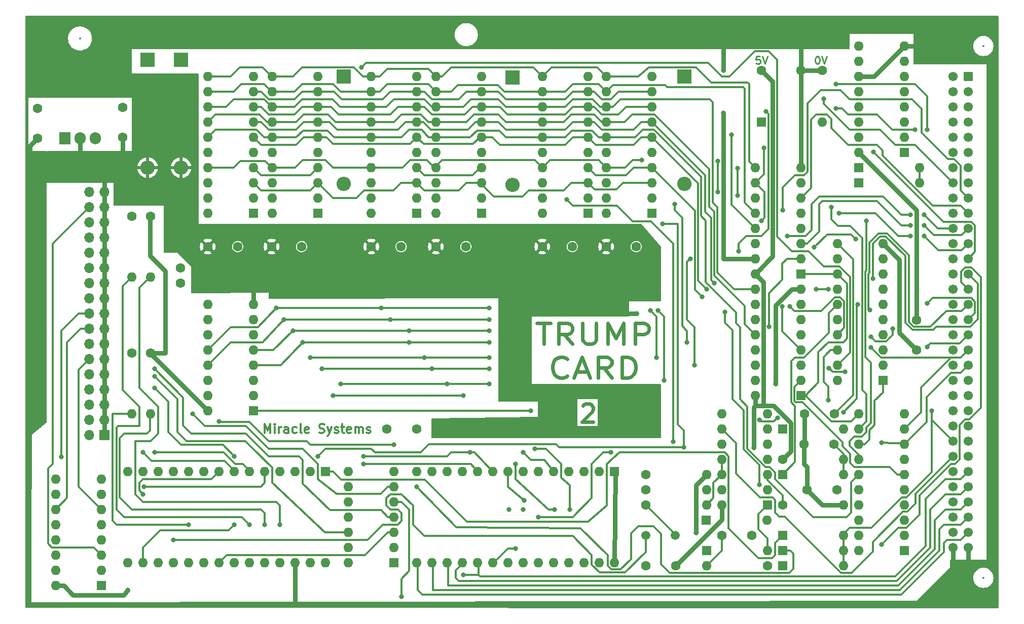
<source format=gtl>
%TF.GenerationSoftware,KiCad,Pcbnew,8.0.6+1*%
%TF.CreationDate,2024-11-11T13:47:47+01:00*%
%TF.ProjectId,ql_trump_v2_disk_interface,716c5f74-7275-46d7-905f-76325f646973,01*%
%TF.SameCoordinates,Original*%
%TF.FileFunction,Copper,L1,Top*%
%TF.FilePolarity,Positive*%
%FSLAX46Y46*%
G04 Gerber Fmt 4.6, Leading zero omitted, Abs format (unit mm)*
G04 Created by KiCad (PCBNEW 8.0.6+1) date 2024-11-11 13:47:47*
%MOMM*%
%LPD*%
G01*
G04 APERTURE LIST*
G04 Aperture macros list*
%AMRoundRect*
0 Rectangle with rounded corners*
0 $1 Rounding radius*
0 $2 $3 $4 $5 $6 $7 $8 $9 X,Y pos of 4 corners*
0 Add a 4 corners polygon primitive as box body*
4,1,4,$2,$3,$4,$5,$6,$7,$8,$9,$2,$3,0*
0 Add four circle primitives for the rounded corners*
1,1,$1+$1,$2,$3*
1,1,$1+$1,$4,$5*
1,1,$1+$1,$6,$7*
1,1,$1+$1,$8,$9*
0 Add four rect primitives between the rounded corners*
20,1,$1+$1,$2,$3,$4,$5,0*
20,1,$1+$1,$4,$5,$6,$7,0*
20,1,$1+$1,$6,$7,$8,$9,0*
20,1,$1+$1,$8,$9,$2,$3,0*%
G04 Aperture macros list end*
%ADD10C,0.300000*%
%TA.AperFunction,NonConductor*%
%ADD11C,0.300000*%
%TD*%
%ADD12C,0.600000*%
%TA.AperFunction,NonConductor*%
%ADD13C,0.600000*%
%TD*%
%ADD14C,0.250000*%
%TA.AperFunction,NonConductor*%
%ADD15C,0.250000*%
%TD*%
%TA.AperFunction,ComponentPad*%
%ADD16R,1.905000X2.000000*%
%TD*%
%TA.AperFunction,ComponentPad*%
%ADD17O,1.905000X2.000000*%
%TD*%
%TA.AperFunction,ComponentPad*%
%ADD18R,1.600000X1.600000*%
%TD*%
%TA.AperFunction,ComponentPad*%
%ADD19O,1.600000X1.600000*%
%TD*%
%TA.AperFunction,ComponentPad*%
%ADD20C,1.600000*%
%TD*%
%TA.AperFunction,ComponentPad*%
%ADD21R,2.400000X2.400000*%
%TD*%
%TA.AperFunction,ComponentPad*%
%ADD22O,2.400000X2.400000*%
%TD*%
%TA.AperFunction,ComponentPad*%
%ADD23RoundRect,0.249999X-0.525001X0.525001X-0.525001X-0.525001X0.525001X-0.525001X0.525001X0.525001X0*%
%TD*%
%TA.AperFunction,ComponentPad*%
%ADD24C,1.550000*%
%TD*%
%TA.AperFunction,ComponentPad*%
%ADD25C,1.500000*%
%TD*%
%TA.AperFunction,ComponentPad*%
%ADD26R,1.700000X1.700000*%
%TD*%
%TA.AperFunction,ComponentPad*%
%ADD27O,1.700000X1.700000*%
%TD*%
%TA.AperFunction,ViaPad*%
%ADD28C,0.800000*%
%TD*%
%TA.AperFunction,ViaPad*%
%ADD29C,1.600000*%
%TD*%
%TA.AperFunction,Conductor*%
%ADD30C,0.750000*%
%TD*%
%TA.AperFunction,Conductor*%
%ADD31C,0.500000*%
%TD*%
%TA.AperFunction,Conductor*%
%ADD32C,0.350000*%
%TD*%
%ADD33C,0.350000*%
G04 APERTURE END LIST*
D10*
D11*
X78808571Y-114089328D02*
X78808571Y-112589328D01*
X78808571Y-112589328D02*
X79308571Y-113660757D01*
X79308571Y-113660757D02*
X79808571Y-112589328D01*
X79808571Y-112589328D02*
X79808571Y-114089328D01*
X80522857Y-114089328D02*
X80522857Y-113089328D01*
X80522857Y-112589328D02*
X80451429Y-112660757D01*
X80451429Y-112660757D02*
X80522857Y-112732185D01*
X80522857Y-112732185D02*
X80594286Y-112660757D01*
X80594286Y-112660757D02*
X80522857Y-112589328D01*
X80522857Y-112589328D02*
X80522857Y-112732185D01*
X81237143Y-114089328D02*
X81237143Y-113089328D01*
X81237143Y-113375042D02*
X81308572Y-113232185D01*
X81308572Y-113232185D02*
X81380001Y-113160757D01*
X81380001Y-113160757D02*
X81522858Y-113089328D01*
X81522858Y-113089328D02*
X81665715Y-113089328D01*
X82808572Y-114089328D02*
X82808572Y-113303614D01*
X82808572Y-113303614D02*
X82737143Y-113160757D01*
X82737143Y-113160757D02*
X82594286Y-113089328D01*
X82594286Y-113089328D02*
X82308572Y-113089328D01*
X82308572Y-113089328D02*
X82165714Y-113160757D01*
X82808572Y-114017900D02*
X82665714Y-114089328D01*
X82665714Y-114089328D02*
X82308572Y-114089328D01*
X82308572Y-114089328D02*
X82165714Y-114017900D01*
X82165714Y-114017900D02*
X82094286Y-113875042D01*
X82094286Y-113875042D02*
X82094286Y-113732185D01*
X82094286Y-113732185D02*
X82165714Y-113589328D01*
X82165714Y-113589328D02*
X82308572Y-113517900D01*
X82308572Y-113517900D02*
X82665714Y-113517900D01*
X82665714Y-113517900D02*
X82808572Y-113446471D01*
X84165715Y-114017900D02*
X84022857Y-114089328D01*
X84022857Y-114089328D02*
X83737143Y-114089328D01*
X83737143Y-114089328D02*
X83594286Y-114017900D01*
X83594286Y-114017900D02*
X83522857Y-113946471D01*
X83522857Y-113946471D02*
X83451429Y-113803614D01*
X83451429Y-113803614D02*
X83451429Y-113375042D01*
X83451429Y-113375042D02*
X83522857Y-113232185D01*
X83522857Y-113232185D02*
X83594286Y-113160757D01*
X83594286Y-113160757D02*
X83737143Y-113089328D01*
X83737143Y-113089328D02*
X84022857Y-113089328D01*
X84022857Y-113089328D02*
X84165715Y-113160757D01*
X85022857Y-114089328D02*
X84880000Y-114017900D01*
X84880000Y-114017900D02*
X84808571Y-113875042D01*
X84808571Y-113875042D02*
X84808571Y-112589328D01*
X86165714Y-114017900D02*
X86022857Y-114089328D01*
X86022857Y-114089328D02*
X85737143Y-114089328D01*
X85737143Y-114089328D02*
X85594285Y-114017900D01*
X85594285Y-114017900D02*
X85522857Y-113875042D01*
X85522857Y-113875042D02*
X85522857Y-113303614D01*
X85522857Y-113303614D02*
X85594285Y-113160757D01*
X85594285Y-113160757D02*
X85737143Y-113089328D01*
X85737143Y-113089328D02*
X86022857Y-113089328D01*
X86022857Y-113089328D02*
X86165714Y-113160757D01*
X86165714Y-113160757D02*
X86237143Y-113303614D01*
X86237143Y-113303614D02*
X86237143Y-113446471D01*
X86237143Y-113446471D02*
X85522857Y-113589328D01*
X87951428Y-114017900D02*
X88165714Y-114089328D01*
X88165714Y-114089328D02*
X88522856Y-114089328D01*
X88522856Y-114089328D02*
X88665714Y-114017900D01*
X88665714Y-114017900D02*
X88737142Y-113946471D01*
X88737142Y-113946471D02*
X88808571Y-113803614D01*
X88808571Y-113803614D02*
X88808571Y-113660757D01*
X88808571Y-113660757D02*
X88737142Y-113517900D01*
X88737142Y-113517900D02*
X88665714Y-113446471D01*
X88665714Y-113446471D02*
X88522856Y-113375042D01*
X88522856Y-113375042D02*
X88237142Y-113303614D01*
X88237142Y-113303614D02*
X88094285Y-113232185D01*
X88094285Y-113232185D02*
X88022856Y-113160757D01*
X88022856Y-113160757D02*
X87951428Y-113017900D01*
X87951428Y-113017900D02*
X87951428Y-112875042D01*
X87951428Y-112875042D02*
X88022856Y-112732185D01*
X88022856Y-112732185D02*
X88094285Y-112660757D01*
X88094285Y-112660757D02*
X88237142Y-112589328D01*
X88237142Y-112589328D02*
X88594285Y-112589328D01*
X88594285Y-112589328D02*
X88808571Y-112660757D01*
X89308570Y-113089328D02*
X89665713Y-114089328D01*
X90022856Y-113089328D02*
X89665713Y-114089328D01*
X89665713Y-114089328D02*
X89522856Y-114446471D01*
X89522856Y-114446471D02*
X89451427Y-114517900D01*
X89451427Y-114517900D02*
X89308570Y-114589328D01*
X90522856Y-114017900D02*
X90665713Y-114089328D01*
X90665713Y-114089328D02*
X90951427Y-114089328D01*
X90951427Y-114089328D02*
X91094284Y-114017900D01*
X91094284Y-114017900D02*
X91165713Y-113875042D01*
X91165713Y-113875042D02*
X91165713Y-113803614D01*
X91165713Y-113803614D02*
X91094284Y-113660757D01*
X91094284Y-113660757D02*
X90951427Y-113589328D01*
X90951427Y-113589328D02*
X90737142Y-113589328D01*
X90737142Y-113589328D02*
X90594284Y-113517900D01*
X90594284Y-113517900D02*
X90522856Y-113375042D01*
X90522856Y-113375042D02*
X90522856Y-113303614D01*
X90522856Y-113303614D02*
X90594284Y-113160757D01*
X90594284Y-113160757D02*
X90737142Y-113089328D01*
X90737142Y-113089328D02*
X90951427Y-113089328D01*
X90951427Y-113089328D02*
X91094284Y-113160757D01*
X91594285Y-113089328D02*
X92165713Y-113089328D01*
X91808570Y-112589328D02*
X91808570Y-113875042D01*
X91808570Y-113875042D02*
X91879999Y-114017900D01*
X91879999Y-114017900D02*
X92022856Y-114089328D01*
X92022856Y-114089328D02*
X92165713Y-114089328D01*
X93237142Y-114017900D02*
X93094285Y-114089328D01*
X93094285Y-114089328D02*
X92808571Y-114089328D01*
X92808571Y-114089328D02*
X92665713Y-114017900D01*
X92665713Y-114017900D02*
X92594285Y-113875042D01*
X92594285Y-113875042D02*
X92594285Y-113303614D01*
X92594285Y-113303614D02*
X92665713Y-113160757D01*
X92665713Y-113160757D02*
X92808571Y-113089328D01*
X92808571Y-113089328D02*
X93094285Y-113089328D01*
X93094285Y-113089328D02*
X93237142Y-113160757D01*
X93237142Y-113160757D02*
X93308571Y-113303614D01*
X93308571Y-113303614D02*
X93308571Y-113446471D01*
X93308571Y-113446471D02*
X92594285Y-113589328D01*
X93951427Y-114089328D02*
X93951427Y-113089328D01*
X93951427Y-113232185D02*
X94022856Y-113160757D01*
X94022856Y-113160757D02*
X94165713Y-113089328D01*
X94165713Y-113089328D02*
X94379999Y-113089328D01*
X94379999Y-113089328D02*
X94522856Y-113160757D01*
X94522856Y-113160757D02*
X94594285Y-113303614D01*
X94594285Y-113303614D02*
X94594285Y-114089328D01*
X94594285Y-113303614D02*
X94665713Y-113160757D01*
X94665713Y-113160757D02*
X94808570Y-113089328D01*
X94808570Y-113089328D02*
X95022856Y-113089328D01*
X95022856Y-113089328D02*
X95165713Y-113160757D01*
X95165713Y-113160757D02*
X95237142Y-113303614D01*
X95237142Y-113303614D02*
X95237142Y-114089328D01*
X95879999Y-114017900D02*
X96022856Y-114089328D01*
X96022856Y-114089328D02*
X96308570Y-114089328D01*
X96308570Y-114089328D02*
X96451427Y-114017900D01*
X96451427Y-114017900D02*
X96522856Y-113875042D01*
X96522856Y-113875042D02*
X96522856Y-113803614D01*
X96522856Y-113803614D02*
X96451427Y-113660757D01*
X96451427Y-113660757D02*
X96308570Y-113589328D01*
X96308570Y-113589328D02*
X96094285Y-113589328D01*
X96094285Y-113589328D02*
X95951427Y-113517900D01*
X95951427Y-113517900D02*
X95879999Y-113375042D01*
X95879999Y-113375042D02*
X95879999Y-113303614D01*
X95879999Y-113303614D02*
X95951427Y-113160757D01*
X95951427Y-113160757D02*
X96094285Y-113089328D01*
X96094285Y-113089328D02*
X96308570Y-113089328D01*
X96308570Y-113089328D02*
X96451427Y-113160757D01*
D12*
D13*
X131984857Y-109513371D02*
X132127714Y-109370514D01*
X132127714Y-109370514D02*
X132413429Y-109227657D01*
X132413429Y-109227657D02*
X133127714Y-109227657D01*
X133127714Y-109227657D02*
X133413429Y-109370514D01*
X133413429Y-109370514D02*
X133556286Y-109513371D01*
X133556286Y-109513371D02*
X133699143Y-109799085D01*
X133699143Y-109799085D02*
X133699143Y-110084800D01*
X133699143Y-110084800D02*
X133556286Y-110513371D01*
X133556286Y-110513371D02*
X131842000Y-112227657D01*
X131842000Y-112227657D02*
X133699143Y-112227657D01*
D12*
D13*
X124334190Y-95727565D02*
X126619904Y-95727565D01*
X125477047Y-99227565D02*
X125477047Y-95727565D01*
X130238952Y-99227565D02*
X128905618Y-97560899D01*
X127953237Y-99227565D02*
X127953237Y-95727565D01*
X127953237Y-95727565D02*
X129477047Y-95727565D01*
X129477047Y-95727565D02*
X129857999Y-95894232D01*
X129857999Y-95894232D02*
X130048476Y-96060899D01*
X130048476Y-96060899D02*
X130238952Y-96394232D01*
X130238952Y-96394232D02*
X130238952Y-96894232D01*
X130238952Y-96894232D02*
X130048476Y-97227565D01*
X130048476Y-97227565D02*
X129857999Y-97394232D01*
X129857999Y-97394232D02*
X129477047Y-97560899D01*
X129477047Y-97560899D02*
X127953237Y-97560899D01*
X131953237Y-95727565D02*
X131953237Y-98560899D01*
X131953237Y-98560899D02*
X132143714Y-98894232D01*
X132143714Y-98894232D02*
X132334190Y-99060899D01*
X132334190Y-99060899D02*
X132715142Y-99227565D01*
X132715142Y-99227565D02*
X133477047Y-99227565D01*
X133477047Y-99227565D02*
X133857999Y-99060899D01*
X133857999Y-99060899D02*
X134048476Y-98894232D01*
X134048476Y-98894232D02*
X134238952Y-98560899D01*
X134238952Y-98560899D02*
X134238952Y-95727565D01*
X136143713Y-99227565D02*
X136143713Y-95727565D01*
X136143713Y-95727565D02*
X137477047Y-98227565D01*
X137477047Y-98227565D02*
X138810380Y-95727565D01*
X138810380Y-95727565D02*
X138810380Y-99227565D01*
X140715142Y-99227565D02*
X140715142Y-95727565D01*
X140715142Y-95727565D02*
X142238952Y-95727565D01*
X142238952Y-95727565D02*
X142619904Y-95894232D01*
X142619904Y-95894232D02*
X142810381Y-96060899D01*
X142810381Y-96060899D02*
X143000857Y-96394232D01*
X143000857Y-96394232D02*
X143000857Y-96894232D01*
X143000857Y-96894232D02*
X142810381Y-97227565D01*
X142810381Y-97227565D02*
X142619904Y-97394232D01*
X142619904Y-97394232D02*
X142238952Y-97560899D01*
X142238952Y-97560899D02*
X140715142Y-97560899D01*
X129381810Y-104529036D02*
X129191334Y-104695703D01*
X129191334Y-104695703D02*
X128619905Y-104862369D01*
X128619905Y-104862369D02*
X128238953Y-104862369D01*
X128238953Y-104862369D02*
X127667524Y-104695703D01*
X127667524Y-104695703D02*
X127286572Y-104362369D01*
X127286572Y-104362369D02*
X127096095Y-104029036D01*
X127096095Y-104029036D02*
X126905619Y-103362369D01*
X126905619Y-103362369D02*
X126905619Y-102862369D01*
X126905619Y-102862369D02*
X127096095Y-102195703D01*
X127096095Y-102195703D02*
X127286572Y-101862369D01*
X127286572Y-101862369D02*
X127667524Y-101529036D01*
X127667524Y-101529036D02*
X128238953Y-101362369D01*
X128238953Y-101362369D02*
X128619905Y-101362369D01*
X128619905Y-101362369D02*
X129191334Y-101529036D01*
X129191334Y-101529036D02*
X129381810Y-101695703D01*
X130905619Y-103862369D02*
X132810381Y-103862369D01*
X130524667Y-104862369D02*
X131858000Y-101362369D01*
X131858000Y-101362369D02*
X133191334Y-104862369D01*
X136810381Y-104862369D02*
X135477047Y-103195703D01*
X134524666Y-104862369D02*
X134524666Y-101362369D01*
X134524666Y-101362369D02*
X136048476Y-101362369D01*
X136048476Y-101362369D02*
X136429428Y-101529036D01*
X136429428Y-101529036D02*
X136619905Y-101695703D01*
X136619905Y-101695703D02*
X136810381Y-102029036D01*
X136810381Y-102029036D02*
X136810381Y-102529036D01*
X136810381Y-102529036D02*
X136619905Y-102862369D01*
X136619905Y-102862369D02*
X136429428Y-103029036D01*
X136429428Y-103029036D02*
X136048476Y-103195703D01*
X136048476Y-103195703D02*
X134524666Y-103195703D01*
X138524666Y-104862369D02*
X138524666Y-101362369D01*
X138524666Y-101362369D02*
X139477047Y-101362369D01*
X139477047Y-101362369D02*
X140048476Y-101529036D01*
X140048476Y-101529036D02*
X140429428Y-101862369D01*
X140429428Y-101862369D02*
X140619905Y-102195703D01*
X140619905Y-102195703D02*
X140810381Y-102862369D01*
X140810381Y-102862369D02*
X140810381Y-103362369D01*
X140810381Y-103362369D02*
X140619905Y-104029036D01*
X140619905Y-104029036D02*
X140429428Y-104362369D01*
X140429428Y-104362369D02*
X140048476Y-104695703D01*
X140048476Y-104695703D02*
X139477047Y-104862369D01*
X139477047Y-104862369D02*
X138524666Y-104862369D01*
D14*
D15*
X161572428Y-51131273D02*
X160977190Y-51131273D01*
X160977190Y-51131273D02*
X160917666Y-51726511D01*
X160917666Y-51726511D02*
X160977190Y-51666988D01*
X160977190Y-51666988D02*
X161096237Y-51607464D01*
X161096237Y-51607464D02*
X161393856Y-51607464D01*
X161393856Y-51607464D02*
X161512904Y-51666988D01*
X161512904Y-51666988D02*
X161572428Y-51726511D01*
X161572428Y-51726511D02*
X161631951Y-51845559D01*
X161631951Y-51845559D02*
X161631951Y-52143178D01*
X161631951Y-52143178D02*
X161572428Y-52262226D01*
X161572428Y-52262226D02*
X161512904Y-52321750D01*
X161512904Y-52321750D02*
X161393856Y-52381273D01*
X161393856Y-52381273D02*
X161096237Y-52381273D01*
X161096237Y-52381273D02*
X160977190Y-52321750D01*
X160977190Y-52321750D02*
X160917666Y-52262226D01*
X161989094Y-51131273D02*
X162405761Y-52381273D01*
X162405761Y-52381273D02*
X162822427Y-51131273D01*
X171096238Y-51131273D02*
X171215285Y-51131273D01*
X171215285Y-51131273D02*
X171334333Y-51190797D01*
X171334333Y-51190797D02*
X171393857Y-51250321D01*
X171393857Y-51250321D02*
X171453381Y-51369369D01*
X171453381Y-51369369D02*
X171512904Y-51607464D01*
X171512904Y-51607464D02*
X171512904Y-51905083D01*
X171512904Y-51905083D02*
X171453381Y-52143178D01*
X171453381Y-52143178D02*
X171393857Y-52262226D01*
X171393857Y-52262226D02*
X171334333Y-52321750D01*
X171334333Y-52321750D02*
X171215285Y-52381273D01*
X171215285Y-52381273D02*
X171096238Y-52381273D01*
X171096238Y-52381273D02*
X170977190Y-52321750D01*
X170977190Y-52321750D02*
X170917666Y-52262226D01*
X170917666Y-52262226D02*
X170858143Y-52143178D01*
X170858143Y-52143178D02*
X170798619Y-51905083D01*
X170798619Y-51905083D02*
X170798619Y-51607464D01*
X170798619Y-51607464D02*
X170858143Y-51369369D01*
X170858143Y-51369369D02*
X170917666Y-51250321D01*
X170917666Y-51250321D02*
X170977190Y-51190797D01*
X170977190Y-51190797D02*
X171096238Y-51131273D01*
X171870047Y-51131273D02*
X172286714Y-52381273D01*
X172286714Y-52381273D02*
X172703380Y-51131273D01*
D16*
%TO.P,U18,1,VI*%
%TO.N,+9V*%
X45466000Y-64793000D03*
D17*
%TO.P,U18,2,GND*%
%TO.N,GND*%
X48006000Y-64793000D03*
%TO.P,U18,3,VO*%
%TO.N,+5V*%
X50546000Y-64793000D03*
%TD*%
D18*
%TO.P,U6,1,S*%
%TO.N,/MUX*%
X168402000Y-87503000D03*
D19*
%TO.P,U6,2,I0a*%
%TO.N,/A7*%
X168402000Y-84963000D03*
%TO.P,U6,3,I1a*%
%TO.N,/A5*%
X168402000Y-82423000D03*
%TO.P,U6,4,Za*%
%TO.N,/MA2*%
X168402000Y-79883000D03*
%TO.P,U6,5,I0b*%
%TO.N,/A6*%
X168402000Y-77343000D03*
%TO.P,U6,6,I1b*%
%TO.N,/A4*%
X168402000Y-74803000D03*
%TO.P,U6,7,Zb*%
%TO.N,/MA3*%
X168402000Y-72263000D03*
%TO.P,U6,8,GND*%
%TO.N,GND*%
X168402000Y-69723000D03*
%TO.P,U6,9,Zc*%
%TO.N,/MA4*%
X160782000Y-69723000D03*
%TO.P,U6,10,I1c*%
%TO.N,/A2*%
X160782000Y-72263000D03*
%TO.P,U6,11,I0c*%
%TO.N,/A3*%
X160782000Y-74803000D03*
%TO.P,U6,12,Zd*%
%TO.N,/MA5*%
X160782000Y-77343000D03*
%TO.P,U6,13,I1d*%
%TO.N,/A1*%
X160782000Y-79883000D03*
%TO.P,U6,14,I0d*%
%TO.N,/A0*%
X160782000Y-82423000D03*
%TO.P,U6,15,E*%
%TO.N,GND*%
X160782000Y-84963000D03*
%TO.P,U6,16,VCC*%
%TO.N,+5V*%
X160782000Y-87503000D03*
%TD*%
D20*
%TO.P,C3,1*%
%TO.N,Net-(D5-A)*%
X173910000Y-115951000D03*
%TO.P,C3,2*%
%TO.N,GND*%
X168910000Y-115951000D03*
%TD*%
%TO.P,C15,1*%
%TO.N,+9V*%
X40894000Y-59793000D03*
%TO.P,C15,2*%
%TO.N,GND*%
X40894000Y-64793000D03*
%TD*%
D21*
%TO.P,C25,1*%
%TO.N,+5V*%
X148982500Y-54483000D03*
D22*
%TO.P,C25,2*%
%TO.N,GND*%
X148982500Y-72483000D03*
%TD*%
D18*
%TO.P,U10,1,D0*%
%TO.N,/D4*%
X104257000Y-77338000D03*
D19*
%TO.P,U10,2,D1*%
%TO.N,/D5*%
X104257000Y-74798000D03*
%TO.P,U10,3,~{WR}*%
%TO.N,/RW*%
X104257000Y-72258000D03*
%TO.P,U10,4,~{RAS}*%
%TO.N,/RAS1*%
X104257000Y-69718000D03*
%TO.P,U10,5,N.C.*%
%TO.N,unconnected-(U10-N.C.-Pad5)*%
X104257000Y-67178000D03*
%TO.P,U10,6,A0*%
%TO.N,/MA0*%
X104257000Y-64638000D03*
%TO.P,U10,7,A1*%
%TO.N,/MA1*%
X104257000Y-62098000D03*
%TO.P,U10,8,A2*%
%TO.N,/MA2*%
X104257000Y-59558000D03*
%TO.P,U10,9,A3*%
%TO.N,/MA3*%
X104257000Y-57018000D03*
%TO.P,U10,10,VCC*%
%TO.N,+5V*%
X104257000Y-54478000D03*
%TO.P,U10,11,A4*%
%TO.N,/MA4*%
X96637000Y-54478000D03*
%TO.P,U10,12,A5*%
%TO.N,/MA5*%
X96637000Y-57018000D03*
%TO.P,U10,13,A6*%
%TO.N,/MA6*%
X96637000Y-59558000D03*
%TO.P,U10,14,A7*%
%TO.N,/MA7*%
X96637000Y-62098000D03*
%TO.P,U10,15,A8*%
%TO.N,/MA8*%
X96637000Y-64638000D03*
%TO.P,U10,16,~{OE}*%
%TO.N,GND*%
X96637000Y-67178000D03*
%TO.P,U10,17,~{CAS}*%
%TO.N,/CAS*%
X96637000Y-69718000D03*
%TO.P,U10,18,D2*%
%TO.N,/D6*%
X96637000Y-72258000D03*
%TO.P,U10,19,D3*%
%TO.N,/D7*%
X96637000Y-74798000D03*
%TO.P,U10,20,GND*%
%TO.N,GND*%
X96637000Y-77338000D03*
%TD*%
D20*
%TO.P,R4,1*%
%TO.N,Net-(D4-K)*%
X142494000Y-121031000D03*
D19*
%TO.P,R4,2*%
%TO.N,GND*%
X152654000Y-121031000D03*
%TD*%
D18*
%TO.P,U2,1,I1/CLK*%
%TO.N,Net-(U1-IO7)*%
X182118000Y-105283000D03*
D19*
%TO.P,U2,2,I2*%
%TO.N,/A19*%
X182118000Y-102743000D03*
%TO.P,U2,3,I3*%
%TO.N,/A18*%
X182118000Y-100203000D03*
%TO.P,U2,4,I4*%
%TO.N,/A17*%
X182118000Y-97663000D03*
%TO.P,U2,5,I5*%
%TO.N,/DS*%
X182118000Y-95123000D03*
%TO.P,U2,6,I6*%
%TO.N,Net-(U2-I6)*%
X182118000Y-92583000D03*
%TO.P,U2,7,I7*%
%TO.N,Net-(U2-I7)*%
X182118000Y-90043000D03*
%TO.P,U2,8,I8*%
%TO.N,Net-(U2-I8)*%
X182118000Y-87503000D03*
%TO.P,U2,9,I9*%
%TO.N,/GAL2_P9*%
X182118000Y-84963000D03*
%TO.P,U2,10,GND*%
%TO.N,GND*%
X182118000Y-82423000D03*
%TO.P,U2,11,I10/~{OE}*%
%TO.N,Net-(D4-K)*%
X174498000Y-82423000D03*
%TO.P,U2,12,IO8*%
%TO.N,/CAS*%
X174498000Y-84963000D03*
%TO.P,U2,13,IO7*%
%TO.N,/MUX*%
X174498000Y-87503000D03*
%TO.P,U2,14,IO6*%
%TO.N,Net-(D3-K)*%
X174498000Y-90043000D03*
%TO.P,U2,15,IO5*%
%TO.N,/GAL2_P15*%
X174498000Y-92583000D03*
%TO.P,U2,16,IO4*%
%TO.N,Net-(D2-K)*%
X174498000Y-95123000D03*
%TO.P,U2,17,I03*%
%TO.N,/RAS2*%
X174498000Y-97663000D03*
%TO.P,U2,18,IO2*%
%TO.N,/RAS1*%
X174498000Y-100203000D03*
%TO.P,U2,19,IO1*%
%TO.N,/RAS0*%
X174498000Y-102743000D03*
%TO.P,U2,20,VCC*%
%TO.N,+5V*%
X174498000Y-105283000D03*
%TD*%
D18*
%TO.P,U7,1,D0*%
%TO.N,/D0*%
X143510000Y-77343000D03*
D19*
%TO.P,U7,2,D1*%
%TO.N,/D1*%
X143510000Y-74803000D03*
%TO.P,U7,3,~{WR}*%
%TO.N,/RW*%
X143510000Y-72263000D03*
%TO.P,U7,4,~{RAS}*%
%TO.N,/RAS2*%
X143510000Y-69723000D03*
%TO.P,U7,5,N.C.*%
%TO.N,unconnected-(U7-N.C.-Pad5)*%
X143510000Y-67183000D03*
%TO.P,U7,6,A0*%
%TO.N,/MA0*%
X143510000Y-64643000D03*
%TO.P,U7,7,A1*%
%TO.N,/MA1*%
X143510000Y-62103000D03*
%TO.P,U7,8,A2*%
%TO.N,/MA2*%
X143510000Y-59563000D03*
%TO.P,U7,9,A3*%
%TO.N,/MA3*%
X143510000Y-57023000D03*
%TO.P,U7,10,VCC*%
%TO.N,+5V*%
X143510000Y-54483000D03*
%TO.P,U7,11,A4*%
%TO.N,/MA4*%
X135890000Y-54483000D03*
%TO.P,U7,12,A5*%
%TO.N,/MA5*%
X135890000Y-57023000D03*
%TO.P,U7,13,A6*%
%TO.N,/MA6*%
X135890000Y-59563000D03*
%TO.P,U7,14,A7*%
%TO.N,/MA7*%
X135890000Y-62103000D03*
%TO.P,U7,15,A8*%
%TO.N,/MA8*%
X135890000Y-64643000D03*
%TO.P,U7,16,~{OE}*%
%TO.N,GND*%
X135890000Y-67183000D03*
%TO.P,U7,17,~{CAS}*%
%TO.N,/CAS*%
X135890000Y-69723000D03*
%TO.P,U7,18,D2*%
%TO.N,/D2*%
X135890000Y-72263000D03*
%TO.P,U7,19,D3*%
%TO.N,/D3*%
X135890000Y-74803000D03*
%TO.P,U7,20,GND*%
%TO.N,GND*%
X135890000Y-77343000D03*
%TD*%
D18*
%TO.P,U14,1,VPP*%
%TO.N,+5V*%
X137287000Y-120523000D03*
D19*
%TO.P,U14,2,A12*%
%TO.N,/A12*%
X134747000Y-120523000D03*
%TO.P,U14,3,A7*%
%TO.N,/A7*%
X132207000Y-120523000D03*
%TO.P,U14,4,A6*%
%TO.N,/A6*%
X129667000Y-120523000D03*
%TO.P,U14,5,A5*%
%TO.N,/A5*%
X127127000Y-120523000D03*
%TO.P,U14,6,A4*%
%TO.N,/A4*%
X124587000Y-120523000D03*
%TO.P,U14,7,A3*%
%TO.N,/A3*%
X122047000Y-120523000D03*
%TO.P,U14,8,A2*%
%TO.N,/A2*%
X119507000Y-120523000D03*
%TO.P,U14,9,A1*%
%TO.N,/A1*%
X116967000Y-120523000D03*
%TO.P,U14,10,A0*%
%TO.N,/A0*%
X114427000Y-120523000D03*
%TO.P,U14,11,D0*%
%TO.N,/D0*%
X111887000Y-120523000D03*
%TO.P,U14,12,D1*%
%TO.N,/D1*%
X109347000Y-120523000D03*
%TO.P,U14,13,D2*%
%TO.N,/D2*%
X106807000Y-120523000D03*
%TO.P,U14,14,GND*%
%TO.N,GND*%
X104267000Y-120523000D03*
%TO.P,U14,15,D3*%
%TO.N,/D3*%
X104267000Y-135763000D03*
%TO.P,U14,16,D4*%
%TO.N,/D4*%
X106807000Y-135763000D03*
%TO.P,U14,17,D5*%
%TO.N,/D5*%
X109347000Y-135763000D03*
%TO.P,U14,18,D6*%
%TO.N,/D6*%
X111887000Y-135763000D03*
%TO.P,U14,19,D7*%
%TO.N,/D7*%
X114427000Y-135763000D03*
%TO.P,U14,20,~{CE}*%
%TO.N,/ROM_CE*%
X116967000Y-135763000D03*
%TO.P,U14,21,A10*%
%TO.N,/A10*%
X119507000Y-135763000D03*
%TO.P,U14,22,~{OE}*%
%TO.N,/ROM_OE*%
X122047000Y-135763000D03*
%TO.P,U14,23,A11*%
%TO.N,/A11*%
X124587000Y-135763000D03*
%TO.P,U14,24,A9*%
%TO.N,/A9*%
X127127000Y-135763000D03*
%TO.P,U14,25,A8*%
%TO.N,/A8*%
X129667000Y-135763000D03*
%TO.P,U14,26,A13*%
%TO.N,/A13*%
X132207000Y-135763000D03*
%TO.P,U14,27,A14*%
%TO.N,/A14*%
X134747000Y-135763000D03*
%TO.P,U14,28,VCC*%
%TO.N,+5V*%
X137287000Y-135763000D03*
%TD*%
D18*
%TO.P,D8,1,K*%
%TO.N,/ROM_CE*%
X165354000Y-136271000D03*
D19*
%TO.P,D8,2,A*%
%TO.N,/DTACKL*%
X175514000Y-136271000D03*
%TD*%
D23*
%TO.P,J1,a1,Vin*%
%TO.N,+9V*%
X196342000Y-54483000D03*
D24*
%TO.P,J1,a2,-12V*%
%TO.N,unconnected-(J1--12V-Pada2)*%
X196342000Y-57023000D03*
%TO.P,J1,a3,+12V*%
%TO.N,unconnected-(J1-+12V-Pada3)*%
X196342000Y-59563000D03*
%TO.P,J1,a4,SP0*%
%TO.N,/SP0*%
X196342000Y-62103000D03*
%TO.P,J1,a5,SP1*%
%TO.N,/SP1*%
X196342000Y-64643000D03*
%TO.P,J1,a6,~{DSMC}*%
%TO.N,/DSMC*%
X196342000Y-67183000D03*
%TO.P,J1,a7,SP2*%
%TO.N,/SP2*%
X196342000Y-69723000D03*
%TO.P,J1,a8,~{DBG}*%
%TO.N,unconnected-(J1-~{DBG}-Pada8)*%
X196342000Y-72263000D03*
%TO.P,J1,a9,A3*%
%TO.N,/A3*%
X196342000Y-74803000D03*
%TO.P,J1,a10,A4*%
%TO.N,/A4*%
X196342000Y-77343000D03*
%TO.P,J1,a11,A5*%
%TO.N,/A5*%
X196342000Y-79883000D03*
%TO.P,J1,a12,A6*%
%TO.N,/A6*%
X196342000Y-82423000D03*
%TO.P,J1,a13,A7*%
%TO.N,/A7*%
X196342000Y-84963000D03*
%TO.P,J1,a14,A8*%
%TO.N,/A8*%
X196342000Y-87503000D03*
%TO.P,J1,a15,A9*%
%TO.N,/A9*%
X196342000Y-90043000D03*
%TO.P,J1,a16,A10*%
%TO.N,/A10*%
X196342000Y-92583000D03*
%TO.P,J1,a17,A11*%
%TO.N,/A11*%
X196342000Y-95123000D03*
%TO.P,J1,a18,A12*%
%TO.N,/A12*%
X196342000Y-97663000D03*
%TO.P,J1,a19,A13*%
%TO.N,/A13*%
X196342000Y-100203000D03*
%TO.P,J1,a20,A14*%
%TO.N,/A14*%
X196342000Y-102743000D03*
%TO.P,J1,a21,RED*%
%TO.N,unconnected-(J1-RED-Pada21)*%
X196342000Y-105283000D03*
%TO.P,J1,a22,CLKCPU*%
%TO.N,unconnected-(J1-CLKCPU-Pada22)*%
X196342000Y-107823000D03*
%TO.P,J1,a23,A16*%
%TO.N,/A16*%
X196342000Y-110363000D03*
%TO.P,J1,a24,A17*%
%TO.N,/A17*%
X196342000Y-112903000D03*
%TO.P,J1,a25,A18*%
%TO.N,/A18*%
X196342000Y-115443000D03*
%TO.P,J1,a26,A19*%
%TO.N,/A19*%
X196342000Y-117983000D03*
%TO.P,J1,a27,D7*%
%TO.N,/D7*%
X196342000Y-120523000D03*
%TO.P,J1,a28,D6*%
%TO.N,/D6*%
X196342000Y-123063000D03*
%TO.P,J1,a29,D5*%
%TO.N,/D5*%
X196342000Y-125603000D03*
%TO.P,J1,a30,D4*%
%TO.N,/D4*%
X196342000Y-128143000D03*
%TO.P,J1,a31,D3*%
%TO.N,/D3*%
X196342000Y-130683000D03*
%TO.P,J1,a32,GND*%
%TO.N,GND*%
X196342000Y-133223000D03*
%TO.P,J1,b1,Vin*%
%TO.N,+9V*%
X193802000Y-54483000D03*
%TO.P,J1,b2,Vin*%
X193802000Y-57023000D03*
%TO.P,J1,b3,~{EXTINT}*%
%TO.N,/EXTINTL*%
X193802000Y-59563000D03*
%TO.P,J1,b4,~{IPL1}*%
%TO.N,unconnected-(J1-~{IPL1}-Padb4)*%
X193802000Y-62103000D03*
%TO.P,J1,b5,~{BERR}*%
%TO.N,unconnected-(J1-~{BERR}-Padb5)*%
X193802000Y-64643000D03*
%TO.P,J1,b6,~{IPLO}*%
%TO.N,unconnected-(J1-~{IPLO}-Padb6)*%
X193802000Y-67183000D03*
%TO.P,J1,b7,SP3*%
%TO.N,/SP3*%
X193802000Y-69723000D03*
%TO.P,J1,b8,A2*%
%TO.N,/A2*%
X193802000Y-72263000D03*
%TO.P,J1,b9,G9*%
%TO.N,/A1*%
X193802000Y-74803000D03*
%TO.P,J1,b10,ROMOEH*%
%TO.N,unconnected-(J1-ROMOEH-Padb10)*%
X193802000Y-77343000D03*
%TO.P,J1,b11,A0*%
%TO.N,/A0*%
X193802000Y-79883000D03*
%TO.P,J1,b12,FC0*%
%TO.N,unconnected-(J1-FC0-Padb12)*%
X193802000Y-82423000D03*
%TO.P,J1,b13,FC1*%
%TO.N,unconnected-(J1-FC1-Padb13)*%
X193802000Y-84963000D03*
%TO.P,J1,b14,FC2*%
%TO.N,unconnected-(J1-FC2-Padb14)*%
X193802000Y-87503000D03*
%TO.P,J1,b15,BLUE*%
%TO.N,unconnected-(J1-BLUE-Padb15)*%
X193802000Y-90043000D03*
%TO.P,J1,b16,GREEN*%
%TO.N,unconnected-(J1-GREEN-Padb16)*%
X193802000Y-92583000D03*
%TO.P,J1,b17,~{VPA}*%
%TO.N,/VPA*%
X193802000Y-95123000D03*
%TO.P,J1,b18,VSYNCH*%
%TO.N,unconnected-(J1-VSYNCH-Padb18)*%
X193802000Y-97663000D03*
%TO.P,J1,b19,E*%
%TO.N,/E*%
X193802000Y-100203000D03*
%TO.P,J1,b20,~{CSYNC}*%
%TO.N,unconnected-(J1-~{CSYNC}-Padb20)*%
X193802000Y-102743000D03*
%TO.P,J1,b21,~{RESETCPU}*%
%TO.N,/RESET*%
X193802000Y-105283000D03*
%TO.P,J1,b22,A15*%
%TO.N,/A15*%
X193802000Y-107823000D03*
%TO.P,J1,b23,~{BR}*%
%TO.N,unconnected-(J1-~{BR}-Padb23)*%
X193802000Y-110363000D03*
%TO.P,J1,b24,~{BG}*%
%TO.N,unconnected-(J1-~{BG}-Padb24)*%
X193802000Y-112903000D03*
%TO.P,J1,b25,~{DTACK}*%
%TO.N,/DTACKL*%
X193802000Y-115443000D03*
%TO.P,J1,b26,~{DRW}*%
%TO.N,/RW*%
X193802000Y-117983000D03*
%TO.P,J1,b27,~{DS}*%
%TO.N,/DS*%
X193802000Y-120523000D03*
%TO.P,J1,b28,~{AS}*%
%TO.N,unconnected-(J1-~{AS}-Padb28)*%
X193802000Y-123063000D03*
%TO.P,J1,b29,D0*%
%TO.N,/D0*%
X193802000Y-125603000D03*
%TO.P,J1,b30,D1*%
%TO.N,/D1*%
X193802000Y-128143000D03*
%TO.P,J1,b31,D2*%
%TO.N,/D2*%
X193802000Y-130683000D03*
%TO.P,J1,b32,GND*%
%TO.N,GND*%
X193802000Y-133223000D03*
%TD*%
D25*
%TO.P,Y1,1,1*%
%TO.N,/CLK*%
X142494000Y-131191000D03*
%TO.P,Y1,2,2*%
%TO.N,Net-(R6-Pad1)*%
X147394000Y-131191000D03*
%TD*%
D18*
%TO.P,D10,1,K*%
%TO.N,/CLKCT*%
X152654000Y-133731000D03*
D19*
%TO.P,D10,2,A*%
%TO.N,Net-(D10-A)*%
X162814000Y-133731000D03*
%TD*%
D26*
%TO.P,J2,1,Pin_1*%
%TO.N,GND*%
X52070000Y-114427000D03*
D27*
%TO.P,J2,2,Pin_2*%
%TO.N,unconnected-(J2-Pin_2-Pad2)*%
X49530000Y-114427000D03*
%TO.P,J2,3,Pin_3*%
%TO.N,GND*%
X52070000Y-111887000D03*
%TO.P,J2,4,Pin_4*%
%TO.N,unconnected-(J2-Pin_4-Pad4)*%
X49530000Y-111887000D03*
%TO.P,J2,5,Pin_5*%
%TO.N,GND*%
X52070000Y-109347000D03*
%TO.P,J2,6,Pin_6*%
%TO.N,/DS3*%
X49530000Y-109347000D03*
%TO.P,J2,7,Pin_7*%
%TO.N,GND*%
X52070000Y-106807000D03*
%TO.P,J2,8,Pin_8*%
%TO.N,/FDC_IP*%
X49530000Y-106807000D03*
%TO.P,J2,9,Pin_9*%
%TO.N,GND*%
X52070000Y-104267000D03*
%TO.P,J2,10,Pin_10*%
%TO.N,/DS0*%
X49530000Y-104267000D03*
%TO.P,J2,11,Pin_11*%
%TO.N,GND*%
X52070000Y-101727000D03*
%TO.P,J2,12,Pin_12*%
%TO.N,/DS1*%
X49530000Y-101727000D03*
%TO.P,J2,13,Pin_13*%
%TO.N,GND*%
X52070000Y-99187000D03*
%TO.P,J2,14,Pin_14*%
%TO.N,/DS2*%
X49530000Y-99187000D03*
%TO.P,J2,15,Pin_15*%
%TO.N,GND*%
X52070000Y-96647000D03*
%TO.P,J2,16,Pin_16*%
%TO.N,/MOTOR_ON*%
X49530000Y-96647000D03*
%TO.P,J2,17,Pin_17*%
%TO.N,GND*%
X52070000Y-94107000D03*
%TO.P,J2,18,Pin_18*%
%TO.N,/DIR*%
X49530000Y-94107000D03*
%TO.P,J2,19,Pin_19*%
%TO.N,GND*%
X52070000Y-91567000D03*
%TO.P,J2,20,Pin_20*%
%TO.N,/STEP*%
X49530000Y-91567000D03*
%TO.P,J2,21,Pin_21*%
%TO.N,GND*%
X52070000Y-89027000D03*
%TO.P,J2,22,Pin_22*%
%TO.N,/DATA_WR*%
X49530000Y-89027000D03*
%TO.P,J2,23,Pin_23*%
%TO.N,GND*%
X52070000Y-86487000D03*
%TO.P,J2,24,Pin_24*%
%TO.N,/GATE_WR*%
X49530000Y-86487000D03*
%TO.P,J2,25,Pin_25*%
%TO.N,GND*%
X52070000Y-83947000D03*
%TO.P,J2,26,Pin_26*%
%TO.N,/FDC_T0*%
X49530000Y-83947000D03*
%TO.P,J2,27,Pin_27*%
%TO.N,GND*%
X52070000Y-81407000D03*
%TO.P,J2,28,Pin_28*%
%TO.N,/FDC_WPRT*%
X49530000Y-81407000D03*
%TO.P,J2,29,Pin_29*%
%TO.N,GND*%
X52070000Y-78867000D03*
%TO.P,J2,30,Pin_30*%
%TO.N,/FDC_RD*%
X49530000Y-78867000D03*
%TO.P,J2,31,Pin_31*%
%TO.N,GND*%
X52070000Y-76327000D03*
%TO.P,J2,32,Pin_32*%
%TO.N,/HEAD*%
X49530000Y-76327000D03*
%TO.P,J2,33,Pin_33*%
%TO.N,GND*%
X52070000Y-73787000D03*
%TO.P,J2,34,Pin_34*%
%TO.N,unconnected-(J2-Pin_34-Pad34)*%
X49530000Y-73787000D03*
%TD*%
D20*
%TO.P,J3,1,Pin_1*%
%TO.N,GND*%
X168402000Y-53467000D03*
%TD*%
%TO.P,R3,1*%
%TO.N,+5V*%
X162814000Y-136271000D03*
D19*
%TO.P,R3,2*%
%TO.N,Net-(D10-A)*%
X152654000Y-136271000D03*
%TD*%
D20*
%TO.P,C13,1*%
%TO.N,+5V*%
X55118000Y-59643000D03*
%TO.P,C13,2*%
%TO.N,GND*%
X55118000Y-64643000D03*
%TD*%
%TO.P,C20,1*%
%TO.N,+5V*%
X101647000Y-82931000D03*
%TO.P,C20,2*%
%TO.N,GND*%
X96647000Y-82931000D03*
%TD*%
D18*
%TO.P,U13,1,~{CS}*%
%TO.N,/FDCON_CS*%
X89027000Y-120523000D03*
D19*
%TO.P,U13,2,R/~{W}*%
%TO.N,/RW*%
X86487000Y-120523000D03*
%TO.P,U13,3,A0*%
%TO.N,/A0*%
X83947000Y-120523000D03*
%TO.P,U13,4,A1*%
%TO.N,/A1*%
X81407000Y-120523000D03*
%TO.P,U13,5,DI0*%
%TO.N,/D0*%
X78867000Y-120523000D03*
%TO.P,U13,6,DI1*%
%TO.N,/D1*%
X76327000Y-120523000D03*
%TO.P,U13,7,DI2*%
%TO.N,/D2*%
X73787000Y-120523000D03*
%TO.P,U13,8,DI3*%
%TO.N,/D3*%
X71247000Y-120523000D03*
%TO.P,U13,9,DI4*%
%TO.N,/D4*%
X68707000Y-120523000D03*
%TO.P,U13,10,DI5*%
%TO.N,/D5*%
X66167000Y-120523000D03*
%TO.P,U13,11,DI6*%
%TO.N,/D6*%
X63627000Y-120523000D03*
%TO.P,U13,12,DI7*%
%TO.N,/D7*%
X61087000Y-120523000D03*
%TO.P,U13,13,~{MR}*%
%TO.N,/RESET*%
X58547000Y-120523000D03*
%TO.P,U13,14,GND*%
%TO.N,GND*%
X56007000Y-120523000D03*
%TO.P,U13,15,VCC*%
%TO.N,+5V*%
X56007000Y-135763000D03*
%TO.P,U13,16,STEP*%
%TO.N,/FDC_STEP*%
X58547000Y-135763000D03*
%TO.P,U13,17,DIRC*%
%TO.N,/FDC_DIR*%
X61087000Y-135763000D03*
%TO.P,U13,18,CLK*%
%TO.N,/CLK*%
X63627000Y-135763000D03*
%TO.P,U13,19,~{RD}*%
%TO.N,/FDC_RD*%
X66167000Y-135763000D03*
%TO.P,U13,20,MOTOR*%
%TO.N,unconnected-(U13-MOTOR-Pad20)*%
X68707000Y-135763000D03*
%TO.P,U13,21,WG*%
%TO.N,/FDC_WG*%
X71247000Y-135763000D03*
%TO.P,U13,22,WD*%
%TO.N,/FDC_WD*%
X73787000Y-135763000D03*
%TO.P,U13,23,~{TR00}*%
%TO.N,/FDC_T0*%
X76327000Y-135763000D03*
%TO.P,U13,24,~{IP}*%
%TO.N,/FDC_IP*%
X78867000Y-135763000D03*
%TO.P,U13,25,~{WPRT}*%
%TO.N,/FDC_WPRT*%
X81407000Y-135763000D03*
%TO.P,U13,26,~{DDEN}*%
%TO.N,GND*%
X83947000Y-135763000D03*
%TO.P,U13,27,DRQ*%
%TO.N,unconnected-(U13-DRQ-Pad27)*%
X86487000Y-135763000D03*
%TO.P,U13,28,INTRQ*%
%TO.N,unconnected-(U13-INTRQ-Pad28)*%
X89027000Y-135763000D03*
%TD*%
D20*
%TO.P,C17,1*%
%TO.N,+5V*%
X140890000Y-82931000D03*
%TO.P,C17,2*%
%TO.N,GND*%
X135890000Y-82931000D03*
%TD*%
%TO.P,C12,1*%
%TO.N,+5V*%
X99227000Y-113411000D03*
%TO.P,C12,2*%
%TO.N,GND*%
X104227000Y-113411000D03*
%TD*%
%TO.P,J5,1,Pin_1*%
%TO.N,+5V*%
X161798000Y-53467000D03*
%TD*%
D18*
%TO.P,D2,1,K*%
%TO.N,Net-(D2-K)*%
X178054000Y-69723000D03*
D19*
%TO.P,D2,2,A*%
%TO.N,/DTACKL*%
X188214000Y-69723000D03*
%TD*%
D20*
%TO.P,R6,1*%
%TO.N,Net-(R6-Pad1)*%
X142494000Y-126111000D03*
D19*
%TO.P,R6,2*%
%TO.N,Net-(R5-Pad1)*%
X152654000Y-126111000D03*
%TD*%
D21*
%TO.P,C16,1*%
%TO.N,+5V*%
X64885500Y-51723000D03*
D22*
%TO.P,C16,2*%
%TO.N,GND*%
X64885500Y-69723000D03*
%TD*%
D20*
%TO.P,J4,1,Pin_1*%
%TO.N,GND*%
X171958000Y-53467000D03*
%TD*%
D18*
%TO.P,U1,1,I1/CLK*%
%TO.N,/DS*%
X185674000Y-133731000D03*
D19*
%TO.P,U1,2,I2*%
%TO.N,/A19*%
X185674000Y-131191000D03*
%TO.P,U1,3,I3*%
%TO.N,/A18*%
X185674000Y-128651000D03*
%TO.P,U1,4,I4*%
%TO.N,/A17*%
X185674000Y-126111000D03*
%TO.P,U1,5,I5*%
%TO.N,/A16*%
X185674000Y-123571000D03*
%TO.P,U1,6,I6*%
%TO.N,/A15*%
X185674000Y-121031000D03*
%TO.P,U1,7,I7*%
%TO.N,/RESET*%
X185674000Y-118491000D03*
%TO.P,U1,8,I8*%
%TO.N,/A14*%
X185674000Y-115951000D03*
%TO.P,U1,9,I9*%
%TO.N,/A13*%
X185674000Y-113411000D03*
%TO.P,U1,10,GND*%
%TO.N,GND*%
X185674000Y-110871000D03*
%TO.P,U1,11,I10/~{OE}*%
%TO.N,/MUX*%
X178054000Y-110871000D03*
%TO.P,U1,12,IO8*%
%TO.N,Net-(D1-A)*%
X178054000Y-113411000D03*
%TO.P,U1,13,IO7*%
%TO.N,Net-(U1-IO7)*%
X178054000Y-115951000D03*
%TO.P,U1,14,IO6*%
%TO.N,/CLKCT*%
X178054000Y-118491000D03*
%TO.P,U1,15,IO5*%
%TO.N,/MA8*%
X178054000Y-121031000D03*
%TO.P,U1,16,IO4*%
%TO.N,unconnected-(U1-IO4-Pad16)*%
X178054000Y-123571000D03*
%TO.P,U1,17,I03*%
%TO.N,/FDCON_CS*%
X178054000Y-126111000D03*
%TO.P,U1,18,IO2*%
%TO.N,/CS175*%
X178054000Y-128651000D03*
%TO.P,U1,19,IO1*%
%TO.N,/ROM_CE*%
X178054000Y-131191000D03*
%TO.P,U1,20,VCC*%
%TO.N,+5V*%
X178054000Y-133731000D03*
%TD*%
D18*
%TO.P,U8,1,D0*%
%TO.N,/D4*%
X132842000Y-77338000D03*
D19*
%TO.P,U8,2,D1*%
%TO.N,/D5*%
X132842000Y-74798000D03*
%TO.P,U8,3,~{WR}*%
%TO.N,/RW*%
X132842000Y-72258000D03*
%TO.P,U8,4,~{RAS}*%
%TO.N,/RAS2*%
X132842000Y-69718000D03*
%TO.P,U8,5,N.C.*%
%TO.N,unconnected-(U8-N.C.-Pad5)*%
X132842000Y-67178000D03*
%TO.P,U8,6,A0*%
%TO.N,/MA0*%
X132842000Y-64638000D03*
%TO.P,U8,7,A1*%
%TO.N,/MA1*%
X132842000Y-62098000D03*
%TO.P,U8,8,A2*%
%TO.N,/MA2*%
X132842000Y-59558000D03*
%TO.P,U8,9,A3*%
%TO.N,/MA3*%
X132842000Y-57018000D03*
%TO.P,U8,10,VCC*%
%TO.N,+5V*%
X132842000Y-54478000D03*
%TO.P,U8,11,A4*%
%TO.N,/MA4*%
X125222000Y-54478000D03*
%TO.P,U8,12,A5*%
%TO.N,/MA5*%
X125222000Y-57018000D03*
%TO.P,U8,13,A6*%
%TO.N,/MA6*%
X125222000Y-59558000D03*
%TO.P,U8,14,A7*%
%TO.N,/MA7*%
X125222000Y-62098000D03*
%TO.P,U8,15,A8*%
%TO.N,/MA8*%
X125222000Y-64638000D03*
%TO.P,U8,16,~{OE}*%
%TO.N,GND*%
X125222000Y-67178000D03*
%TO.P,U8,17,~{CAS}*%
%TO.N,/CAS*%
X125222000Y-69718000D03*
%TO.P,U8,18,D2*%
%TO.N,/D6*%
X125222000Y-72258000D03*
%TO.P,U8,19,D3*%
%TO.N,/D7*%
X125222000Y-74798000D03*
%TO.P,U8,20,GND*%
%TO.N,GND*%
X125222000Y-77338000D03*
%TD*%
D18*
%TO.P,D1,1,K*%
%TO.N,/DSMC*%
X161798000Y-62103000D03*
D19*
%TO.P,D1,2,A*%
%TO.N,Net-(D1-A)*%
X171958000Y-62103000D03*
%TD*%
D20*
%TO.P,C21,1*%
%TO.N,GND*%
X80010000Y-82931000D03*
%TO.P,C21,2*%
%TO.N,+5V*%
X85010000Y-82931000D03*
%TD*%
D18*
%TO.P,D7,1,K*%
%TO.N,/CS175*%
X165354000Y-133731000D03*
D19*
%TO.P,D7,2,A*%
%TO.N,/DTACKL*%
X175514000Y-133731000D03*
%TD*%
D21*
%TO.P,C23,1*%
%TO.N,+5V*%
X92086500Y-54483000D03*
D22*
%TO.P,C23,2*%
%TO.N,GND*%
X92086500Y-72483000D03*
%TD*%
D18*
%TO.P,U16,1,~{Mr}*%
%TO.N,/RESET*%
X76962000Y-110363000D03*
D19*
%TO.P,U16,2,Q0*%
%TO.N,unconnected-(U16-Q0-Pad2)*%
X76962000Y-107823000D03*
%TO.P,U16,3,~{Q0}*%
%TO.N,/DS3*%
X76962000Y-105283000D03*
%TO.P,U16,4,D0*%
%TO.N,/D4*%
X76962000Y-102743000D03*
%TO.P,U16,5,D1*%
%TO.N,/D5*%
X76962000Y-100203000D03*
%TO.P,U16,6,~{Q1}*%
%TO.N,/DS2*%
X76962000Y-97663000D03*
%TO.P,U16,7,Q1*%
%TO.N,unconnected-(U16-Q1-Pad7)*%
X76962000Y-95123000D03*
%TO.P,U16,8,GND*%
%TO.N,GND*%
X76962000Y-92583000D03*
%TO.P,U16,9,Cp*%
%TO.N,/CS175*%
X69342000Y-92583000D03*
%TO.P,U16,10,Q2*%
%TO.N,unconnected-(U16-Q2-Pad10)*%
X69342000Y-95123000D03*
%TO.P,U16,11,~{Q2}*%
%TO.N,unconnected-(U16-~{Q2}-Pad11)*%
X69342000Y-97663000D03*
%TO.P,U16,12,D2*%
%TO.N,/D7*%
X69342000Y-100203000D03*
%TO.P,U16,13,D3*%
%TO.N,/D6*%
X69342000Y-102743000D03*
%TO.P,U16,14,~{Q3}*%
%TO.N,unconnected-(U16-~{Q3}-Pad14)*%
X69342000Y-105283000D03*
%TO.P,U16,15,Q3*%
%TO.N,unconnected-(U16-Q3-Pad15)*%
X69342000Y-107823000D03*
%TO.P,U16,16,VCC*%
%TO.N,+5V*%
X69342000Y-110363000D03*
%TD*%
D18*
%TO.P,D5,1,K*%
%TO.N,/GAL2_P15*%
X165354000Y-121031000D03*
D19*
%TO.P,D5,2,A*%
%TO.N,Net-(D5-A)*%
X175514000Y-121031000D03*
%TD*%
D18*
%TO.P,U5,1,S*%
%TO.N,/MUX*%
X168402000Y-107823000D03*
D19*
%TO.P,U5,2,I0a*%
%TO.N,/A15*%
X168402000Y-105283000D03*
%TO.P,U5,3,I1a*%
%TO.N,/A13*%
X168402000Y-102743000D03*
%TO.P,U5,4,Za*%
%TO.N,/MA0*%
X168402000Y-100203000D03*
%TO.P,U5,5,I0b*%
%TO.N,/A11*%
X168402000Y-97663000D03*
%TO.P,U5,6,I1b*%
%TO.N,/A9*%
X168402000Y-95123000D03*
%TO.P,U5,7,Zb*%
%TO.N,/MA1*%
X168402000Y-92583000D03*
%TO.P,U5,8,GND*%
%TO.N,GND*%
X168402000Y-90043000D03*
%TO.P,U5,9,Zc*%
%TO.N,/MA6*%
X160782000Y-90043000D03*
%TO.P,U5,10,I1c*%
%TO.N,/A8*%
X160782000Y-92583000D03*
%TO.P,U5,11,I0c*%
%TO.N,/A10*%
X160782000Y-95123000D03*
%TO.P,U5,12,Zd*%
%TO.N,/MA7*%
X160782000Y-97663000D03*
%TO.P,U5,13,I1d*%
%TO.N,/A12*%
X160782000Y-100203000D03*
%TO.P,U5,14,I0d*%
%TO.N,/A14*%
X160782000Y-102743000D03*
%TO.P,U5,15,E*%
%TO.N,GND*%
X160782000Y-105283000D03*
%TO.P,U5,16,VCC*%
%TO.N,+5V*%
X160782000Y-107823000D03*
%TD*%
D18*
%TO.P,U17,1,~{Mr}*%
%TO.N,/RESET*%
X51562000Y-139573000D03*
D19*
%TO.P,U17,2,Q0*%
%TO.N,unconnected-(U17-Q0-Pad2)*%
X51562000Y-137033000D03*
%TO.P,U17,3,~{Q0}*%
%TO.N,/HEAD*%
X51562000Y-134493000D03*
%TO.P,U17,4,D0*%
%TO.N,/D3*%
X51562000Y-131953000D03*
%TO.P,U17,5,D1*%
%TO.N,/D0*%
X51562000Y-129413000D03*
%TO.P,U17,6,~{Q1}*%
%TO.N,/DS1*%
X51562000Y-126873000D03*
%TO.P,U17,7,Q1*%
%TO.N,unconnected-(U17-Q1-Pad7)*%
X51562000Y-124333000D03*
%TO.P,U17,8,GND*%
%TO.N,GND*%
X51562000Y-121793000D03*
%TO.P,U17,9,Cp*%
%TO.N,/CS175*%
X43942000Y-121793000D03*
%TO.P,U17,10,Q2*%
%TO.N,unconnected-(U17-Q2-Pad10)*%
X43942000Y-124333000D03*
%TO.P,U17,11,~{Q2}*%
%TO.N,/MOTOR_ON*%
X43942000Y-126873000D03*
%TO.P,U17,12,D2*%
%TO.N,/D2*%
X43942000Y-129413000D03*
%TO.P,U17,13,D3*%
%TO.N,/D1*%
X43942000Y-131953000D03*
%TO.P,U17,14,~{Q3}*%
%TO.N,/DS0*%
X43942000Y-134493000D03*
%TO.P,U17,15,Q3*%
%TO.N,unconnected-(U17-Q3-Pad15)*%
X43942000Y-137033000D03*
%TO.P,U17,16,VCC*%
%TO.N,+5V*%
X43942000Y-139573000D03*
%TD*%
D20*
%TO.P,R1,1*%
%TO.N,+5V*%
X165354000Y-118491000D03*
D19*
%TO.P,R1,2*%
%TO.N,Net-(D5-A)*%
X175514000Y-118491000D03*
%TD*%
D20*
%TO.P,C2,1*%
%TO.N,GND*%
X168990000Y-110871000D03*
%TO.P,C2,2*%
%TO.N,Net-(D4-K)*%
X173990000Y-110871000D03*
%TD*%
%TO.P,R7,1*%
%TO.N,+5V*%
X59817000Y-100711000D03*
D19*
%TO.P,R7,2*%
%TO.N,/FDC_IP*%
X59817000Y-110871000D03*
%TD*%
D18*
%TO.P,D4,1,K*%
%TO.N,Net-(D4-K)*%
X165354000Y-113411000D03*
D19*
%TO.P,D4,2,A*%
%TO.N,/GAL2_P9*%
X175514000Y-113411000D03*
%TD*%
D21*
%TO.P,C24,1*%
%TO.N,+5V*%
X120257500Y-54627000D03*
D22*
%TO.P,C24,2*%
%TO.N,GND*%
X120257500Y-72627000D03*
%TD*%
D20*
%TO.P,C18,1*%
%TO.N,+5V*%
X130222000Y-82931000D03*
%TO.P,C18,2*%
%TO.N,GND*%
X125222000Y-82931000D03*
%TD*%
D18*
%TO.P,D3,1,K*%
%TO.N,Net-(D3-K)*%
X178054000Y-72263000D03*
D19*
%TO.P,D3,2,A*%
%TO.N,/DTACKL*%
X188214000Y-72263000D03*
%TD*%
D20*
%TO.P,C19,1*%
%TO.N,GND*%
X107442000Y-82931000D03*
%TO.P,C19,2*%
%TO.N,+5V*%
X112442000Y-82931000D03*
%TD*%
D18*
%TO.P,U15,1*%
%TO.N,+5V*%
X100457000Y-135763000D03*
D19*
%TO.P,U15,2*%
%TO.N,unconnected-(U15-Pad2)*%
X100457000Y-133223000D03*
%TO.P,U15,3*%
%TO.N,/FDC_WG*%
X100457000Y-130683000D03*
%TO.P,U15,4*%
%TO.N,/GATE_WR*%
X100457000Y-128143000D03*
%TO.P,U15,5*%
%TO.N,/FDC_DIR*%
X100457000Y-125603000D03*
%TO.P,U15,6*%
%TO.N,/DIR*%
X100457000Y-123063000D03*
%TO.P,U15,7,GND*%
%TO.N,GND*%
X100457000Y-120523000D03*
%TO.P,U15,8*%
%TO.N,/STEP*%
X92837000Y-120523000D03*
%TO.P,U15,9*%
%TO.N,/FDC_STEP*%
X92837000Y-123063000D03*
%TO.P,U15,10*%
%TO.N,unconnected-(U15-Pad10)*%
X92837000Y-125603000D03*
%TO.P,U15,11*%
%TO.N,+5V*%
X92837000Y-128143000D03*
%TO.P,U15,12*%
%TO.N,/DATA_WR*%
X92837000Y-130683000D03*
%TO.P,U15,13*%
%TO.N,/FDC_WD*%
X92837000Y-133223000D03*
%TO.P,U15,14,VCC*%
%TO.N,+5V*%
X92837000Y-135763000D03*
%TD*%
D18*
%TO.P,U12,1,D0*%
%TO.N,/D4*%
X76962000Y-77343000D03*
D19*
%TO.P,U12,2,D1*%
%TO.N,/D5*%
X76962000Y-74803000D03*
%TO.P,U12,3,~{WR}*%
%TO.N,/RW*%
X76962000Y-72263000D03*
%TO.P,U12,4,~{RAS}*%
%TO.N,/RAS0*%
X76962000Y-69723000D03*
%TO.P,U12,5,N.C.*%
%TO.N,unconnected-(U12-N.C.-Pad5)*%
X76962000Y-67183000D03*
%TO.P,U12,6,A0*%
%TO.N,/MA0*%
X76962000Y-64643000D03*
%TO.P,U12,7,A1*%
%TO.N,/MA1*%
X76962000Y-62103000D03*
%TO.P,U12,8,A2*%
%TO.N,/MA2*%
X76962000Y-59563000D03*
%TO.P,U12,9,A3*%
%TO.N,/MA3*%
X76962000Y-57023000D03*
%TO.P,U12,10,VCC*%
%TO.N,+5V*%
X76962000Y-54483000D03*
%TO.P,U12,11,A4*%
%TO.N,/MA4*%
X69342000Y-54483000D03*
%TO.P,U12,12,A5*%
%TO.N,/MA5*%
X69342000Y-57023000D03*
%TO.P,U12,13,A6*%
%TO.N,/MA6*%
X69342000Y-59563000D03*
%TO.P,U12,14,A7*%
%TO.N,/MA7*%
X69342000Y-62103000D03*
%TO.P,U12,15,A8*%
%TO.N,/MA8*%
X69342000Y-64643000D03*
%TO.P,U12,16,~{OE}*%
%TO.N,GND*%
X69342000Y-67183000D03*
%TO.P,U12,17,~{CAS}*%
%TO.N,/CAS*%
X69342000Y-69723000D03*
%TO.P,U12,18,D2*%
%TO.N,/D6*%
X69342000Y-72263000D03*
%TO.P,U12,19,D3*%
%TO.N,/D7*%
X69342000Y-74803000D03*
%TO.P,U12,20,GND*%
%TO.N,GND*%
X69342000Y-77343000D03*
%TD*%
D20*
%TO.P,R5,1*%
%TO.N,Net-(R5-Pad1)*%
X142494000Y-123571000D03*
D19*
%TO.P,R5,2*%
%TO.N,/CLK*%
X152654000Y-123571000D03*
%TD*%
D20*
%TO.P,C22,1*%
%TO.N,+5V*%
X74342000Y-82931000D03*
%TO.P,C22,2*%
%TO.N,GND*%
X69342000Y-82931000D03*
%TD*%
%TO.P,R2,1*%
%TO.N,Net-(D9-K)*%
X165354000Y-126111000D03*
D19*
%TO.P,R2,2*%
%TO.N,GND*%
X175514000Y-126111000D03*
%TD*%
D18*
%TO.P,D6,1,K*%
%TO.N,/FDCON_CS*%
X165354000Y-131191000D03*
D19*
%TO.P,D6,2,A*%
%TO.N,/DTACKL*%
X175514000Y-131191000D03*
%TD*%
D20*
%TO.P,R9,1*%
%TO.N,+5V*%
X59817000Y-77851000D03*
D19*
%TO.P,R9,2*%
%TO.N,/FDC_WPRT*%
X59817000Y-88011000D03*
%TD*%
D18*
%TO.P,U4,1,Q11*%
%TO.N,unconnected-(U4-Q11-Pad1)*%
X185674000Y-67183000D03*
D19*
%TO.P,U4,2,Q5*%
%TO.N,unconnected-(U4-Q5-Pad2)*%
X185674000Y-64643000D03*
%TO.P,U4,3,Q4*%
%TO.N,unconnected-(U4-Q4-Pad3)*%
X185674000Y-62103000D03*
%TO.P,U4,4,Q6*%
%TO.N,unconnected-(U4-Q6-Pad4)*%
X185674000Y-59563000D03*
%TO.P,U4,5,Q3*%
%TO.N,unconnected-(U4-Q3-Pad5)*%
X185674000Y-57023000D03*
%TO.P,U4,6,Q2*%
%TO.N,Net-(U2-I6)*%
X185674000Y-54483000D03*
%TO.P,U4,7,Q1*%
%TO.N,Net-(U2-I7)*%
X185674000Y-51943000D03*
%TO.P,U4,8,VSS*%
%TO.N,GND*%
X185674000Y-49403000D03*
%TO.P,U4,9,Q0*%
%TO.N,Net-(U2-I8)*%
X178054000Y-49403000D03*
%TO.P,U4,10,CLK*%
%TO.N,/CLKCT*%
X178054000Y-51943000D03*
%TO.P,U4,11,Reset*%
%TO.N,GND*%
X178054000Y-54483000D03*
%TO.P,U4,12,Q8*%
%TO.N,unconnected-(U4-Q8-Pad12)*%
X178054000Y-57023000D03*
%TO.P,U4,13,Q7*%
%TO.N,unconnected-(U4-Q7-Pad13)*%
X178054000Y-59563000D03*
%TO.P,U4,14,Q9*%
%TO.N,unconnected-(U4-Q9-Pad14)*%
X178054000Y-62103000D03*
%TO.P,U4,15,Q10*%
%TO.N,unconnected-(U4-Q10-Pad15)*%
X178054000Y-64643000D03*
%TO.P,U4,16,VDD*%
%TO.N,+5V*%
X178054000Y-67183000D03*
%TD*%
D18*
%TO.P,U3,1*%
%TO.N,Net-(D10-A)*%
X162814000Y-126111000D03*
D19*
%TO.P,U3,2*%
%TO.N,/MUX*%
X162814000Y-123571000D03*
%TO.P,U3,3*%
%TO.N,Net-(D9-K)*%
X162814000Y-121031000D03*
%TO.P,U3,4*%
%TO.N,/GAL2_P15*%
X162814000Y-118491000D03*
%TO.P,U3,5*%
%TO.N,Net-(D5-A)*%
X162814000Y-115951000D03*
%TO.P,U3,6*%
%TO.N,/GAL2_P9*%
X162814000Y-113411000D03*
%TO.P,U3,7,GND*%
%TO.N,GND*%
X162814000Y-110871000D03*
%TO.P,U3,8*%
%TO.N,/ROM_OE*%
X155194000Y-110871000D03*
%TO.P,U3,9*%
%TO.N,/RW*%
X155194000Y-113411000D03*
%TO.P,U3,10*%
%TO.N,/CLK*%
X155194000Y-115951000D03*
%TO.P,U3,11*%
%TO.N,Net-(R5-Pad1)*%
X155194000Y-118491000D03*
%TO.P,U3,12*%
X155194000Y-121031000D03*
%TO.P,U3,13*%
%TO.N,Net-(R6-Pad1)*%
X155194000Y-123571000D03*
%TO.P,U3,14,VCC*%
%TO.N,+5V*%
X155194000Y-126111000D03*
%TD*%
D20*
%TO.P,C5,1*%
%TO.N,Net-(D10-A)*%
X155194000Y-131191000D03*
%TO.P,C5,2*%
%TO.N,GND*%
X160194000Y-131191000D03*
%TD*%
%TO.P,C4,1*%
%TO.N,GND*%
X169418000Y-123571000D03*
%TO.P,C4,2*%
%TO.N,Net-(D9-K)*%
X174418000Y-123571000D03*
%TD*%
%TO.P,C1,1*%
%TO.N,+5V*%
X187706000Y-95203000D03*
%TO.P,C1,2*%
%TO.N,GND*%
X187706000Y-100203000D03*
%TD*%
D18*
%TO.P,U9,1,D0*%
%TO.N,/D0*%
X115062000Y-77343000D03*
D19*
%TO.P,U9,2,D1*%
%TO.N,/D1*%
X115062000Y-74803000D03*
%TO.P,U9,3,~{WR}*%
%TO.N,/RW*%
X115062000Y-72263000D03*
%TO.P,U9,4,~{RAS}*%
%TO.N,/RAS1*%
X115062000Y-69723000D03*
%TO.P,U9,5,N.C.*%
%TO.N,unconnected-(U9-N.C.-Pad5)*%
X115062000Y-67183000D03*
%TO.P,U9,6,A0*%
%TO.N,/MA0*%
X115062000Y-64643000D03*
%TO.P,U9,7,A1*%
%TO.N,/MA1*%
X115062000Y-62103000D03*
%TO.P,U9,8,A2*%
%TO.N,/MA2*%
X115062000Y-59563000D03*
%TO.P,U9,9,A3*%
%TO.N,/MA3*%
X115062000Y-57023000D03*
%TO.P,U9,10,VCC*%
%TO.N,+5V*%
X115062000Y-54483000D03*
%TO.P,U9,11,A4*%
%TO.N,/MA4*%
X107442000Y-54483000D03*
%TO.P,U9,12,A5*%
%TO.N,/MA5*%
X107442000Y-57023000D03*
%TO.P,U9,13,A6*%
%TO.N,/MA6*%
X107442000Y-59563000D03*
%TO.P,U9,14,A7*%
%TO.N,/MA7*%
X107442000Y-62103000D03*
%TO.P,U9,15,A8*%
%TO.N,/MA8*%
X107442000Y-64643000D03*
%TO.P,U9,16,~{OE}*%
%TO.N,GND*%
X107442000Y-67183000D03*
%TO.P,U9,17,~{CAS}*%
%TO.N,/CAS*%
X107442000Y-69723000D03*
%TO.P,U9,18,D2*%
%TO.N,/D2*%
X107442000Y-72263000D03*
%TO.P,U9,19,D3*%
%TO.N,/D3*%
X107442000Y-74803000D03*
%TO.P,U9,20,GND*%
%TO.N,GND*%
X107442000Y-77343000D03*
%TD*%
D20*
%TO.P,R8,1*%
%TO.N,+5V*%
X56642000Y-100711000D03*
D19*
%TO.P,R8,2*%
%TO.N,/FDC_RD*%
X56642000Y-110871000D03*
%TD*%
D21*
%TO.P,C14,1*%
%TO.N,+9V*%
X59297500Y-51723000D03*
D22*
%TO.P,C14,2*%
%TO.N,GND*%
X59297500Y-69723000D03*
%TD*%
D18*
%TO.P,D9,1,K*%
%TO.N,Net-(D9-K)*%
X152614000Y-128651000D03*
D19*
%TO.P,D9,2,A*%
%TO.N,/MUX*%
X162774000Y-128651000D03*
%TD*%
D20*
%TO.P,C10,1*%
%TO.N,GND*%
X142534000Y-136271000D03*
%TO.P,C10,2*%
%TO.N,+5V*%
X147534000Y-136271000D03*
%TD*%
D18*
%TO.P,U11,1,D0*%
%TO.N,/D0*%
X87757000Y-77343000D03*
D19*
%TO.P,U11,2,D1*%
%TO.N,/D1*%
X87757000Y-74803000D03*
%TO.P,U11,3,~{WR}*%
%TO.N,/RW*%
X87757000Y-72263000D03*
%TO.P,U11,4,~{RAS}*%
%TO.N,/RAS0*%
X87757000Y-69723000D03*
%TO.P,U11,5,N.C.*%
%TO.N,unconnected-(U11-N.C.-Pad5)*%
X87757000Y-67183000D03*
%TO.P,U11,6,A0*%
%TO.N,/MA0*%
X87757000Y-64643000D03*
%TO.P,U11,7,A1*%
%TO.N,/MA1*%
X87757000Y-62103000D03*
%TO.P,U11,8,A2*%
%TO.N,/MA2*%
X87757000Y-59563000D03*
%TO.P,U11,9,A3*%
%TO.N,/MA3*%
X87757000Y-57023000D03*
%TO.P,U11,10,VCC*%
%TO.N,+5V*%
X87757000Y-54483000D03*
%TO.P,U11,11,A4*%
%TO.N,/MA4*%
X80137000Y-54483000D03*
%TO.P,U11,12,A5*%
%TO.N,/MA5*%
X80137000Y-57023000D03*
%TO.P,U11,13,A6*%
%TO.N,/MA6*%
X80137000Y-59563000D03*
%TO.P,U11,14,A7*%
%TO.N,/MA7*%
X80137000Y-62103000D03*
%TO.P,U11,15,A8*%
%TO.N,/MA8*%
X80137000Y-64643000D03*
%TO.P,U11,16,~{OE}*%
%TO.N,GND*%
X80137000Y-67183000D03*
%TO.P,U11,17,~{CAS}*%
%TO.N,/CAS*%
X80137000Y-69723000D03*
%TO.P,U11,18,D2*%
%TO.N,/D2*%
X80137000Y-72263000D03*
%TO.P,U11,19,D3*%
%TO.N,/D3*%
X80137000Y-74803000D03*
%TO.P,U11,20,GND*%
%TO.N,GND*%
X80137000Y-77343000D03*
%TD*%
D20*
%TO.P,R10,1*%
%TO.N,+5V*%
X56642000Y-77851000D03*
D19*
%TO.P,R10,2*%
%TO.N,/FDC_T0*%
X56642000Y-88011000D03*
%TD*%
D28*
%TO.N,GND*%
X140970000Y-94107000D03*
X150865200Y-130766200D03*
X155448000Y-53467000D03*
X164155500Y-105872000D03*
X155448000Y-60579000D03*
%TO.N,/A3*%
X144272000Y-101473000D03*
X143256000Y-93599000D03*
X165354000Y-76835000D03*
%TO.N,/A4*%
X157856400Y-69832000D03*
X149352000Y-98933000D03*
X157856400Y-74402000D03*
X147320000Y-75819000D03*
%TO.N,/A5*%
X122047000Y-117348000D03*
X186690000Y-79375000D03*
X188976000Y-79375000D03*
%TO.N,/A6*%
X149915400Y-84933800D03*
X154517700Y-73771400D03*
X188976000Y-81153000D03*
X154517700Y-68646100D03*
X186690000Y-81153000D03*
X150622000Y-102743000D03*
X174752000Y-77343000D03*
%TO.N,/A7*%
X163081200Y-96286200D03*
X177546000Y-81661000D03*
X170627600Y-83064800D03*
X180509700Y-67111300D03*
%TO.N,/A8*%
X123952000Y-116713000D03*
X172944600Y-90031700D03*
X180428100Y-88296000D03*
X170942000Y-90043000D03*
X129794000Y-126873000D03*
%TO.N,/A9*%
X181879000Y-132713200D03*
X155702000Y-93853000D03*
X127254000Y-126873000D03*
X120777000Y-119253000D03*
X161464400Y-122729300D03*
%TO.N,/A10*%
X119634000Y-126873000D03*
X179912800Y-93559100D03*
%TO.N,/A11*%
X189498100Y-92386800D03*
X136652000Y-117348000D03*
X124587000Y-128143000D03*
%TO.N,/A12*%
X180107000Y-98025100D03*
X183707500Y-96663100D03*
X189473500Y-99670100D03*
%TO.N,/A13*%
X175809700Y-103872200D03*
X173093200Y-103228100D03*
X180106200Y-99789600D03*
%TO.N,/A14*%
X181875100Y-115697000D03*
%TO.N,Net-(D1-A)*%
X173482000Y-76327000D03*
%TO.N,/D7*%
X116365000Y-93218000D03*
X98298000Y-93218000D03*
X80772000Y-93218000D03*
X112014000Y-137795000D03*
%TO.N,/D6*%
X99822000Y-95123000D03*
X82042000Y-95123000D03*
X116332000Y-95123000D03*
%TO.N,/D5*%
X83566000Y-97028000D03*
X102997000Y-97028000D03*
X116332000Y-97028000D03*
%TO.N,/D4*%
X116332000Y-98933000D03*
X102997000Y-98933000D03*
X85217000Y-98933000D03*
%TO.N,/D3*%
X105537000Y-101473000D03*
X116332000Y-101473000D03*
X86487000Y-101473000D03*
X58547000Y-124333000D03*
%TO.N,/A2*%
X144526000Y-93599000D03*
X161798000Y-78613000D03*
X122174000Y-125349000D03*
X172212000Y-58240600D03*
X162196800Y-66469800D03*
X145542000Y-105283000D03*
%TO.N,/A1*%
X174244000Y-55753000D03*
X113157000Y-117348000D03*
X95377000Y-117983000D03*
X189484000Y-63373000D03*
X156839500Y-64202200D03*
%TO.N,/A0*%
X188976000Y-77597000D03*
X166116000Y-81153000D03*
X95377000Y-119253000D03*
X186690000Y-77597000D03*
%TO.N,/RESET*%
X157988000Y-83693000D03*
X123317000Y-110363000D03*
X187452000Y-63373000D03*
X174244000Y-59817000D03*
X162560000Y-60325000D03*
%TO.N,/RW*%
X145288000Y-79121000D03*
X87757000Y-117983000D03*
X148844000Y-116459000D03*
%TO.N,/D0*%
X112014000Y-107823000D03*
X58674000Y-123063000D03*
X90297000Y-107823000D03*
%TO.N,/D1*%
X109347000Y-105918000D03*
X116332000Y-105918000D03*
X60452000Y-117348000D03*
X91567000Y-105918000D03*
%TO.N,/D2*%
X88392000Y-103378000D03*
X106807000Y-103378000D03*
X116332000Y-103378000D03*
X58547000Y-117348000D03*
%TO.N,/FDC_IP*%
X78867000Y-129413000D03*
D29*
%TO.N,/DS2*%
X64770000Y-86487000D03*
D28*
%TO.N,/DIR*%
X66802000Y-110871000D03*
X44873900Y-118052500D03*
%TO.N,/STEP*%
X73787000Y-117983000D03*
X60452000Y-106553000D03*
%TO.N,/DATA_WR*%
X60452000Y-104648000D03*
%TO.N,/GATE_WR*%
X60452000Y-103378000D03*
%TO.N,/FDC_T0*%
X76327000Y-129413000D03*
%TO.N,/CLK*%
X63627000Y-131953000D03*
%TO.N,/DTACKL*%
X190246000Y-110363000D03*
%TO.N,/GAL2_P9*%
X177878200Y-92558700D03*
X175514000Y-110617000D03*
%TO.N,/CS175*%
X71247000Y-112178500D03*
X104267000Y-123063000D03*
X100457000Y-116078000D03*
%TO.N,/ROM_CE*%
X120777000Y-133383700D03*
%TO.N,+5V*%
X160571300Y-116547700D03*
X56007000Y-140335000D03*
%TO.N,/CLKCT*%
X179324000Y-78613000D03*
D29*
%TO.N,/DS3*%
X64770000Y-89027000D03*
D28*
%TO.N,/FDC_WPRT*%
X81407000Y-129413000D03*
%TO.N,/FDC_STEP*%
X73787000Y-129413000D03*
%TO.N,/FDC_RD*%
X66167000Y-129413000D03*
%TO.N,/CAS*%
X141859000Y-68453000D03*
%TO.N,/RAS2*%
X151892000Y-91313000D03*
X166562500Y-92971500D03*
%TO.N,/RAS1*%
X161496400Y-111905700D03*
X172974000Y-108585000D03*
X164478900Y-111542100D03*
X129295200Y-75066200D03*
X147086400Y-115570300D03*
%TO.N,/RAS0*%
X94996000Y-52959000D03*
%TO.N,/MA0*%
X165298800Y-92966800D03*
X152649701Y-90047299D03*
%TO.N,/MA1*%
X153924000Y-89027000D03*
%TO.N,/ROM_OE*%
X122047000Y-126873000D03*
%TO.N,/FDC_DIR*%
X101727000Y-141478000D03*
%TD*%
D30*
%TO.N,GND*%
X52070000Y-99187000D02*
X52070000Y-101727000D01*
D31*
X107442000Y-82931000D02*
X105156000Y-85217000D01*
D30*
X52070000Y-78867000D02*
X52070000Y-81407000D01*
X55118000Y-68199000D02*
X54356000Y-68961000D01*
X52070000Y-96647000D02*
X52070000Y-99187000D01*
X76962000Y-87503000D02*
X76962000Y-88519000D01*
X94742000Y-87249000D02*
X80264000Y-87249000D01*
X123190000Y-87249000D02*
X107442000Y-87249000D01*
X52070000Y-111887000D02*
X52070000Y-114427000D01*
X135890000Y-90551000D02*
X139446000Y-94107000D01*
X80264000Y-87249000D02*
X77216000Y-87249000D01*
X150865200Y-122819800D02*
X150865200Y-130766200D01*
X107442000Y-87249000D02*
X105156000Y-87249000D01*
X52070000Y-73787000D02*
X52070000Y-76327000D01*
X94742000Y-84963000D02*
X94742000Y-87249000D01*
X168910000Y-119253000D02*
X169418000Y-119761000D01*
X52070000Y-101727000D02*
X52070000Y-104267000D01*
X39624000Y-66063000D02*
X40894000Y-64793000D01*
X55118000Y-64643000D02*
X55118000Y-68199000D01*
X105156000Y-85217000D02*
X105156000Y-87249000D01*
X139446000Y-94107000D02*
X140970000Y-94107000D01*
X168402000Y-90043000D02*
X166911000Y-90043000D01*
X164155500Y-92798500D02*
X164155500Y-105872000D01*
X168402000Y-69723000D02*
X168402000Y-53467000D01*
X196850000Y-136017000D02*
X196342000Y-136017000D01*
X52070000Y-91567000D02*
X52070000Y-94107000D01*
X196342000Y-136017000D02*
X196342000Y-133223000D01*
X52070000Y-89027000D02*
X52070000Y-91567000D01*
X195834000Y-51689000D02*
X200152000Y-51689000D01*
X76962000Y-88519000D02*
X76962000Y-92583000D01*
X168990000Y-115951000D02*
X168990000Y-110871000D01*
X185674000Y-49403000D02*
X195834000Y-49403000D01*
X155448000Y-84963000D02*
X155448000Y-60579000D01*
X134112000Y-84709000D02*
X134112000Y-87249000D01*
X52070000Y-76327000D02*
X52070000Y-78867000D01*
X175514000Y-126111000D02*
X171958000Y-126111000D01*
X155448000Y-46863000D02*
X156464000Y-45847000D01*
X182118000Y-82423000D02*
X184871900Y-85176900D01*
X124968000Y-87249000D02*
X123190000Y-87249000D01*
D31*
X135890000Y-82931000D02*
X134112000Y-84709000D01*
D30*
X48006000Y-68453000D02*
X48006000Y-64793000D01*
X195834000Y-49403000D02*
X195834000Y-51689000D01*
X96774000Y-87249000D02*
X94742000Y-87249000D01*
X52070000Y-94107000D02*
X52070000Y-96647000D01*
X54356000Y-68961000D02*
X52070000Y-68961000D01*
D31*
X80010000Y-82931000D02*
X76962000Y-85979000D01*
D30*
X180594000Y-54483000D02*
X185674000Y-49403000D01*
X76962000Y-85979000D02*
X76962000Y-88519000D01*
X52070000Y-104267000D02*
X52070000Y-106807000D01*
D31*
X96774000Y-82931000D02*
X94742000Y-84963000D01*
D30*
X168402000Y-53467000D02*
X168402000Y-45847000D01*
X155448000Y-53467000D02*
X155448000Y-46863000D01*
X168402000Y-45847000D02*
X187960000Y-45847000D01*
X48514000Y-68961000D02*
X52070000Y-68961000D01*
X200152000Y-51689000D02*
X200152000Y-136017000D01*
X160782000Y-84963000D02*
X155448000Y-84963000D01*
X187960000Y-45847000D02*
X187960000Y-49403000D01*
X171958000Y-126111000D02*
X169418000Y-123571000D01*
X156464000Y-45847000D02*
X168402000Y-45847000D01*
X48514000Y-68961000D02*
X48006000Y-68453000D01*
X77216000Y-87249000D02*
X76962000Y-87503000D01*
X83947000Y-135763000D02*
X83947000Y-142748000D01*
X39624000Y-66167000D02*
X39624000Y-66063000D01*
X135890000Y-87249000D02*
X134112000Y-87249000D01*
X52070000Y-106807000D02*
X52070000Y-109347000D01*
X134112000Y-87249000D02*
X124968000Y-87249000D01*
X166911000Y-90043000D02*
X164155500Y-92798500D01*
X200152000Y-136017000D02*
X196850000Y-136017000D01*
X83947000Y-142748000D02*
X39497000Y-142748000D01*
X105156000Y-87249000D02*
X96774000Y-87249000D01*
X169418000Y-119761000D02*
X169418000Y-123571000D01*
X152654000Y-121031000D02*
X150865200Y-122819800D01*
X187960000Y-49403000D02*
X185674000Y-49403000D01*
X52070000Y-109347000D02*
X52070000Y-111887000D01*
X135890000Y-87249000D02*
X135890000Y-90551000D01*
X168910000Y-115951000D02*
X168910000Y-119253000D01*
X52070000Y-81407000D02*
X52070000Y-83947000D01*
X184871900Y-85176900D02*
X184871900Y-97368900D01*
X52070000Y-83947000D02*
X52070000Y-86487000D01*
X168402000Y-53467000D02*
X171958000Y-53467000D01*
X193802000Y-133223000D02*
X193802000Y-135763000D01*
X52070000Y-86487000D02*
X52070000Y-89027000D01*
D31*
X125222000Y-82931000D02*
X123190000Y-84963000D01*
D30*
X123190000Y-84963000D02*
X123190000Y-87249000D01*
X178054000Y-54483000D02*
X180594000Y-54483000D01*
X184871900Y-97368900D02*
X187706000Y-100203000D01*
X39497000Y-142748000D02*
X39624000Y-66167000D01*
X52070000Y-68961000D02*
X52070000Y-73787000D01*
D32*
%TO.N,Net-(D4-K)*%
X177146900Y-85071900D02*
X177146900Y-107714100D01*
X174498000Y-82423000D02*
X177146900Y-85071900D01*
X177146900Y-107714100D02*
X173990000Y-110871000D01*
%TO.N,Net-(D5-A)*%
X175514000Y-118491000D02*
X175514000Y-121031000D01*
X175514000Y-117555000D02*
X173910000Y-115951000D01*
X175514000Y-118491000D02*
X175514000Y-117555000D01*
%TO.N,Net-(D9-K)*%
X165354000Y-124505400D02*
X165354000Y-126111000D01*
X162814000Y-121965400D02*
X165354000Y-124505400D01*
X162814000Y-121031000D02*
X162814000Y-121965400D01*
%TO.N,/A3*%
X186944000Y-58293000D02*
X188593900Y-59942900D01*
X175042300Y-56769000D02*
X176566300Y-58293000D01*
X169530300Y-58942700D02*
X171704000Y-56769000D01*
X195072000Y-69383600D02*
X195072000Y-73533000D01*
X144272000Y-94615000D02*
X143256000Y-93599000D01*
X188593900Y-59942900D02*
X188593900Y-63892700D01*
X195072000Y-73533000D02*
X196342000Y-74803000D01*
X171704000Y-56769000D02*
X175042300Y-56769000D01*
X168910000Y-70993000D02*
X169530300Y-70372700D01*
X192984400Y-68283200D02*
X193971600Y-68283200D01*
X144272000Y-101473000D02*
X144272000Y-94615000D01*
X176566300Y-58293000D02*
X186944000Y-58293000D01*
X169530300Y-70372700D02*
X169530300Y-58942700D01*
X167386000Y-70993000D02*
X168910000Y-70993000D01*
X193971600Y-68283200D02*
X195072000Y-69383600D01*
X165354000Y-73025000D02*
X167386000Y-70993000D01*
X165354000Y-76835000D02*
X165354000Y-73025000D01*
X188593900Y-63892700D02*
X192984400Y-68283200D01*
%TO.N,/A4*%
X148590000Y-96139000D02*
X149352000Y-97102811D01*
X170096800Y-61678200D02*
X170096800Y-73108200D01*
X149352000Y-97102811D02*
X149352000Y-98933000D01*
X147320000Y-76835000D02*
X148590000Y-78105000D01*
X190424100Y-76073000D02*
X182080050Y-67728950D01*
X157856400Y-69832000D02*
X157856400Y-74402000D01*
X196342000Y-77343000D02*
X195072000Y-76073000D01*
X195072000Y-76073000D02*
X190424100Y-76073000D01*
X181102000Y-65913000D02*
X176276000Y-65913000D01*
X176276000Y-65913000D02*
X173482000Y-63119000D01*
X147320000Y-75819000D02*
X147320000Y-76835000D01*
X148590000Y-78105000D02*
X148590000Y-96139000D01*
X182080050Y-67728950D02*
X182080050Y-66891050D01*
X170942000Y-60833000D02*
X170096800Y-61678200D01*
X182080050Y-66891050D02*
X181102000Y-65913000D01*
X173482000Y-61595000D02*
X172720000Y-60833000D01*
X173482000Y-63119000D02*
X173482000Y-61595000D01*
X172720000Y-60833000D02*
X170942000Y-60833000D01*
X170096800Y-73108200D02*
X168402000Y-74803000D01*
%TO.N,/A5*%
X181102000Y-75311000D02*
X171958000Y-75311000D01*
X169418000Y-82423000D02*
X168402000Y-82423000D01*
X171958000Y-75311000D02*
X171450000Y-75819000D01*
X125603000Y-118618000D02*
X127127000Y-120523000D01*
X186690000Y-79375000D02*
X185166000Y-79375000D01*
X123317000Y-118618000D02*
X125603000Y-118618000D01*
X195242489Y-80982511D02*
X190583511Y-80982511D01*
X196342000Y-79883000D02*
X195242489Y-80982511D01*
X171450000Y-75819000D02*
X171450000Y-80391000D01*
X171450000Y-80391000D02*
X169418000Y-82423000D01*
X190583511Y-80982511D02*
X188976000Y-79375000D01*
X122047000Y-117348000D02*
X123317000Y-118618000D01*
X185166000Y-79375000D02*
X181102000Y-75311000D01*
%TO.N,/A6*%
X186690000Y-81153000D02*
X184658000Y-81153000D01*
X149352000Y-85497200D02*
X149915400Y-84933800D01*
X184658000Y-81153000D02*
X180848000Y-77343000D01*
X191345511Y-83522511D02*
X195242489Y-83522511D01*
X150622000Y-102743000D02*
X150622000Y-96393000D01*
X154517700Y-68646100D02*
X154517700Y-73771400D01*
X150622000Y-96393000D02*
X149352000Y-95123000D01*
X149352000Y-95123000D02*
X149352000Y-85497200D01*
X195242489Y-83522511D02*
X196342000Y-82423000D01*
X188976000Y-81153000D02*
X191345511Y-83522511D01*
X180848000Y-77343000D02*
X174752000Y-77343000D01*
%TO.N,/A7*%
X166116000Y-84963000D02*
X168402000Y-84963000D01*
X176784000Y-80899000D02*
X172793400Y-80899000D01*
X165310450Y-85768550D02*
X166116000Y-84963000D01*
X196868300Y-78782800D02*
X197496300Y-79410800D01*
X172793400Y-80899000D02*
X170627600Y-83064800D01*
X165310450Y-88475450D02*
X163081200Y-90704700D01*
X177546000Y-81661000D02*
X176784000Y-80899000D01*
X180509700Y-67111300D02*
X192181200Y-78782800D01*
X197496300Y-79410800D02*
X197496300Y-83808700D01*
X163081200Y-90704700D02*
X163081200Y-96286200D01*
X165310450Y-88475450D02*
X165310450Y-85768550D01*
X197496300Y-83808700D02*
X196342000Y-84963000D01*
X192181200Y-78782800D02*
X196868300Y-78782800D01*
%TO.N,/A8*%
X185819700Y-84504100D02*
X185819700Y-95658400D01*
X197970400Y-89131400D02*
X196342000Y-87503000D01*
X181645900Y-81245700D02*
X182561300Y-81245700D01*
X125857000Y-116713000D02*
X128397000Y-119253000D01*
X128397000Y-121539000D02*
X129794000Y-122809000D01*
X197970400Y-95076100D02*
X197970400Y-89131400D01*
X190998500Y-96342200D02*
X196704300Y-96342200D01*
X180428100Y-88296000D02*
X180428100Y-82463500D01*
X185819700Y-95658400D02*
X187003600Y-96842300D01*
X182561300Y-81245700D02*
X185819700Y-84504100D01*
X123952000Y-116713000D02*
X125857000Y-116713000D01*
X187003600Y-96842300D02*
X190498400Y-96842300D01*
X172944600Y-90031700D02*
X170942000Y-90043000D01*
X128397000Y-119253000D02*
X128397000Y-121539000D01*
X196704300Y-96342200D02*
X197970400Y-95076100D01*
X129794000Y-122809000D02*
X129794000Y-126873000D01*
X180428100Y-82463500D02*
X181645900Y-81245700D01*
X190498400Y-96842300D02*
X190998500Y-96342200D01*
%TO.N,/A9*%
X158804300Y-116785700D02*
X161464400Y-119445800D01*
X184671200Y-129921000D02*
X186001200Y-129921000D01*
X195201400Y-87076600D02*
X195201400Y-88902400D01*
X186001200Y-129921000D02*
X188192200Y-127730000D01*
X196819600Y-86402800D02*
X195875200Y-86402800D01*
X158804300Y-110290300D02*
X156972000Y-108458000D01*
X126238000Y-126873000D02*
X127254000Y-126873000D01*
X155702000Y-93853000D02*
X155702000Y-95631000D01*
X120777000Y-119253000D02*
X120777000Y-121793000D01*
X198473600Y-88056800D02*
X196819600Y-86402800D01*
X188192200Y-124502700D02*
X193441900Y-119253000D01*
X161464400Y-119445800D02*
X161464400Y-122729300D01*
X195875200Y-86402800D02*
X195201400Y-87076600D01*
X188192200Y-127730000D02*
X188192200Y-124502700D01*
X194902200Y-112733400D02*
X195832800Y-111802800D01*
X194902200Y-118522900D02*
X194902200Y-112733400D01*
X193441900Y-119253000D02*
X194172100Y-119253000D01*
X195201400Y-88902400D02*
X196342000Y-90043000D01*
X156972000Y-96901000D02*
X156972000Y-108458000D01*
X196537000Y-111802800D02*
X198473600Y-109866200D01*
X158804300Y-116785700D02*
X158804300Y-110290300D01*
X195832800Y-111802800D02*
X196537000Y-111802800D01*
X194172100Y-119253000D02*
X194902200Y-118522900D01*
X181879000Y-132713200D02*
X184671200Y-129921000D01*
X155702000Y-95631000D02*
X156972000Y-96901000D01*
X198473600Y-109866200D02*
X198473600Y-88056800D01*
X120777000Y-121793000D02*
X126238000Y-126873000D01*
%TO.N,/A10*%
X179866500Y-82287100D02*
X181408200Y-80745400D01*
X179912800Y-93559100D02*
X179678800Y-93325100D01*
X186428500Y-84405500D02*
X186428500Y-95559900D01*
X181408200Y-80745400D02*
X182768400Y-80745400D01*
X187210800Y-96342200D02*
X190041000Y-96342200D01*
X190041000Y-96342200D02*
X192700000Y-93683200D01*
X192700000Y-93683200D02*
X195241800Y-93683200D01*
X179678800Y-87537900D02*
X179866500Y-87350200D01*
X195241800Y-93683200D02*
X196342000Y-92583000D01*
X182768400Y-80745400D02*
X186428500Y-84405500D01*
X186428500Y-95559900D02*
X187210800Y-96342200D01*
X179866500Y-87350200D02*
X179866500Y-82287100D01*
X179678800Y-93325100D02*
X179678800Y-87537900D01*
%TO.N,/A11*%
X124587000Y-128143000D02*
X130302000Y-128143000D01*
X196819900Y-91482800D02*
X190402100Y-91482800D01*
X135382000Y-117348000D02*
X136652000Y-117348000D01*
X197470300Y-93994700D02*
X197470300Y-92133200D01*
X130302000Y-128143000D02*
X133477000Y-124968000D01*
X197470300Y-92133200D02*
X196819900Y-91482800D01*
X196342000Y-95123000D02*
X197470300Y-93994700D01*
X133477000Y-119253000D02*
X135382000Y-117348000D01*
X133477000Y-124968000D02*
X133477000Y-119253000D01*
X190402100Y-91482800D02*
X189498100Y-92386800D01*
%TO.N,/A12*%
X183707500Y-97701100D02*
X183707500Y-96663100D01*
X194902200Y-99102800D02*
X196342000Y-97663000D01*
X189473500Y-99670100D02*
X190040800Y-99102800D01*
X190040800Y-99102800D02*
X194902200Y-99102800D01*
X182620400Y-98788200D02*
X183707500Y-97701100D01*
X180870100Y-98788200D02*
X182620400Y-98788200D01*
X180107000Y-98025100D02*
X180870100Y-98788200D01*
%TO.N,/A13*%
X195072000Y-101473000D02*
X181789600Y-101473000D01*
X181789600Y-101473000D02*
X180106200Y-99789600D01*
X188468000Y-110617000D02*
X188468000Y-106454000D01*
X188545500Y-106376500D02*
X193449000Y-101473000D01*
X196342000Y-100203000D02*
X195072000Y-101473000D01*
X188468000Y-106454000D02*
X188545500Y-106376500D01*
X173737300Y-103872200D02*
X175809700Y-103872200D01*
X173093200Y-103228100D02*
X173737300Y-103872200D01*
X185674000Y-113411000D02*
X188468000Y-110617000D01*
%TO.N,/A14*%
X189395400Y-112229600D02*
X185674000Y-115951000D01*
X195072000Y-104013000D02*
X196342000Y-102743000D01*
X181875100Y-115697000D02*
X184042700Y-115806900D01*
X189395400Y-112229600D02*
X189395400Y-108125200D01*
X189395400Y-108125200D02*
X193507600Y-104013000D01*
X193507600Y-104013000D02*
X195072000Y-104013000D01*
X184042700Y-115806900D02*
X185674000Y-115806900D01*
%TO.N,Net-(D10-A)*%
X155194000Y-133731000D02*
X152654000Y-136271000D01*
X161290000Y-127635000D02*
X161290000Y-130175000D01*
X162814000Y-126111000D02*
X161290000Y-127635000D01*
X162814000Y-131699000D02*
X162814000Y-133731000D01*
X161290000Y-130175000D02*
X162814000Y-131699000D01*
X155194000Y-131191000D02*
X155194000Y-133731000D01*
%TO.N,Net-(D1-A)*%
X173482000Y-76327000D02*
X173482000Y-78359000D01*
X178617000Y-81462000D02*
X178617000Y-106896800D01*
X179324000Y-112141000D02*
X178054000Y-113411000D01*
X179324000Y-107603800D02*
X179324000Y-112141000D01*
X174625000Y-79502000D02*
X176657000Y-79502000D01*
X173482000Y-78359000D02*
X174625000Y-79502000D01*
X178617000Y-106896800D02*
X179324000Y-107603800D01*
X176657000Y-79502000D02*
X178617000Y-81462000D01*
%TO.N,/D7*%
X114554000Y-135763000D02*
X114554000Y-137795000D01*
X77724000Y-96393000D02*
X73152000Y-96393000D01*
X80772000Y-93218000D02*
X98298000Y-93218000D01*
X112268000Y-137795000D02*
X114554000Y-137795000D01*
X189230000Y-132969000D02*
X184150000Y-138049000D01*
X196342000Y-120523000D02*
X195072000Y-121793000D01*
X195072000Y-121793000D02*
X192532000Y-121793000D01*
X184150000Y-138049000D02*
X114808000Y-138049000D01*
X189230000Y-125095000D02*
X189230000Y-132969000D01*
X192532000Y-121793000D02*
X189230000Y-125095000D01*
X80772000Y-93218000D02*
X77724000Y-96393000D01*
X114808000Y-138049000D02*
X114554000Y-137795000D01*
X112014000Y-137795000D02*
X112268000Y-137795000D01*
X98298000Y-93218000D02*
X116365000Y-93218000D01*
X73152000Y-96393000D02*
X69342000Y-100203000D01*
%TO.N,/D6*%
X73152000Y-98933000D02*
X69342000Y-102743000D01*
X116332000Y-95123000D02*
X99822000Y-95123000D01*
X189992000Y-126873000D02*
X189992000Y-133223000D01*
X110744000Y-138303000D02*
X110744000Y-137033000D01*
X99822000Y-95123000D02*
X82042000Y-95123000D01*
X189992000Y-133223000D02*
X184404000Y-138811000D01*
X192532000Y-124333000D02*
X189992000Y-126873000D01*
X195072000Y-124333000D02*
X192532000Y-124333000D01*
X184404000Y-138811000D02*
X111252000Y-138811000D01*
X196342000Y-123063000D02*
X195072000Y-124333000D01*
X111252000Y-138811000D02*
X110744000Y-138303000D01*
X78486000Y-98933000D02*
X73152000Y-98933000D01*
X82042000Y-95123000D02*
X78486000Y-98933000D01*
X110744000Y-137033000D02*
X112014000Y-135763000D01*
%TO.N,/D5*%
X109474000Y-139573000D02*
X109474000Y-135763000D01*
X190754000Y-128651000D02*
X190754000Y-133477000D01*
X190754000Y-133477000D02*
X184658000Y-139573000D01*
X192532000Y-126873000D02*
X190754000Y-128651000D01*
X116332000Y-97028000D02*
X102997000Y-97028000D01*
X80264000Y-100203000D02*
X76962000Y-100203000D01*
X184658000Y-139573000D02*
X109474000Y-139573000D01*
X83566000Y-97028000D02*
X80264000Y-100203000D01*
X195072000Y-126873000D02*
X192532000Y-126873000D01*
X102997000Y-97028000D02*
X83566000Y-97028000D01*
X196342000Y-125603000D02*
X195072000Y-126873000D01*
%TO.N,/D4*%
X196342000Y-128143000D02*
X195072000Y-129413000D01*
X195072000Y-129413000D02*
X192278000Y-129413000D01*
X102997000Y-98933000D02*
X85217000Y-98933000D01*
X192278000Y-129413000D02*
X191516000Y-130175000D01*
X191516000Y-133731000D02*
X184912000Y-140335000D01*
X81534000Y-102743000D02*
X76962000Y-102743000D01*
X116332000Y-98933000D02*
X102997000Y-98933000D01*
X106934000Y-140335000D02*
X106934000Y-135763000D01*
X191516000Y-130175000D02*
X191516000Y-133731000D01*
X184912000Y-140335000D02*
X106934000Y-140335000D01*
X85217000Y-98933000D02*
X81534000Y-102743000D01*
%TO.N,/D3*%
X105156000Y-141097000D02*
X104394000Y-140335000D01*
X71247000Y-120523000D02*
X69977000Y-121793000D01*
X69977000Y-121793000D02*
X58547000Y-121793000D01*
X104394000Y-140335000D02*
X104394000Y-135763000D01*
X192278000Y-133985000D02*
X185166000Y-141097000D01*
X196342000Y-130683000D02*
X195072000Y-131953000D01*
X116332000Y-101473000D02*
X105537000Y-101473000D01*
X192786000Y-131953000D02*
X192278000Y-132461000D01*
X57912000Y-123698000D02*
X58547000Y-124333000D01*
X58547000Y-121793000D02*
X57912000Y-122428000D01*
X185166000Y-141097000D02*
X105156000Y-141097000D01*
X195072000Y-131953000D02*
X192786000Y-131953000D01*
X192278000Y-132461000D02*
X192278000Y-133985000D01*
X57912000Y-122428000D02*
X57912000Y-123698000D01*
X105537000Y-101473000D02*
X86487000Y-101473000D01*
%TO.N,/A2*%
X145542000Y-105283000D02*
X145542000Y-94615000D01*
X176530000Y-63373000D02*
X172212000Y-59055000D01*
X181610000Y-63373000D02*
X176530000Y-63373000D01*
X162288400Y-78122600D02*
X161798000Y-78613000D01*
X162196800Y-70848200D02*
X160782000Y-72263000D01*
X172212000Y-59055000D02*
X172212000Y-58240600D01*
X184150000Y-65913000D02*
X181610000Y-63373000D01*
X162288400Y-73769400D02*
X162288400Y-78122600D01*
X119507000Y-123063000D02*
X119507000Y-120523000D01*
X122174000Y-125349000D02*
X119507000Y-123063000D01*
X193802000Y-72263000D02*
X187452000Y-65913000D01*
X145542000Y-94615000D02*
X144526000Y-93599000D01*
X160782000Y-72263000D02*
X162288400Y-73769400D01*
X187452000Y-65913000D02*
X184150000Y-65913000D01*
X162196800Y-66469800D02*
X162196800Y-70848200D01*
%TO.N,/A1*%
X109982000Y-117348000D02*
X113157000Y-117348000D01*
X113919000Y-117348000D02*
X116967000Y-120523000D01*
X109347000Y-117983000D02*
X109982000Y-117348000D01*
X113157000Y-117348000D02*
X113919000Y-117348000D01*
X95377000Y-117983000D02*
X109347000Y-117983000D01*
X160782000Y-79883000D02*
X156839500Y-75940500D01*
X189484000Y-57785000D02*
X189484000Y-63373000D01*
X187452000Y-55753000D02*
X189484000Y-57785000D01*
X174244000Y-55753000D02*
X187452000Y-55753000D01*
X156839500Y-75940500D02*
X156839500Y-64202200D01*
%TO.N,/A0*%
X95377000Y-119253000D02*
X113284000Y-119253000D01*
X166116000Y-81153000D02*
X169164000Y-81153000D01*
X191262000Y-79883000D02*
X188976000Y-77597000D01*
X170180000Y-80137000D02*
X170180000Y-75819000D01*
X169164000Y-81153000D02*
X170180000Y-80137000D01*
X170180000Y-75819000D02*
X171450000Y-74549000D01*
X182118000Y-74549000D02*
X185166000Y-77597000D01*
X193802000Y-79883000D02*
X191262000Y-79883000D01*
X171450000Y-74549000D02*
X182118000Y-74549000D01*
X185166000Y-77597000D02*
X186690000Y-77597000D01*
X113284000Y-119253000D02*
X114427000Y-120523000D01*
%TO.N,/RESET*%
X176276000Y-60833000D02*
X181102000Y-60833000D01*
X159258000Y-81153000D02*
X161798000Y-81153000D01*
X157988000Y-83693000D02*
X157988000Y-82423000D01*
X163010860Y-79940140D02*
X163010860Y-60775860D01*
X161798000Y-81153000D02*
X163010860Y-79940140D01*
X183642000Y-63373000D02*
X181102000Y-60833000D01*
X157988000Y-82423000D02*
X159258000Y-81153000D01*
X76962000Y-110363000D02*
X123317000Y-110363000D01*
X174244000Y-59817000D02*
X175260000Y-59817000D01*
X175260000Y-59817000D02*
X176276000Y-60833000D01*
X187452000Y-63373000D02*
X183642000Y-63373000D01*
X163010860Y-60775860D02*
X162560000Y-60325000D01*
%TO.N,/A15*%
X176638511Y-119107511D02*
X176638511Y-117583511D01*
X183254000Y-119761000D02*
X177292000Y-119761000D01*
X184524000Y-121031000D02*
X183254000Y-119761000D01*
X167467300Y-108948100D02*
X167276900Y-108757700D01*
X175337700Y-115619300D02*
X168666500Y-108948100D01*
X176638511Y-117583511D02*
X175337700Y-116282700D01*
X185674000Y-121031000D02*
X184524000Y-121031000D01*
X175337700Y-116282700D02*
X175337700Y-115619300D01*
X177292000Y-119761000D02*
X176638511Y-119107511D01*
X167276900Y-108757700D02*
X167276900Y-106408100D01*
X168666500Y-108948100D02*
X167467300Y-108948100D01*
X167276900Y-106408100D02*
X168402000Y-105283000D01*
%TO.N,/RW*%
X112522000Y-72263000D02*
X114798000Y-72263000D01*
X137559000Y-73387500D02*
X138684000Y-72263000D01*
X94152800Y-74803000D02*
X95399900Y-73555900D01*
X133972000Y-73387500D02*
X137559000Y-73387500D01*
X164084000Y-127381000D02*
X164084000Y-125249100D01*
X90297000Y-74803000D02*
X94152800Y-74803000D01*
X155194000Y-113411000D02*
X157607000Y-115824000D01*
X163675900Y-124841000D02*
X164084000Y-125249100D01*
X106299000Y-115951000D02*
X104902000Y-117348000D01*
X89027000Y-116713000D02*
X87757000Y-117983000D01*
X165687250Y-128063750D02*
X175065700Y-137442200D01*
X138684000Y-72263000D02*
X143510000Y-72263000D01*
X185451600Y-127236200D02*
X186153700Y-127236200D01*
X176882800Y-137442200D02*
X180410400Y-133914600D01*
X78232000Y-73533000D02*
X86487000Y-73533000D01*
X86487000Y-73533000D02*
X87757000Y-72263000D01*
X76962000Y-72263000D02*
X78232000Y-73533000D01*
X163675900Y-124841000D02*
X161544000Y-124841000D01*
X132842000Y-72258000D02*
X130053000Y-72258000D01*
X97282000Y-117348000D02*
X96647000Y-116713000D01*
X100307000Y-73555900D02*
X101605000Y-72258000D01*
X95399900Y-73555900D02*
X100307000Y-73555900D01*
X157607000Y-120904000D02*
X161544000Y-124841000D01*
X157607000Y-115824000D02*
X157607000Y-120904000D01*
X187508300Y-125881600D02*
X187508300Y-124276700D01*
X104257000Y-72258000D02*
X105532000Y-73533000D01*
X122936000Y-73533000D02*
X121920000Y-74549000D01*
X127508000Y-115951000D02*
X106299000Y-115951000D01*
X186153700Y-127236200D02*
X187508300Y-125881600D01*
X187508300Y-124276700D02*
X193802000Y-117983000D01*
X128778000Y-73533000D02*
X122936000Y-73533000D01*
X121920000Y-74549000D02*
X117084000Y-74549000D01*
X132842000Y-72258000D02*
X133972000Y-73387500D01*
X128016000Y-116459000D02*
X127508000Y-115951000D01*
X87757000Y-72263000D02*
X90297000Y-74803000D01*
X148844000Y-116459000D02*
X148844000Y-113665000D01*
X148844000Y-116459000D02*
X128016000Y-116459000D01*
X105532000Y-73533000D02*
X111252000Y-73533000D01*
X147828000Y-112649000D02*
X147828000Y-79121000D01*
X130053000Y-72258000D02*
X128778000Y-73533000D01*
X180410400Y-132277400D02*
X185451600Y-127236200D01*
X147828000Y-79121000D02*
X145288000Y-79121000D01*
X148844000Y-113665000D02*
X147828000Y-112649000D01*
X164766750Y-128063750D02*
X164084000Y-127381000D01*
X165687250Y-128063750D02*
X164766750Y-128063750D01*
X180410400Y-133914600D02*
X180410400Y-132277400D01*
X175065700Y-137442200D02*
X176882800Y-137442200D01*
X117084000Y-74549000D02*
X114798000Y-72263000D01*
X104902000Y-117348000D02*
X97282000Y-117348000D01*
X111252000Y-73533000D02*
X112522000Y-72263000D01*
X101605000Y-72258000D02*
X104257000Y-72258000D01*
X96647000Y-116713000D02*
X89027000Y-116713000D01*
%TO.N,/D0*%
X112014000Y-107823000D02*
X90297000Y-107823000D01*
X58674000Y-123063000D02*
X78232000Y-123063000D01*
X78232000Y-123063000D02*
X78867000Y-122428000D01*
X78867000Y-122428000D02*
X78867000Y-120523000D01*
%TO.N,/D1*%
X73914000Y-119253000D02*
X72009000Y-117348000D01*
X116332000Y-105918000D02*
X109347000Y-105918000D01*
X72009000Y-117348000D02*
X60452000Y-117348000D01*
X109347000Y-105918000D02*
X91567000Y-105918000D01*
X76454000Y-120523000D02*
X75184000Y-119253000D01*
X75184000Y-119253000D02*
X73914000Y-119253000D01*
%TO.N,/D2*%
X58547000Y-117348000D02*
X59944000Y-118745000D01*
X116332000Y-103378000D02*
X106807000Y-103378000D01*
X59944000Y-118745000D02*
X72136000Y-118745000D01*
X106807000Y-103378000D02*
X88392000Y-103378000D01*
X72136000Y-118745000D02*
X73914000Y-120523000D01*
%TO.N,/FDC_IP*%
X59690000Y-110871000D02*
X59690000Y-113665000D01*
X78232000Y-126873000D02*
X56642000Y-126873000D01*
X78867000Y-127508000D02*
X78232000Y-126873000D01*
X54610000Y-124841000D02*
X54610000Y-114935000D01*
X78867000Y-129413000D02*
X78867000Y-127508000D01*
X59182000Y-114173000D02*
X55372000Y-114173000D01*
X59690000Y-113665000D02*
X59182000Y-114173000D01*
X56642000Y-126873000D02*
X54610000Y-124841000D01*
X55372000Y-114173000D02*
X54610000Y-114935000D01*
%TO.N,/DS1*%
X47752000Y-103505000D02*
X49530000Y-101727000D01*
X51562000Y-126873000D02*
X47752000Y-123063000D01*
X48006000Y-123327000D02*
X51806000Y-127127000D01*
X47752000Y-123063000D02*
X47752000Y-103505000D01*
%TO.N,/MOTOR_ON*%
X43942000Y-126873000D02*
X45847000Y-124968000D01*
X48133000Y-96647000D02*
X49530000Y-96647000D01*
X45847000Y-124968000D02*
X45847000Y-98933000D01*
X45847000Y-98933000D02*
X48133000Y-96647000D01*
%TO.N,/DIR*%
X68834000Y-112903000D02*
X75692000Y-112903000D01*
X79502000Y-116713000D02*
X85217000Y-116713000D01*
X99424000Y-123068000D02*
X100574000Y-123068000D01*
X98233400Y-124258600D02*
X99424000Y-123068000D01*
X66802000Y-110871000D02*
X68834000Y-112903000D01*
X90822500Y-124258600D02*
X98233400Y-124258600D01*
X87757000Y-119253000D02*
X87757000Y-121793000D01*
X87757000Y-121793000D02*
X90822500Y-124258600D01*
X44873900Y-96985100D02*
X44873900Y-118052500D01*
X47752000Y-94107000D02*
X44873900Y-96985100D01*
X75692000Y-112903000D02*
X79502000Y-116713000D01*
X49530000Y-94107000D02*
X47752000Y-94107000D01*
X85217000Y-116713000D02*
X87757000Y-119253000D01*
%TO.N,/STEP*%
X60452000Y-106553000D02*
X62746511Y-108847511D01*
X62759700Y-113940700D02*
X64897000Y-116078000D01*
X71882000Y-116078000D02*
X73787000Y-117983000D01*
X64897000Y-116078000D02*
X71882000Y-116078000D01*
X62746511Y-108847511D02*
X62746511Y-110608489D01*
X62746511Y-110608489D02*
X62759700Y-113940700D01*
%TO.N,/DATA_WR*%
X80137000Y-122428000D02*
X88905000Y-130688000D01*
X60452000Y-104648000D02*
X64262000Y-108458000D01*
X64262000Y-113919000D02*
X65786000Y-115443000D01*
X65786000Y-115443000D02*
X75588782Y-115443000D01*
X80137000Y-119888000D02*
X80137000Y-122428000D01*
X75588782Y-115443000D02*
X76910391Y-116764609D01*
X64262000Y-108458000D02*
X64262000Y-113919000D01*
X88905000Y-130688000D02*
X92954000Y-130688000D01*
X76910391Y-116764609D02*
X80137000Y-119888000D01*
%TO.N,/GATE_WR*%
X60452000Y-103378000D02*
X65208800Y-108134800D01*
X66548000Y-114173000D02*
X75692000Y-114173000D01*
X98274000Y-126998000D02*
X99424000Y-128148000D01*
X79502000Y-117983000D02*
X84582000Y-117983000D01*
X85217000Y-122555000D02*
X89787000Y-126998000D01*
X99424000Y-128148000D02*
X100574000Y-128148000D01*
X85217000Y-118618000D02*
X85217000Y-122555000D01*
X65208800Y-108134800D02*
X65208800Y-112833800D01*
X89787000Y-126998000D02*
X98274000Y-126998000D01*
X65208800Y-112833800D02*
X66548000Y-114173000D01*
X75692000Y-114173000D02*
X79502000Y-117983000D01*
X84582000Y-117983000D02*
X85217000Y-118618000D01*
%TO.N,/FDC_T0*%
X54356000Y-112903000D02*
X57912000Y-112903000D01*
X55118000Y-106934000D02*
X55118000Y-89535000D01*
X57912000Y-112903000D02*
X57912000Y-109728000D01*
X54102000Y-126873000D02*
X54102000Y-113157000D01*
X55118000Y-89535000D02*
X56642000Y-88011000D01*
X76327000Y-129413000D02*
X75057000Y-128143000D01*
X55372000Y-128143000D02*
X54102000Y-126873000D01*
X75057000Y-128143000D02*
X55372000Y-128143000D01*
X54102000Y-113157000D02*
X54356000Y-112903000D01*
X57912000Y-109728000D02*
X55118000Y-106934000D01*
%TO.N,/HEAD*%
X43307000Y-133223000D02*
X42672000Y-132588000D01*
X42672000Y-132588000D02*
X42672000Y-120015000D01*
X50536000Y-133477000D02*
X51806000Y-134747000D01*
X43434000Y-82423000D02*
X43434000Y-119253000D01*
X50292000Y-133223000D02*
X43307000Y-133223000D01*
X51562000Y-134493000D02*
X50292000Y-133223000D01*
X49530000Y-76327000D02*
X43434000Y-82423000D01*
X42672000Y-120015000D02*
X43434000Y-119253000D01*
%TO.N,/FDCON_CS*%
X90304000Y-120523000D02*
X89154000Y-120523000D01*
X164084000Y-134493000D02*
X163576000Y-135001000D01*
X156331000Y-130042000D02*
X156331000Y-117985700D01*
X161290000Y-135001000D02*
X156331000Y-130042000D01*
X132842000Y-128905000D02*
X112601600Y-128905000D01*
X136017000Y-126238000D02*
X132842000Y-128905000D01*
X165354000Y-131191000D02*
X164084000Y-132461000D01*
X91661200Y-121880200D02*
X90304000Y-120523000D01*
X136017000Y-119253000D02*
X136017000Y-126238000D01*
X163576000Y-135001000D02*
X161290000Y-135001000D01*
X164084000Y-132461000D02*
X164084000Y-134493000D01*
X105576800Y-121880200D02*
X91661200Y-121880200D01*
X112601600Y-128905000D02*
X105576800Y-121880200D01*
X155679800Y-117334500D02*
X138062500Y-117334500D01*
X156331000Y-117985700D02*
X155679800Y-117334500D01*
X138062500Y-117334500D02*
X136017000Y-119253000D01*
%TO.N,/CLK*%
X98552000Y-129413000D02*
X101092000Y-129413000D01*
X103632000Y-129413000D02*
X105537000Y-131318000D01*
X101092000Y-129413000D02*
X101727000Y-128778000D01*
X103632000Y-126238000D02*
X103632000Y-129413000D01*
X134929400Y-137408700D02*
X137668000Y-137408700D01*
X99822000Y-124333000D02*
X101727000Y-124333000D01*
X99822000Y-126873000D02*
X99187000Y-126238000D01*
X130302000Y-131318000D02*
X133477000Y-134493000D01*
X137668000Y-137408700D02*
X134801709Y-137408700D01*
X133477000Y-136083991D02*
X133477000Y-134493000D01*
X137668000Y-137408700D02*
X139070300Y-137408700D01*
X139070300Y-137408700D02*
X142494000Y-133985000D01*
X134801709Y-137408700D02*
X133477000Y-136083991D01*
X101727000Y-128778000D02*
X101727000Y-127508000D01*
X101092000Y-126873000D02*
X99822000Y-126873000D01*
X99187000Y-124968000D02*
X99822000Y-124333000D01*
X63627000Y-131953000D02*
X96012000Y-131953000D01*
X101727000Y-127508000D02*
X101092000Y-126873000D01*
X133477000Y-134493000D02*
X133477000Y-135956300D01*
X105537000Y-131318000D02*
X130302000Y-131318000D01*
X99187000Y-126238000D02*
X99187000Y-124968000D01*
X96012000Y-131953000D02*
X98552000Y-129413000D01*
X101727000Y-124333000D02*
X103632000Y-126238000D01*
X142494000Y-133985000D02*
X142494000Y-131191000D01*
%TO.N,/DTACKL*%
X190246000Y-110363000D02*
X190246000Y-111887000D01*
X180169700Y-129921000D02*
X185249700Y-124841000D01*
X175514000Y-131191000D02*
X175514000Y-133731000D01*
X186016800Y-124841000D02*
X190246000Y-120611800D01*
X176530000Y-129921000D02*
X180169700Y-129921000D01*
X185249700Y-124841000D02*
X186016800Y-124841000D01*
X188214000Y-72263000D02*
X188214000Y-69723000D01*
X190246000Y-120611800D02*
X190246000Y-111887000D01*
X190246000Y-111887000D02*
X193802000Y-115443000D01*
X175514000Y-130937000D02*
X176530000Y-129921000D01*
X175514000Y-133731000D02*
X175514000Y-136271000D01*
%TO.N,/GAL2_P9*%
X177764900Y-92672000D02*
X177764900Y-108366100D01*
X177764900Y-108366100D02*
X175514000Y-110617000D01*
X177878200Y-92558700D02*
X177764900Y-92672000D01*
%TO.N,/GAL2_P15*%
X166775400Y-108963500D02*
X167432700Y-109620800D01*
X174498000Y-92583000D02*
X173083200Y-93997800D01*
X167432700Y-118952300D02*
X165354000Y-121031000D01*
X168910000Y-101473000D02*
X167386000Y-101473000D01*
X166775400Y-102083600D02*
X166775400Y-108963500D01*
X167386000Y-101473000D02*
X166775400Y-102083600D01*
X173083200Y-93997800D02*
X173083200Y-97299800D01*
X173083200Y-97299800D02*
X168910000Y-101473000D01*
X167432700Y-109620800D02*
X167432700Y-118952300D01*
%TO.N,/CS175*%
X166624000Y-133731000D02*
X165354000Y-133731000D01*
X136144000Y-134493000D02*
X136144000Y-136271000D01*
X138300500Y-136908500D02*
X140008200Y-135200800D01*
X86487000Y-116078000D02*
X85852000Y-115443000D01*
X85852000Y-115443000D02*
X79490250Y-115443000D01*
X146470900Y-137453900D02*
X166457100Y-137453900D01*
X167132000Y-134239000D02*
X166624000Y-133731000D01*
X110852900Y-129812100D02*
X131572000Y-130048000D01*
X131572000Y-130048000D02*
X136144000Y-134493000D01*
X141224000Y-129667000D02*
X143764000Y-129667000D01*
X71247000Y-112268000D02*
X71247000Y-112178500D01*
X167132000Y-136779000D02*
X167132000Y-134239000D01*
X145034100Y-136017100D02*
X146470900Y-137453900D01*
X104267000Y-123063000D02*
X110852900Y-129812100D01*
X76315249Y-112268000D02*
X71247000Y-112268000D01*
X79490250Y-115443000D02*
X76315249Y-112268000D01*
X166457100Y-137453900D02*
X167132000Y-136779000D01*
X136898420Y-136909180D02*
X136899100Y-136908500D01*
X136144000Y-136271000D02*
X136782180Y-136909180D01*
X100457000Y-116078000D02*
X86487000Y-116078000D01*
X140008200Y-130882800D02*
X141224000Y-129667000D01*
X140008200Y-135200800D02*
X140008200Y-130882800D01*
X136782180Y-136909180D02*
X136898420Y-136909180D01*
X145034100Y-130937100D02*
X145034100Y-136017100D01*
X136899100Y-136908500D02*
X138300500Y-136908500D01*
X143764000Y-129667000D02*
X145034100Y-130937100D01*
%TO.N,/ROM_CE*%
X120777000Y-133383700D02*
X119473300Y-133383700D01*
X119473300Y-133383700D02*
X117094000Y-135763000D01*
D30*
%TO.N,+5V*%
X155194000Y-128611000D02*
X147534000Y-136271000D01*
X45282000Y-139573000D02*
X46861100Y-141152100D01*
X187706000Y-76835000D02*
X187706000Y-95203000D01*
X137287000Y-135763000D02*
X137414000Y-120523000D01*
X166699900Y-112383500D02*
X163849600Y-109533200D01*
X160792000Y-109533200D02*
X160571300Y-109753900D01*
X160782000Y-107823000D02*
X160782000Y-109173000D01*
X162140400Y-109533200D02*
X160792000Y-109533200D01*
X56007000Y-140335000D02*
X55316900Y-141152100D01*
X62230000Y-100711000D02*
X59690000Y-100711000D01*
X166699900Y-117145100D02*
X166699900Y-112383500D01*
X162140400Y-88861400D02*
X160782000Y-87503000D01*
X55316900Y-141152100D02*
X46861100Y-141152100D01*
X155194000Y-126111000D02*
X155194000Y-128611000D01*
X178054000Y-67183000D02*
X187706000Y-76835000D01*
X43942000Y-139573000D02*
X45282000Y-139573000D01*
X160792000Y-109533200D02*
X160792000Y-109183000D01*
X163710380Y-55379380D02*
X163710380Y-84574620D01*
X163849600Y-109533200D02*
X162140400Y-109533200D01*
X160792000Y-109183000D02*
X160782000Y-109173000D01*
X160571300Y-109753900D02*
X160571300Y-116547700D01*
X163710380Y-84574620D02*
X160782000Y-87503000D01*
X59690000Y-77851000D02*
X59690000Y-84455000D01*
X59690000Y-100711000D02*
X69342000Y-110363000D01*
X62230000Y-86995000D02*
X62230000Y-100711000D01*
X161798000Y-53467000D02*
X163710380Y-55379380D01*
X165354000Y-118491000D02*
X166699900Y-117145100D01*
X59690000Y-84455000D02*
X62230000Y-86995000D01*
X162140400Y-109533200D02*
X162140400Y-88861400D01*
D32*
%TO.N,/MUX*%
X171323000Y-100584000D02*
X172974000Y-98933000D01*
X169164000Y-107823000D02*
X173482000Y-112141000D01*
X173482000Y-112141000D02*
X176784000Y-112141000D01*
X168402000Y-107823000D02*
X169330700Y-107823000D01*
X172974000Y-98933000D02*
X175514000Y-98933000D01*
X169164000Y-107823000D02*
X168402000Y-107823000D01*
X168402000Y-87503000D02*
X174498000Y-87503000D01*
X169164000Y-107823000D02*
X171323000Y-105664000D01*
X171323000Y-105664000D02*
X171323000Y-100584000D01*
X175514000Y-98933000D02*
X176146700Y-98300300D01*
X178054000Y-110871000D02*
X176784000Y-112141000D01*
X176146700Y-98300300D02*
X176146700Y-89151700D01*
X176146700Y-89151700D02*
X174498000Y-87503000D01*
%TO.N,/CLKCT*%
X179366300Y-86892900D02*
X179159200Y-87100000D01*
X180086000Y-112395000D02*
X179324000Y-113157000D01*
X179159200Y-87100000D02*
X179159200Y-101403200D01*
X179324000Y-113919000D02*
X178562000Y-114681000D01*
X176530000Y-116205000D02*
X178054000Y-117729000D01*
X179324000Y-78613000D02*
X179366300Y-86892900D01*
X179159200Y-101403200D02*
X180086000Y-102330000D01*
X178054000Y-117729000D02*
X178054000Y-118491000D01*
X177292000Y-114681000D02*
X176530000Y-115443000D01*
X179324000Y-113157000D02*
X179324000Y-113919000D01*
X178562000Y-114681000D02*
X177292000Y-114681000D01*
X176530000Y-115443000D02*
X176530000Y-116205000D01*
X180086000Y-102330000D02*
X180086000Y-112395000D01*
%TO.N,/FDC_WPRT*%
X57277000Y-124333000D02*
X57277000Y-115443000D01*
X57277000Y-115443000D02*
X59817000Y-115443000D01*
X81407000Y-129413000D02*
X81407000Y-126238000D01*
X57912000Y-106553000D02*
X57912000Y-89789000D01*
X59817000Y-115443000D02*
X61087000Y-114173000D01*
X61087000Y-109728000D02*
X57912000Y-106553000D01*
X61087000Y-114173000D02*
X61087000Y-109728000D01*
X57912000Y-89789000D02*
X59690000Y-88011000D01*
X80772000Y-125603000D02*
X58547000Y-125603000D01*
X58547000Y-125603000D02*
X57277000Y-124333000D01*
X81407000Y-126238000D02*
X80772000Y-125603000D01*
%TO.N,/FDC_STEP*%
X72834500Y-130365500D02*
X61404500Y-130365500D01*
X61404500Y-130365500D02*
X58547000Y-133223000D01*
X58547000Y-133223000D02*
X58547000Y-135763000D01*
X73787000Y-129413000D02*
X72834500Y-130365500D01*
%TO.N,/FDC_RD*%
X66167000Y-129413000D02*
X54102000Y-129413000D01*
X53467000Y-128778000D02*
X53467000Y-110871000D01*
X53467000Y-110871000D02*
X56642000Y-110871000D01*
X54102000Y-129413000D02*
X53467000Y-128778000D01*
%TO.N,Net-(R5-Pad1)*%
X155194000Y-121031000D02*
X153797000Y-122428000D01*
X155194000Y-118491000D02*
X155194000Y-121031000D01*
X153797000Y-122428000D02*
X153797000Y-124968000D01*
X153797000Y-124968000D02*
X152654000Y-126111000D01*
%TO.N,Net-(R6-Pad1)*%
X142494000Y-126111000D02*
X147394000Y-131011000D01*
%TO.N,/MA8*%
X170406200Y-128143000D02*
X176022000Y-128143000D01*
X77470000Y-63373000D02*
X70612000Y-63373000D01*
X105042500Y-63373000D02*
X102997000Y-63373000D01*
X140716000Y-64643000D02*
X141986000Y-63373000D01*
X143874400Y-63373000D02*
X151731800Y-71230400D01*
X151731800Y-77817800D02*
X152527000Y-78613000D01*
X107442000Y-64643000D02*
X113157000Y-64643000D01*
X107442000Y-64643000D02*
X106172000Y-64643000D01*
X118001000Y-63518500D02*
X119121000Y-64638000D01*
X78740000Y-64643000D02*
X77470000Y-63373000D01*
X133490000Y-63513500D02*
X130162000Y-63513500D01*
X101732000Y-64638000D02*
X102997000Y-63373000D01*
X158242000Y-96393000D02*
X158242000Y-108458000D01*
X135890000Y-64643000D02*
X140716000Y-64643000D01*
X176022000Y-128143000D02*
X176784000Y-127381000D01*
X80010000Y-64643000D02*
X84111000Y-64643000D01*
X159475550Y-109691550D02*
X158242000Y-108458000D01*
X164084000Y-121820800D02*
X170406200Y-128143000D01*
X176784000Y-127381000D02*
X176784000Y-122301000D01*
X84111000Y-64643000D02*
X85235500Y-63518500D01*
X129037000Y-64638000D02*
X125222000Y-64638000D01*
X106172000Y-64643000D02*
X105042500Y-63373000D01*
X152527000Y-78613000D02*
X152527000Y-88900000D01*
X89299500Y-63518500D02*
X90419000Y-64638000D01*
X90419000Y-64638000D02*
X96637000Y-64638000D01*
X113157000Y-64643000D02*
X114281500Y-63518500D01*
X159475550Y-116749450D02*
X159475550Y-109691550D01*
X70612000Y-63373000D02*
X69342000Y-64643000D01*
X159475550Y-116749450D02*
X162487100Y-119761000D01*
X151731800Y-71230400D02*
X151731800Y-77817800D01*
X80010000Y-64643000D02*
X78740000Y-64643000D01*
X164084000Y-120707500D02*
X164084000Y-121820800D01*
X135890000Y-64643000D02*
X134620000Y-64643000D01*
X163137500Y-119761000D02*
X164084000Y-120707500D01*
X130162000Y-63513500D02*
X129037000Y-64638000D01*
X134620000Y-64643000D02*
X133490000Y-63513500D01*
X96637000Y-64638000D02*
X101732000Y-64638000D01*
X141986000Y-63373000D02*
X143874400Y-63373000D01*
X157607000Y-95758000D02*
X158242000Y-96393000D01*
X85235500Y-63518500D02*
X89299500Y-63518500D01*
X157607000Y-93980000D02*
X157607000Y-95758000D01*
X176784000Y-122301000D02*
X178054000Y-121031000D01*
X152527000Y-88900000D02*
X157607000Y-93980000D01*
X114281500Y-63518500D02*
X118001000Y-63518500D01*
X119121000Y-64638000D02*
X125222000Y-64638000D01*
X162487100Y-119761000D02*
X163137500Y-119761000D01*
%TO.N,Net-(U1-IO7)*%
X179832000Y-113665000D02*
X180721000Y-112776000D01*
X182118000Y-107315000D02*
X182118000Y-105283000D01*
X179832000Y-115189000D02*
X179832000Y-113665000D01*
X178054000Y-115951000D02*
X179070000Y-115951000D01*
X179070000Y-115951000D02*
X179832000Y-115189000D01*
X180721000Y-112776000D02*
X180721000Y-108712000D01*
X180721000Y-108712000D02*
X182118000Y-107315000D01*
%TO.N,/CAS*%
X135890000Y-69723000D02*
X139065000Y-69723000D01*
X125222000Y-69718000D02*
X126487000Y-68453000D01*
X140335000Y-68453000D02*
X141859000Y-68453000D01*
X80137000Y-69723000D02*
X83947000Y-69723000D01*
X108448000Y-68453000D02*
X123957000Y-68453000D01*
X89027000Y-68453000D02*
X90292000Y-69718000D01*
X105908000Y-68453000D02*
X107178000Y-69723000D01*
X78885500Y-68598500D02*
X80010000Y-69723000D01*
X107178000Y-69723000D02*
X108448000Y-68453000D01*
X96637000Y-69718000D02*
X101859000Y-69718000D01*
X134620000Y-68453000D02*
X135890000Y-69723000D01*
X85217000Y-68453000D02*
X89027000Y-68453000D01*
X139065000Y-69723000D02*
X140335000Y-68453000D01*
X101859000Y-69718000D02*
X103124000Y-68453000D01*
X126487000Y-68453000D02*
X134620000Y-68453000D01*
X123957000Y-68453000D02*
X125222000Y-69718000D01*
X83947000Y-69723000D02*
X85217000Y-68453000D01*
X90292000Y-69718000D02*
X96637000Y-69718000D01*
X69342000Y-69723000D02*
X73660000Y-69723000D01*
X74784500Y-68598500D02*
X78885500Y-68598500D01*
X103124000Y-68453000D02*
X105908000Y-68453000D01*
X73660000Y-69723000D02*
X74784500Y-68598500D01*
%TO.N,/RAS2*%
X143510000Y-69723000D02*
X140462000Y-69723000D01*
X171781500Y-93708200D02*
X167299200Y-93708200D01*
X143510000Y-69723000D02*
X150678900Y-76891900D01*
X167299200Y-93708200D02*
X166562500Y-92971500D01*
X175646600Y-96514400D02*
X175646600Y-92107800D01*
X174966200Y-91427400D02*
X174062300Y-91427400D01*
X150678900Y-76891900D02*
X150678900Y-90099900D01*
X174062300Y-91427400D02*
X171781500Y-93708200D01*
X132842000Y-69718000D02*
X134117000Y-70993000D01*
X175646600Y-92107800D02*
X174966200Y-91427400D01*
X150678900Y-90099900D02*
X151892000Y-91313000D01*
X174498000Y-97663000D02*
X175646600Y-96514400D01*
X140462000Y-69723000D02*
X139192000Y-70993000D01*
X134117000Y-70993000D02*
X139192000Y-70993000D01*
%TO.N,/RAS1*%
X113528000Y-70993000D02*
X105532000Y-70993000D01*
X129295200Y-75066200D02*
X130302000Y-76073000D01*
X147086400Y-82443400D02*
X147086400Y-115570300D01*
X140335000Y-78740000D02*
X143383000Y-78740000D01*
X172212000Y-105537000D02*
X172212000Y-101379392D01*
X172974000Y-108585000D02*
X172974000Y-106299000D01*
X114798000Y-69723000D02*
X113528000Y-70993000D01*
X172546196Y-101045196D02*
X173348000Y-100203000D01*
X164478900Y-111542100D02*
X163880000Y-112141000D01*
X163880000Y-112141000D02*
X161731700Y-112141000D01*
X172212000Y-101379392D02*
X172546196Y-101045196D01*
X105532000Y-70993000D02*
X104257000Y-69718000D01*
X143383000Y-78740000D02*
X147086400Y-82443400D01*
X130302000Y-76073000D02*
X137668000Y-76073000D01*
X161731700Y-112141000D02*
X161496400Y-111905700D01*
X172974000Y-106299000D02*
X172212000Y-105537000D01*
X173348000Y-100203000D02*
X174498000Y-100203000D01*
X137668000Y-76073000D02*
X140335000Y-78740000D01*
%TO.N,/RAS0*%
X166878000Y-83693000D02*
X169672000Y-83693000D01*
X156464000Y-54483000D02*
X160684100Y-50262900D01*
X176646800Y-100594200D02*
X174498000Y-102743000D01*
X76962000Y-69723000D02*
X78232000Y-70993000D01*
X172212000Y-86233000D02*
X174843600Y-86233000D01*
X176646800Y-88036200D02*
X176646800Y-100594200D01*
X152908000Y-52197000D02*
X155194000Y-54483000D01*
X87757000Y-69723000D02*
X86487000Y-70993000D01*
X95758000Y-52197000D02*
X152908000Y-52197000D01*
X86487000Y-70993000D02*
X78232000Y-70993000D01*
X94996000Y-52959000D02*
X95758000Y-52197000D01*
X174843600Y-86233000D02*
X176646800Y-88036200D01*
X155194000Y-54483000D02*
X156464000Y-54483000D01*
X164409900Y-81224900D02*
X166878000Y-83693000D01*
X162970100Y-50262900D02*
X164409900Y-51702700D01*
X160684100Y-50262900D02*
X162970100Y-50262900D01*
X164409900Y-51702700D02*
X164409900Y-81224900D01*
X169672000Y-83693000D02*
X172212000Y-86233000D01*
%TO.N,/MA0*%
X130307000Y-64638000D02*
X129032000Y-65913000D01*
X90273500Y-65762500D02*
X103132000Y-65762500D01*
X165298800Y-97099800D02*
X165298800Y-92966800D01*
X132842000Y-64638000D02*
X130307000Y-64638000D01*
X151224100Y-72357100D02*
X151224100Y-88613100D01*
X104257000Y-64638000D02*
X105387000Y-65767500D01*
X151224100Y-88613100D02*
X152654000Y-90043000D01*
X168402000Y-100203000D02*
X165298800Y-97099800D01*
X113673000Y-65767500D02*
X114798000Y-64643000D01*
X105387000Y-65767500D02*
X113673000Y-65767500D01*
X87630000Y-64643000D02*
X89154000Y-64643000D01*
X152654000Y-90043000D02*
X152649701Y-90047299D01*
X116840000Y-64643000D02*
X114798000Y-64643000D01*
X140462000Y-65913000D02*
X134117000Y-65913000D01*
X118110000Y-65913000D02*
X116840000Y-64643000D01*
X103132000Y-65762500D02*
X104257000Y-64638000D01*
X78232000Y-65913000D02*
X84074000Y-65913000D01*
X85344000Y-64643000D02*
X87630000Y-64643000D01*
X89154000Y-64643000D02*
X90273500Y-65762500D01*
X129032000Y-65913000D02*
X118110000Y-65913000D01*
X143510000Y-64643000D02*
X151224100Y-72357100D01*
X143510000Y-64643000D02*
X141732000Y-64643000D01*
X141732000Y-64643000D02*
X140462000Y-65913000D01*
X134117000Y-65913000D02*
X132842000Y-64638000D01*
X84074000Y-65913000D02*
X85344000Y-64643000D01*
X76962000Y-64643000D02*
X78232000Y-65913000D01*
%TO.N,/MA1*%
X101092000Y-63373000D02*
X90932000Y-63373000D01*
X89662000Y-62103000D02*
X87757000Y-62103000D01*
X129032000Y-63373000D02*
X130307000Y-62098000D01*
X90932000Y-63373000D02*
X89662000Y-62103000D01*
X112776000Y-63373000D02*
X114046000Y-62103000D01*
X153416000Y-78105000D02*
X153416000Y-88519000D01*
X143510000Y-62103000D02*
X152390200Y-70983200D01*
X141732000Y-62103000D02*
X140462000Y-63373000D01*
X117856000Y-62103000D02*
X119126000Y-63373000D01*
X130307000Y-62098000D02*
X132842000Y-62098000D01*
X102367000Y-62098000D02*
X101092000Y-63373000D01*
X114046000Y-62103000D02*
X115062000Y-62103000D01*
X119126000Y-63373000D02*
X129032000Y-63373000D01*
X78232000Y-62103000D02*
X76962000Y-62103000D01*
X79502000Y-63373000D02*
X78232000Y-62103000D01*
X104257000Y-62098000D02*
X105339000Y-62098000D01*
X152409800Y-77098800D02*
X153416000Y-78105000D01*
X84074000Y-63373000D02*
X79502000Y-63373000D01*
X85344000Y-62103000D02*
X84074000Y-63373000D01*
X133853000Y-62098000D02*
X132842000Y-62098000D01*
X106614000Y-63373000D02*
X112776000Y-63373000D01*
X153416000Y-88519000D02*
X153924000Y-89027000D01*
X105339000Y-62098000D02*
X106614000Y-63373000D01*
X104257000Y-62098000D02*
X102367000Y-62098000D01*
X114798000Y-62103000D02*
X117856000Y-62103000D01*
X135128000Y-63373000D02*
X133853000Y-62098000D01*
X140462000Y-63373000D02*
X135128000Y-63373000D01*
X89408000Y-62103000D02*
X85344000Y-62103000D01*
X152390200Y-77098800D02*
X152390200Y-70983200D01*
X152390200Y-77098800D02*
X152409800Y-77098800D01*
X143234000Y-62103000D02*
X141732000Y-62103000D01*
%TO.N,/MA6*%
X134874000Y-59563000D02*
X133604000Y-58293000D01*
X112014000Y-59563000D02*
X113284000Y-58293000D01*
X100447000Y-58293000D02*
X99182000Y-59558000D01*
X117856000Y-58293000D02*
X119121000Y-59558000D01*
X80010000Y-59563000D02*
X83820000Y-59563000D01*
X80010000Y-59563000D02*
X78740000Y-58293000D01*
X119121000Y-59558000D02*
X125222000Y-59558000D01*
X105537000Y-58293000D02*
X100447000Y-58293000D01*
X138291000Y-58293000D02*
X153162000Y-58293000D01*
X107442000Y-59563000D02*
X106807000Y-59563000D01*
X99182000Y-59558000D02*
X96637000Y-59558000D01*
X85090000Y-58293000D02*
X90180000Y-58293000D01*
X91445000Y-59558000D02*
X96637000Y-59558000D01*
X130302000Y-58293000D02*
X129037000Y-59558000D01*
X135890000Y-59563000D02*
X137021000Y-59563000D01*
X154432000Y-87249000D02*
X157226000Y-90043000D01*
X157226000Y-90043000D02*
X160782000Y-90043000D01*
X135890000Y-59563000D02*
X134874000Y-59563000D01*
X154432000Y-76327000D02*
X154432000Y-87249000D01*
X106807000Y-59563000D02*
X105537000Y-58293000D01*
X129037000Y-59558000D02*
X125222000Y-59558000D01*
X153670000Y-75565000D02*
X154432000Y-76327000D01*
X90180000Y-58293000D02*
X91445000Y-59558000D01*
X113284000Y-58293000D02*
X117856000Y-58293000D01*
X107178000Y-59563000D02*
X112014000Y-59563000D01*
X133604000Y-58293000D02*
X130302000Y-58293000D01*
X137021000Y-59563000D02*
X138291000Y-58293000D01*
X72390000Y-59563000D02*
X69342000Y-59563000D01*
X73660000Y-58293000D02*
X72390000Y-59563000D01*
X83820000Y-59563000D02*
X85090000Y-58293000D01*
X78740000Y-58293000D02*
X73660000Y-58293000D01*
X153162000Y-58293000D02*
X153670000Y-58801000D01*
X153670000Y-58801000D02*
X153670000Y-75565000D01*
%TO.N,/MA7*%
X80010000Y-62103000D02*
X84074000Y-62103000D01*
X90673000Y-62098000D02*
X89408000Y-60833000D01*
X104902000Y-60833000D02*
X101727000Y-60833000D01*
X100462000Y-62098000D02*
X96637000Y-62098000D01*
X159004000Y-92837000D02*
X153924000Y-87757000D01*
X153115300Y-70016400D02*
X153115300Y-76280300D01*
X130048000Y-60833000D02*
X128783000Y-62098000D01*
X80010000Y-62103000D02*
X79248000Y-62103000D01*
X133858000Y-60833000D02*
X130048000Y-60833000D01*
X70612000Y-60833000D02*
X69342000Y-62103000D01*
X113792000Y-60833000D02*
X112522000Y-62103000D01*
X85344000Y-60833000D02*
X89408000Y-60833000D01*
X159004000Y-95885000D02*
X160782000Y-97663000D01*
X138938000Y-62103000D02*
X140208000Y-60833000D01*
X101727000Y-60833000D02*
X100462000Y-62098000D01*
X79248000Y-62103000D02*
X77978000Y-60833000D01*
X77978000Y-60833000D02*
X70612000Y-60833000D01*
X135890000Y-62103000D02*
X135128000Y-62103000D01*
X140208000Y-60833000D02*
X143931900Y-60833000D01*
X135128000Y-62103000D02*
X133858000Y-60833000D01*
X96637000Y-62098000D02*
X90673000Y-62098000D01*
X153115300Y-76280300D02*
X153924000Y-77089000D01*
X125222000Y-62098000D02*
X119131000Y-62098000D01*
X153924000Y-77089000D02*
X153924000Y-87757000D01*
X119131000Y-62098000D02*
X117866000Y-60833000D01*
X128783000Y-62098000D02*
X125222000Y-62098000D01*
X117866000Y-60833000D02*
X113792000Y-60833000D01*
X135890000Y-62103000D02*
X138938000Y-62103000D01*
X159004000Y-95885000D02*
X159004000Y-92837000D01*
X143931900Y-60833000D02*
X153115300Y-70016400D01*
X112522000Y-62103000D02*
X106172000Y-62103000D01*
X106172000Y-62103000D02*
X104902000Y-60833000D01*
X84074000Y-62103000D02*
X85344000Y-60833000D01*
%TO.N,/MA2*%
X113538000Y-59563000D02*
X118110000Y-59563000D01*
X106807000Y-60833000D02*
X112268000Y-60833000D01*
X91186000Y-60833000D02*
X89916000Y-59563000D01*
X119380000Y-60833000D02*
X129032000Y-60833000D01*
X101097000Y-59558000D02*
X99822000Y-60833000D01*
X118110000Y-59563000D02*
X119380000Y-60833000D01*
X130307000Y-59558000D02*
X132842000Y-59558000D01*
X104257000Y-59558000D02*
X105532000Y-59558000D01*
X112268000Y-60833000D02*
X113538000Y-59563000D01*
X137922000Y-60833000D02*
X139192000Y-59563000D01*
X79502000Y-60833000D02*
X78232000Y-59563000D01*
X104257000Y-59558000D02*
X101097000Y-59558000D01*
X83820000Y-60833000D02*
X79502000Y-60833000D01*
X129032000Y-60833000D02*
X130307000Y-59558000D01*
X99822000Y-60833000D02*
X91186000Y-60833000D01*
X85090000Y-59563000D02*
X83820000Y-60833000D01*
X135128000Y-60833000D02*
X137922000Y-60833000D01*
X132842000Y-59558000D02*
X133853000Y-59558000D01*
X133853000Y-59558000D02*
X135128000Y-60833000D01*
X78232000Y-59563000D02*
X76962000Y-59563000D01*
X89916000Y-59563000D02*
X85090000Y-59563000D01*
X139192000Y-59563000D02*
X143510000Y-59563000D01*
X105532000Y-59558000D02*
X106807000Y-60833000D01*
%TO.N,/MA3*%
X133863000Y-57018000D02*
X132842000Y-57018000D01*
X78232000Y-57023000D02*
X76962000Y-57023000D01*
X137922000Y-57023000D02*
X136652000Y-58293000D01*
X111252000Y-58293000D02*
X112522000Y-57023000D01*
X117856000Y-57023000D02*
X119126000Y-58293000D01*
X104257000Y-57018000D02*
X105532000Y-57018000D01*
X91694000Y-58293000D02*
X90424000Y-57023000D01*
X130297000Y-57018000D02*
X132842000Y-57018000D01*
X83820000Y-58293000D02*
X79502000Y-58293000D01*
X85090000Y-57023000D02*
X83820000Y-58293000D01*
X105532000Y-57018000D02*
X106807000Y-58293000D01*
X104257000Y-57018000D02*
X99827000Y-57018000D01*
X129022000Y-58293000D02*
X130297000Y-57018000D01*
X112522000Y-57023000D02*
X117856000Y-57023000D01*
X106807000Y-58293000D02*
X111252000Y-58293000D01*
X119126000Y-58293000D02*
X129022000Y-58293000D01*
X98552000Y-58293000D02*
X91694000Y-58293000D01*
X135138000Y-58293000D02*
X133863000Y-57018000D01*
X79502000Y-58293000D02*
X78232000Y-57023000D01*
X143510000Y-57023000D02*
X137922000Y-57023000D01*
X99827000Y-57018000D02*
X98552000Y-58293000D01*
X90424000Y-57023000D02*
X85090000Y-57023000D01*
X136652000Y-58293000D02*
X135138000Y-58293000D01*
%TO.N,/MA4*%
X80010000Y-54483000D02*
X83566000Y-54483000D01*
X159766000Y-55753000D02*
X159766000Y-68707000D01*
X96637000Y-54478000D02*
X98049000Y-54478000D01*
X150876500Y-52959500D02*
X153416000Y-55499000D01*
X159512000Y-55499000D02*
X159766000Y-55753000D01*
X90424500Y-52958500D02*
X93726500Y-52958500D01*
X143002000Y-52958500D02*
X141224000Y-54483000D01*
X134366000Y-52959000D02*
X135890000Y-54483000D01*
X69342000Y-54483000D02*
X73152000Y-54483000D01*
X74676000Y-52959000D02*
X78486000Y-52959000D01*
X95246000Y-54478000D02*
X93726500Y-52958500D01*
X85090000Y-52959000D02*
X90424000Y-52959000D01*
X98049000Y-54478000D02*
X99314000Y-53213000D01*
X125222000Y-54478000D02*
X126741000Y-52959000D01*
X159766000Y-68707000D02*
X160782000Y-69723000D01*
X153416000Y-55499000D02*
X159512000Y-55499000D01*
X143003000Y-52958500D02*
X150876500Y-52958500D01*
X73152000Y-54483000D02*
X74676000Y-52959000D01*
X78486000Y-52959000D02*
X80010000Y-54483000D01*
X141224000Y-54483000D02*
X135890000Y-54483000D01*
X106172000Y-53213000D02*
X99314000Y-53213000D01*
X95246000Y-54478000D02*
X96637000Y-54478000D01*
X123703000Y-52959000D02*
X125222000Y-54478000D01*
X83566000Y-54483000D02*
X85090000Y-52959000D01*
X107442000Y-54483000D02*
X106172000Y-53213000D01*
X107178000Y-54483000D02*
X108458000Y-54483000D01*
X109982000Y-52959000D02*
X123703000Y-52959000D01*
X126741000Y-52959000D02*
X134366000Y-52959000D01*
X90424000Y-52959000D02*
X90424500Y-52958500D01*
X108458000Y-54483000D02*
X109982000Y-52959000D01*
%TO.N,/MA5*%
X74930000Y-55753000D02*
X73660000Y-57023000D01*
X125222000Y-57018000D02*
X129037000Y-57018000D01*
X78740000Y-55753000D02*
X74930000Y-55753000D01*
X145687000Y-55898500D02*
X137015000Y-55898500D01*
X137015000Y-55898500D02*
X135890000Y-57023000D01*
X109982000Y-57023000D02*
X107178000Y-57023000D01*
X134620000Y-55753000D02*
X135890000Y-57023000D01*
X111107000Y-55898500D02*
X109982000Y-57023000D01*
X125222000Y-57018000D02*
X118867000Y-57018000D01*
X98049000Y-57018000D02*
X99314000Y-55753000D01*
X99314000Y-55753000D02*
X106172000Y-55753000D01*
X159004000Y-56515000D02*
X158750000Y-56261000D01*
X90307500Y-55753000D02*
X91572500Y-57018000D01*
X159004000Y-75565000D02*
X159004000Y-56515000D01*
X80010000Y-57023000D02*
X83820000Y-57023000D01*
X117747000Y-55898500D02*
X111107000Y-55898500D01*
X146050000Y-56261000D02*
X145687000Y-55898500D01*
X160782000Y-77343000D02*
X159004000Y-75565000D01*
X96637000Y-57018000D02*
X98049000Y-57018000D01*
X91572500Y-57018000D02*
X96637000Y-57018000D01*
X158750000Y-56261000D02*
X146050000Y-56261000D01*
X130302000Y-55753000D02*
X134620000Y-55753000D01*
X85090000Y-55753000D02*
X90307500Y-55753000D01*
X83820000Y-57023000D02*
X85090000Y-55753000D01*
X107442000Y-57023000D02*
X106172000Y-55753000D01*
X129037000Y-57018000D02*
X130302000Y-55753000D01*
X118867000Y-57018000D02*
X117747000Y-55898500D01*
X80010000Y-57023000D02*
X78740000Y-55753000D01*
X73660000Y-57023000D02*
X69342000Y-57023000D01*
%TO.N,/FDC_WG*%
X95619000Y-134493000D02*
X99424000Y-130688000D01*
X72517000Y-134493000D02*
X95619000Y-134493000D01*
X99424000Y-130688000D02*
X100574000Y-130688000D01*
X71247000Y-135763000D02*
X72517000Y-134493000D01*
%TO.N,/FDC_DIR*%
X101727000Y-141478000D02*
X101699100Y-138457900D01*
X102997000Y-137160000D02*
X102997000Y-126873000D01*
X101699100Y-138457900D02*
X102997000Y-137160000D01*
X102997000Y-126873000D02*
X101732000Y-125608000D01*
X101732000Y-125608000D02*
X100574000Y-125608000D01*
%TD*%
%TA.AperFunction,Conductor*%
%TO.N,GND*%
G36*
X67757686Y-54001745D02*
G01*
X67804190Y-54055391D01*
X67815587Y-54107745D01*
X67817999Y-79120999D01*
X67818000Y-79121000D01*
X141674465Y-79121000D01*
X141742586Y-79141002D01*
X141769682Y-79164479D01*
X145003295Y-82895572D01*
X145032794Y-82960150D01*
X145034078Y-82977881D01*
X145049144Y-91924113D01*
X145029257Y-91992267D01*
X144975679Y-92038850D01*
X144924953Y-92050312D01*
X139715342Y-92125105D01*
X139700772Y-94489776D01*
X139680350Y-94557773D01*
X139626409Y-94603934D01*
X139574774Y-94615000D01*
X123444000Y-94615000D01*
X123444000Y-105918000D01*
X144908000Y-105918000D01*
X144976121Y-105938002D01*
X145022614Y-105991658D01*
X145034000Y-106044000D01*
X145034000Y-114809000D01*
X145013998Y-114877121D01*
X144960342Y-114923614D01*
X144908000Y-114935000D01*
X106806000Y-114935000D01*
X106737879Y-114914998D01*
X106691386Y-114861342D01*
X106680000Y-114809000D01*
X106680000Y-112903000D01*
X131064000Y-112903000D01*
X134493000Y-112903000D01*
X134493000Y-108458000D01*
X131064000Y-108458000D01*
X131064000Y-112903000D01*
X106680000Y-112903000D01*
X106680000Y-111757214D01*
X106700002Y-111689093D01*
X106753658Y-111642600D01*
X106804199Y-111631227D01*
X124460000Y-111379260D01*
X124460100Y-108839260D01*
X124460098Y-108839259D01*
X124460099Y-108839259D01*
X117982000Y-108839004D01*
X117913880Y-108818999D01*
X117867389Y-108765342D01*
X117856005Y-108713001D01*
X117856778Y-91569967D01*
X117856776Y-91569967D01*
X117856777Y-91569966D01*
X79625739Y-91685642D01*
X79557558Y-91665847D01*
X79510903Y-91612332D01*
X79499359Y-91560005D01*
X79496858Y-90679526D01*
X66674398Y-90720068D01*
X66606215Y-90700282D01*
X66559552Y-90646773D01*
X66548000Y-90594069D01*
X66548000Y-86233000D01*
X66547999Y-86232998D01*
X64262000Y-83946999D01*
X62108608Y-83947667D01*
X62040481Y-83927686D01*
X61993972Y-83874045D01*
X61982569Y-83821729D01*
X61982150Y-82931000D01*
X68029004Y-82931000D01*
X68048951Y-83159002D01*
X68108186Y-83380068D01*
X68108188Y-83380073D01*
X68204913Y-83587501D01*
X68254899Y-83658888D01*
X68942000Y-82971788D01*
X68942000Y-82983661D01*
X68969259Y-83085394D01*
X69021920Y-83176606D01*
X69096394Y-83251080D01*
X69187606Y-83303741D01*
X69289339Y-83331000D01*
X69301210Y-83331000D01*
X68614110Y-84018098D01*
X68614110Y-84018100D01*
X68685498Y-84068086D01*
X68892926Y-84164811D01*
X68892931Y-84164813D01*
X69113999Y-84224048D01*
X69113995Y-84224048D01*
X69342000Y-84243995D01*
X69570002Y-84224048D01*
X69791068Y-84164813D01*
X69791073Y-84164811D01*
X69998497Y-84068088D01*
X70069888Y-84018099D01*
X70069888Y-84018097D01*
X69382791Y-83331000D01*
X69394661Y-83331000D01*
X69496394Y-83303741D01*
X69587606Y-83251080D01*
X69662080Y-83176606D01*
X69714741Y-83085394D01*
X69742000Y-82983661D01*
X69742000Y-82971791D01*
X70429097Y-83658888D01*
X70429099Y-83658888D01*
X70479088Y-83587497D01*
X70575811Y-83380073D01*
X70575813Y-83380068D01*
X70635048Y-83159002D01*
X70654995Y-82931000D01*
X70654995Y-82930996D01*
X73386901Y-82930996D01*
X73386901Y-82931003D01*
X73405251Y-83117323D01*
X73405253Y-83117334D01*
X73459601Y-83296496D01*
X73459603Y-83296500D01*
X73478044Y-83331000D01*
X73547864Y-83461625D01*
X73666643Y-83606357D01*
X73811375Y-83725136D01*
X73859517Y-83750868D01*
X73976499Y-83813396D01*
X73976503Y-83813398D01*
X74155665Y-83867746D01*
X74155666Y-83867746D01*
X74155669Y-83867747D01*
X74155672Y-83867747D01*
X74155676Y-83867748D01*
X74341997Y-83886099D01*
X74342000Y-83886099D01*
X74342003Y-83886099D01*
X74528323Y-83867748D01*
X74528325Y-83867747D01*
X74528331Y-83867747D01*
X74556449Y-83859217D01*
X74707496Y-83813398D01*
X74707498Y-83813396D01*
X74707501Y-83813396D01*
X74872625Y-83725136D01*
X75017357Y-83606357D01*
X75136136Y-83461625D01*
X75224396Y-83296501D01*
X75226305Y-83290210D01*
X75278746Y-83117334D01*
X75278748Y-83117323D01*
X75297099Y-82931003D01*
X75297099Y-82931000D01*
X78697004Y-82931000D01*
X78716951Y-83159002D01*
X78776186Y-83380068D01*
X78776188Y-83380073D01*
X78872913Y-83587501D01*
X78922899Y-83658888D01*
X79610000Y-82971788D01*
X79610000Y-82983661D01*
X79637259Y-83085394D01*
X79689920Y-83176606D01*
X79764394Y-83251080D01*
X79855606Y-83303741D01*
X79957339Y-83331000D01*
X79969210Y-83331000D01*
X79282110Y-84018098D01*
X79282110Y-84018100D01*
X79353498Y-84068086D01*
X79560926Y-84164811D01*
X79560931Y-84164813D01*
X79781999Y-84224048D01*
X79781995Y-84224048D01*
X80010000Y-84243995D01*
X80238002Y-84224048D01*
X80459068Y-84164813D01*
X80459073Y-84164811D01*
X80666497Y-84068088D01*
X80737888Y-84018099D01*
X80737888Y-84018097D01*
X80050791Y-83331000D01*
X80062661Y-83331000D01*
X80164394Y-83303741D01*
X80255606Y-83251080D01*
X80330080Y-83176606D01*
X80382741Y-83085394D01*
X80410000Y-82983661D01*
X80410000Y-82971791D01*
X81097097Y-83658888D01*
X81097099Y-83658888D01*
X81147088Y-83587497D01*
X81243811Y-83380073D01*
X81243813Y-83380068D01*
X81303048Y-83159002D01*
X81322995Y-82931000D01*
X81322995Y-82930996D01*
X84054901Y-82930996D01*
X84054901Y-82931003D01*
X84073251Y-83117323D01*
X84073253Y-83117334D01*
X84127601Y-83296496D01*
X84127603Y-83296500D01*
X84146044Y-83331000D01*
X84215864Y-83461625D01*
X84334643Y-83606357D01*
X84479375Y-83725136D01*
X84527517Y-83750868D01*
X84644499Y-83813396D01*
X84644503Y-83813398D01*
X84823665Y-83867746D01*
X84823666Y-83867746D01*
X84823669Y-83867747D01*
X84823672Y-83867747D01*
X84823676Y-83867748D01*
X85009997Y-83886099D01*
X85010000Y-83886099D01*
X85010003Y-83886099D01*
X85196323Y-83867748D01*
X85196325Y-83867747D01*
X85196331Y-83867747D01*
X85224449Y-83859217D01*
X85375496Y-83813398D01*
X85375498Y-83813396D01*
X85375501Y-83813396D01*
X85540625Y-83725136D01*
X85685357Y-83606357D01*
X85804136Y-83461625D01*
X85892396Y-83296501D01*
X85894305Y-83290210D01*
X85946746Y-83117334D01*
X85946748Y-83117323D01*
X85965099Y-82931003D01*
X85965099Y-82931000D01*
X95334004Y-82931000D01*
X95353951Y-83159002D01*
X95413186Y-83380068D01*
X95413188Y-83380073D01*
X95509913Y-83587501D01*
X95559899Y-83658888D01*
X96247000Y-82971788D01*
X96247000Y-82983661D01*
X96274259Y-83085394D01*
X96326920Y-83176606D01*
X96401394Y-83251080D01*
X96492606Y-83303741D01*
X96594339Y-83331000D01*
X96606210Y-83331000D01*
X95919110Y-84018098D01*
X95919110Y-84018100D01*
X95990498Y-84068086D01*
X96197926Y-84164811D01*
X96197931Y-84164813D01*
X96418999Y-84224048D01*
X96418995Y-84224048D01*
X96647000Y-84243995D01*
X96875002Y-84224048D01*
X97096068Y-84164813D01*
X97096073Y-84164811D01*
X97303497Y-84068088D01*
X97374888Y-84018099D01*
X97374888Y-84018097D01*
X96687791Y-83331000D01*
X96699661Y-83331000D01*
X96801394Y-83303741D01*
X96892606Y-83251080D01*
X96967080Y-83176606D01*
X97019741Y-83085394D01*
X97047000Y-82983661D01*
X97047000Y-82971791D01*
X97734097Y-83658888D01*
X97734099Y-83658888D01*
X97784088Y-83587497D01*
X97880811Y-83380073D01*
X97880813Y-83380068D01*
X97940048Y-83159002D01*
X97959995Y-82931000D01*
X97959995Y-82930996D01*
X100691901Y-82930996D01*
X100691901Y-82931003D01*
X100710251Y-83117323D01*
X100710253Y-83117334D01*
X100764601Y-83296496D01*
X100764603Y-83296500D01*
X100783044Y-83331000D01*
X100852864Y-83461625D01*
X100971643Y-83606357D01*
X101116375Y-83725136D01*
X101164517Y-83750868D01*
X101281499Y-83813396D01*
X101281503Y-83813398D01*
X101460665Y-83867746D01*
X101460666Y-83867746D01*
X101460669Y-83867747D01*
X101460672Y-83867747D01*
X101460676Y-83867748D01*
X101646997Y-83886099D01*
X101647000Y-83886099D01*
X101647003Y-83886099D01*
X101833323Y-83867748D01*
X101833325Y-83867747D01*
X101833331Y-83867747D01*
X101861449Y-83859217D01*
X102012496Y-83813398D01*
X102012498Y-83813396D01*
X102012501Y-83813396D01*
X102177625Y-83725136D01*
X102322357Y-83606357D01*
X102441136Y-83461625D01*
X102529396Y-83296501D01*
X102531305Y-83290210D01*
X102583746Y-83117334D01*
X102583748Y-83117323D01*
X102602099Y-82931003D01*
X102602099Y-82931000D01*
X106129004Y-82931000D01*
X106148951Y-83159002D01*
X106208186Y-83380068D01*
X106208188Y-83380073D01*
X106304913Y-83587501D01*
X106354899Y-83658888D01*
X107042000Y-82971788D01*
X107042000Y-82983661D01*
X107069259Y-83085394D01*
X107121920Y-83176606D01*
X107196394Y-83251080D01*
X107287606Y-83303741D01*
X107389339Y-83331000D01*
X107401210Y-83331000D01*
X106714110Y-84018098D01*
X106714110Y-84018100D01*
X106785498Y-84068086D01*
X106992926Y-84164811D01*
X106992931Y-84164813D01*
X107213999Y-84224048D01*
X107213995Y-84224048D01*
X107442000Y-84243995D01*
X107670002Y-84224048D01*
X107891068Y-84164813D01*
X107891073Y-84164811D01*
X108098497Y-84068088D01*
X108169888Y-84018099D01*
X108169888Y-84018097D01*
X107482791Y-83331000D01*
X107494661Y-83331000D01*
X107596394Y-83303741D01*
X107687606Y-83251080D01*
X107762080Y-83176606D01*
X107814741Y-83085394D01*
X107842000Y-82983661D01*
X107842000Y-82971791D01*
X108529097Y-83658888D01*
X108529099Y-83658888D01*
X108579088Y-83587497D01*
X108675811Y-83380073D01*
X108675813Y-83380068D01*
X108735048Y-83159002D01*
X108754995Y-82931000D01*
X108754995Y-82930996D01*
X111486901Y-82930996D01*
X111486901Y-82931003D01*
X111505251Y-83117323D01*
X111505253Y-83117334D01*
X111559601Y-83296496D01*
X111559603Y-83296500D01*
X111578044Y-83331000D01*
X111647864Y-83461625D01*
X111766643Y-83606357D01*
X111911375Y-83725136D01*
X111959517Y-83750868D01*
X112076499Y-83813396D01*
X112076503Y-83813398D01*
X112255665Y-83867746D01*
X112255666Y-83867746D01*
X112255669Y-83867747D01*
X112255672Y-83867747D01*
X112255676Y-83867748D01*
X112441997Y-83886099D01*
X112442000Y-83886099D01*
X112442003Y-83886099D01*
X112628323Y-83867748D01*
X112628325Y-83867747D01*
X112628331Y-83867747D01*
X112656449Y-83859217D01*
X112807496Y-83813398D01*
X112807498Y-83813396D01*
X112807501Y-83813396D01*
X112972625Y-83725136D01*
X113117357Y-83606357D01*
X113236136Y-83461625D01*
X113324396Y-83296501D01*
X113326305Y-83290210D01*
X113378746Y-83117334D01*
X113378748Y-83117323D01*
X113397099Y-82931003D01*
X113397099Y-82931000D01*
X123909004Y-82931000D01*
X123928951Y-83159002D01*
X123988186Y-83380068D01*
X123988188Y-83380073D01*
X124084913Y-83587501D01*
X124134899Y-83658888D01*
X124822000Y-82971788D01*
X124822000Y-82983661D01*
X124849259Y-83085394D01*
X124901920Y-83176606D01*
X124976394Y-83251080D01*
X125067606Y-83303741D01*
X125169339Y-83331000D01*
X125181210Y-83331000D01*
X124494110Y-84018098D01*
X124494110Y-84018100D01*
X124565498Y-84068086D01*
X124772926Y-84164811D01*
X124772931Y-84164813D01*
X124993999Y-84224048D01*
X124993995Y-84224048D01*
X125222000Y-84243995D01*
X125450002Y-84224048D01*
X125671068Y-84164813D01*
X125671073Y-84164811D01*
X125878497Y-84068088D01*
X125949888Y-84018099D01*
X125949888Y-84018097D01*
X125262791Y-83331000D01*
X125274661Y-83331000D01*
X125376394Y-83303741D01*
X125467606Y-83251080D01*
X125542080Y-83176606D01*
X125594741Y-83085394D01*
X125622000Y-82983661D01*
X125622000Y-82971791D01*
X126309097Y-83658888D01*
X126309099Y-83658888D01*
X126359088Y-83587497D01*
X126455811Y-83380073D01*
X126455813Y-83380068D01*
X126515048Y-83159002D01*
X126534995Y-82931000D01*
X126534995Y-82930996D01*
X129266901Y-82930996D01*
X129266901Y-82931003D01*
X129285251Y-83117323D01*
X129285253Y-83117334D01*
X129339601Y-83296496D01*
X129339603Y-83296500D01*
X129358044Y-83331000D01*
X129427864Y-83461625D01*
X129546643Y-83606357D01*
X129691375Y-83725136D01*
X129739517Y-83750868D01*
X129856499Y-83813396D01*
X129856503Y-83813398D01*
X130035665Y-83867746D01*
X130035666Y-83867746D01*
X130035669Y-83867747D01*
X130035672Y-83867747D01*
X130035676Y-83867748D01*
X130221997Y-83886099D01*
X130222000Y-83886099D01*
X130222003Y-83886099D01*
X130408323Y-83867748D01*
X130408325Y-83867747D01*
X130408331Y-83867747D01*
X130436449Y-83859217D01*
X130587496Y-83813398D01*
X130587498Y-83813396D01*
X130587501Y-83813396D01*
X130752625Y-83725136D01*
X130897357Y-83606357D01*
X131016136Y-83461625D01*
X131104396Y-83296501D01*
X131106305Y-83290210D01*
X131158746Y-83117334D01*
X131158748Y-83117323D01*
X131177099Y-82931003D01*
X131177099Y-82931000D01*
X134577004Y-82931000D01*
X134596951Y-83159002D01*
X134656186Y-83380068D01*
X134656188Y-83380073D01*
X134752913Y-83587501D01*
X134802899Y-83658888D01*
X135490000Y-82971788D01*
X135490000Y-82983661D01*
X135517259Y-83085394D01*
X135569920Y-83176606D01*
X135644394Y-83251080D01*
X135735606Y-83303741D01*
X135837339Y-83331000D01*
X135849210Y-83331000D01*
X135162110Y-84018098D01*
X135162110Y-84018100D01*
X135233498Y-84068086D01*
X135440926Y-84164811D01*
X135440931Y-84164813D01*
X135661999Y-84224048D01*
X135661995Y-84224048D01*
X135890000Y-84243995D01*
X136118002Y-84224048D01*
X136339068Y-84164813D01*
X136339073Y-84164811D01*
X136546497Y-84068088D01*
X136617888Y-84018099D01*
X136617888Y-84018097D01*
X135930791Y-83331000D01*
X135942661Y-83331000D01*
X136044394Y-83303741D01*
X136135606Y-83251080D01*
X136210080Y-83176606D01*
X136262741Y-83085394D01*
X136290000Y-82983661D01*
X136290000Y-82971791D01*
X136977097Y-83658888D01*
X136977099Y-83658888D01*
X137027088Y-83587497D01*
X137123811Y-83380073D01*
X137123813Y-83380068D01*
X137183048Y-83159002D01*
X137202995Y-82931000D01*
X137202995Y-82930996D01*
X139934901Y-82930996D01*
X139934901Y-82931003D01*
X139953251Y-83117323D01*
X139953253Y-83117334D01*
X140007601Y-83296496D01*
X140007603Y-83296500D01*
X140026044Y-83331000D01*
X140095864Y-83461625D01*
X140214643Y-83606357D01*
X140359375Y-83725136D01*
X140407517Y-83750868D01*
X140524499Y-83813396D01*
X140524503Y-83813398D01*
X140703665Y-83867746D01*
X140703666Y-83867746D01*
X140703669Y-83867747D01*
X140703672Y-83867747D01*
X140703676Y-83867748D01*
X140889997Y-83886099D01*
X140890000Y-83886099D01*
X140890003Y-83886099D01*
X141076323Y-83867748D01*
X141076325Y-83867747D01*
X141076331Y-83867747D01*
X141104449Y-83859217D01*
X141255496Y-83813398D01*
X141255498Y-83813396D01*
X141255501Y-83813396D01*
X141420625Y-83725136D01*
X141565357Y-83606357D01*
X141684136Y-83461625D01*
X141772396Y-83296501D01*
X141774305Y-83290210D01*
X141826746Y-83117334D01*
X141826748Y-83117323D01*
X141845099Y-82931003D01*
X141845099Y-82930996D01*
X141826748Y-82744676D01*
X141826746Y-82744665D01*
X141772398Y-82565503D01*
X141772396Y-82565499D01*
X141727728Y-82481931D01*
X141684136Y-82400375D01*
X141565357Y-82255643D01*
X141420625Y-82136864D01*
X141385114Y-82117883D01*
X141255500Y-82048603D01*
X141255496Y-82048601D01*
X141076334Y-81994253D01*
X141076323Y-81994251D01*
X140890003Y-81975901D01*
X140889997Y-81975901D01*
X140703676Y-81994251D01*
X140703665Y-81994253D01*
X140524503Y-82048601D01*
X140524499Y-82048603D01*
X140359374Y-82136864D01*
X140214643Y-82255643D01*
X140095864Y-82400374D01*
X140007603Y-82565499D01*
X140007601Y-82565503D01*
X139953253Y-82744665D01*
X139953251Y-82744676D01*
X139934901Y-82930996D01*
X137202995Y-82930996D01*
X137183048Y-82702997D01*
X137123813Y-82481931D01*
X137123811Y-82481926D01*
X137027086Y-82274498D01*
X136977100Y-82203110D01*
X136977098Y-82203110D01*
X136290000Y-82890208D01*
X136290000Y-82878339D01*
X136262741Y-82776606D01*
X136210080Y-82685394D01*
X136135606Y-82610920D01*
X136044394Y-82558259D01*
X135942661Y-82531000D01*
X135930790Y-82531000D01*
X136617888Y-81843899D01*
X136617888Y-81843898D01*
X136546501Y-81793913D01*
X136339073Y-81697188D01*
X136339068Y-81697186D01*
X136118000Y-81637951D01*
X136118004Y-81637951D01*
X135890000Y-81618004D01*
X135661997Y-81637951D01*
X135440931Y-81697186D01*
X135440926Y-81697188D01*
X135233500Y-81793913D01*
X135162109Y-81843900D01*
X135849209Y-82531000D01*
X135837339Y-82531000D01*
X135735606Y-82558259D01*
X135644394Y-82610920D01*
X135569920Y-82685394D01*
X135517259Y-82776606D01*
X135490000Y-82878339D01*
X135490000Y-82890209D01*
X134802900Y-82203109D01*
X134752913Y-82274500D01*
X134656188Y-82481926D01*
X134656186Y-82481931D01*
X134596951Y-82702997D01*
X134577004Y-82931000D01*
X131177099Y-82931000D01*
X131177099Y-82930996D01*
X131158748Y-82744676D01*
X131158746Y-82744665D01*
X131104398Y-82565503D01*
X131104396Y-82565499D01*
X131059728Y-82481931D01*
X131016136Y-82400375D01*
X130897357Y-82255643D01*
X130752625Y-82136864D01*
X130717114Y-82117883D01*
X130587500Y-82048603D01*
X130587496Y-82048601D01*
X130408334Y-81994253D01*
X130408323Y-81994251D01*
X130222003Y-81975901D01*
X130221997Y-81975901D01*
X130035676Y-81994251D01*
X130035665Y-81994253D01*
X129856503Y-82048601D01*
X129856499Y-82048603D01*
X129691374Y-82136864D01*
X129546643Y-82255643D01*
X129427864Y-82400374D01*
X129339603Y-82565499D01*
X129339601Y-82565503D01*
X129285253Y-82744665D01*
X129285251Y-82744676D01*
X129266901Y-82930996D01*
X126534995Y-82930996D01*
X126515048Y-82702997D01*
X126455813Y-82481931D01*
X126455811Y-82481926D01*
X126359086Y-82274498D01*
X126309100Y-82203110D01*
X126309098Y-82203110D01*
X125622000Y-82890208D01*
X125622000Y-82878339D01*
X125594741Y-82776606D01*
X125542080Y-82685394D01*
X125467606Y-82610920D01*
X125376394Y-82558259D01*
X125274661Y-82531000D01*
X125262790Y-82531000D01*
X125949888Y-81843899D01*
X125949888Y-81843898D01*
X125878501Y-81793913D01*
X125671073Y-81697188D01*
X125671068Y-81697186D01*
X125450000Y-81637951D01*
X125450004Y-81637951D01*
X125222000Y-81618004D01*
X124993997Y-81637951D01*
X124772931Y-81697186D01*
X124772926Y-81697188D01*
X124565500Y-81793913D01*
X124494109Y-81843900D01*
X125181209Y-82531000D01*
X125169339Y-82531000D01*
X125067606Y-82558259D01*
X124976394Y-82610920D01*
X124901920Y-82685394D01*
X124849259Y-82776606D01*
X124822000Y-82878339D01*
X124822000Y-82890209D01*
X124134900Y-82203109D01*
X124084913Y-82274500D01*
X123988188Y-82481926D01*
X123988186Y-82481931D01*
X123928951Y-82702997D01*
X123909004Y-82931000D01*
X113397099Y-82931000D01*
X113397099Y-82930996D01*
X113378748Y-82744676D01*
X113378746Y-82744665D01*
X113324398Y-82565503D01*
X113324396Y-82565499D01*
X113279728Y-82481931D01*
X113236136Y-82400375D01*
X113117357Y-82255643D01*
X112972625Y-82136864D01*
X112937114Y-82117883D01*
X112807500Y-82048603D01*
X112807496Y-82048601D01*
X112628334Y-81994253D01*
X112628323Y-81994251D01*
X112442003Y-81975901D01*
X112441997Y-81975901D01*
X112255676Y-81994251D01*
X112255665Y-81994253D01*
X112076503Y-82048601D01*
X112076499Y-82048603D01*
X111911374Y-82136864D01*
X111766643Y-82255643D01*
X111647864Y-82400374D01*
X111559603Y-82565499D01*
X111559601Y-82565503D01*
X111505253Y-82744665D01*
X111505251Y-82744676D01*
X111486901Y-82930996D01*
X108754995Y-82930996D01*
X108735048Y-82702997D01*
X108675813Y-82481931D01*
X108675811Y-82481926D01*
X108579086Y-82274498D01*
X108529100Y-82203110D01*
X108529098Y-82203110D01*
X107842000Y-82890208D01*
X107842000Y-82878339D01*
X107814741Y-82776606D01*
X107762080Y-82685394D01*
X107687606Y-82610920D01*
X107596394Y-82558259D01*
X107494661Y-82531000D01*
X107482790Y-82531000D01*
X108169888Y-81843899D01*
X108169888Y-81843898D01*
X108098501Y-81793913D01*
X107891073Y-81697188D01*
X107891068Y-81697186D01*
X107670000Y-81637951D01*
X107670004Y-81637951D01*
X107442000Y-81618004D01*
X107213997Y-81637951D01*
X106992931Y-81697186D01*
X106992926Y-81697188D01*
X106785500Y-81793913D01*
X106714109Y-81843900D01*
X107401209Y-82531000D01*
X107389339Y-82531000D01*
X107287606Y-82558259D01*
X107196394Y-82610920D01*
X107121920Y-82685394D01*
X107069259Y-82776606D01*
X107042000Y-82878339D01*
X107042000Y-82890209D01*
X106354900Y-82203109D01*
X106304913Y-82274500D01*
X106208188Y-82481926D01*
X106208186Y-82481931D01*
X106148951Y-82702997D01*
X106129004Y-82931000D01*
X102602099Y-82931000D01*
X102602099Y-82930996D01*
X102583748Y-82744676D01*
X102583746Y-82744665D01*
X102529398Y-82565503D01*
X102529396Y-82565499D01*
X102484728Y-82481931D01*
X102441136Y-82400375D01*
X102322357Y-82255643D01*
X102177625Y-82136864D01*
X102142114Y-82117883D01*
X102012500Y-82048603D01*
X102012496Y-82048601D01*
X101833334Y-81994253D01*
X101833323Y-81994251D01*
X101647003Y-81975901D01*
X101646997Y-81975901D01*
X101460676Y-81994251D01*
X101460665Y-81994253D01*
X101281503Y-82048601D01*
X101281499Y-82048603D01*
X101116374Y-82136864D01*
X100971643Y-82255643D01*
X100852864Y-82400374D01*
X100764603Y-82565499D01*
X100764601Y-82565503D01*
X100710253Y-82744665D01*
X100710251Y-82744676D01*
X100691901Y-82930996D01*
X97959995Y-82930996D01*
X97940048Y-82702997D01*
X97880813Y-82481931D01*
X97880811Y-82481926D01*
X97784086Y-82274498D01*
X97734100Y-82203110D01*
X97734098Y-82203110D01*
X97047000Y-82890208D01*
X97047000Y-82878339D01*
X97019741Y-82776606D01*
X96967080Y-82685394D01*
X96892606Y-82610920D01*
X96801394Y-82558259D01*
X96699661Y-82531000D01*
X96687790Y-82531000D01*
X97374888Y-81843899D01*
X97374888Y-81843898D01*
X97303501Y-81793913D01*
X97096073Y-81697188D01*
X97096068Y-81697186D01*
X96875000Y-81637951D01*
X96875004Y-81637951D01*
X96647000Y-81618004D01*
X96418997Y-81637951D01*
X96197931Y-81697186D01*
X96197926Y-81697188D01*
X95990500Y-81793913D01*
X95919109Y-81843900D01*
X96606209Y-82531000D01*
X96594339Y-82531000D01*
X96492606Y-82558259D01*
X96401394Y-82610920D01*
X96326920Y-82685394D01*
X96274259Y-82776606D01*
X96247000Y-82878339D01*
X96247000Y-82890209D01*
X95559900Y-82203109D01*
X95509913Y-82274500D01*
X95413188Y-82481926D01*
X95413186Y-82481931D01*
X95353951Y-82702997D01*
X95334004Y-82931000D01*
X85965099Y-82931000D01*
X85965099Y-82930996D01*
X85946748Y-82744676D01*
X85946746Y-82744665D01*
X85892398Y-82565503D01*
X85892396Y-82565499D01*
X85847728Y-82481931D01*
X85804136Y-82400375D01*
X85685357Y-82255643D01*
X85540625Y-82136864D01*
X85505114Y-82117883D01*
X85375500Y-82048603D01*
X85375496Y-82048601D01*
X85196334Y-81994253D01*
X85196323Y-81994251D01*
X85010003Y-81975901D01*
X85009997Y-81975901D01*
X84823676Y-81994251D01*
X84823665Y-81994253D01*
X84644503Y-82048601D01*
X84644499Y-82048603D01*
X84479374Y-82136864D01*
X84334643Y-82255643D01*
X84215864Y-82400374D01*
X84127603Y-82565499D01*
X84127601Y-82565503D01*
X84073253Y-82744665D01*
X84073251Y-82744676D01*
X84054901Y-82930996D01*
X81322995Y-82930996D01*
X81303048Y-82702997D01*
X81243813Y-82481931D01*
X81243811Y-82481926D01*
X81147086Y-82274498D01*
X81097100Y-82203110D01*
X81097098Y-82203110D01*
X80410000Y-82890208D01*
X80410000Y-82878339D01*
X80382741Y-82776606D01*
X80330080Y-82685394D01*
X80255606Y-82610920D01*
X80164394Y-82558259D01*
X80062661Y-82531000D01*
X80050790Y-82531000D01*
X80737888Y-81843899D01*
X80737888Y-81843898D01*
X80666501Y-81793913D01*
X80459073Y-81697188D01*
X80459068Y-81697186D01*
X80238000Y-81637951D01*
X80238004Y-81637951D01*
X80010000Y-81618004D01*
X79781997Y-81637951D01*
X79560931Y-81697186D01*
X79560926Y-81697188D01*
X79353500Y-81793913D01*
X79282109Y-81843900D01*
X79969209Y-82531000D01*
X79957339Y-82531000D01*
X79855606Y-82558259D01*
X79764394Y-82610920D01*
X79689920Y-82685394D01*
X79637259Y-82776606D01*
X79610000Y-82878339D01*
X79610000Y-82890209D01*
X78922900Y-82203109D01*
X78872913Y-82274500D01*
X78776188Y-82481926D01*
X78776186Y-82481931D01*
X78716951Y-82702997D01*
X78697004Y-82931000D01*
X75297099Y-82931000D01*
X75297099Y-82930996D01*
X75278748Y-82744676D01*
X75278746Y-82744665D01*
X75224398Y-82565503D01*
X75224396Y-82565499D01*
X75179728Y-82481931D01*
X75136136Y-82400375D01*
X75017357Y-82255643D01*
X74872625Y-82136864D01*
X74837114Y-82117883D01*
X74707500Y-82048603D01*
X74707496Y-82048601D01*
X74528334Y-81994253D01*
X74528323Y-81994251D01*
X74342003Y-81975901D01*
X74341997Y-81975901D01*
X74155676Y-81994251D01*
X74155665Y-81994253D01*
X73976503Y-82048601D01*
X73976499Y-82048603D01*
X73811374Y-82136864D01*
X73666643Y-82255643D01*
X73547864Y-82400374D01*
X73459603Y-82565499D01*
X73459601Y-82565503D01*
X73405253Y-82744665D01*
X73405251Y-82744676D01*
X73386901Y-82930996D01*
X70654995Y-82930996D01*
X70635048Y-82702997D01*
X70575813Y-82481931D01*
X70575811Y-82481926D01*
X70479086Y-82274498D01*
X70429100Y-82203110D01*
X70429098Y-82203110D01*
X69742000Y-82890208D01*
X69742000Y-82878339D01*
X69714741Y-82776606D01*
X69662080Y-82685394D01*
X69587606Y-82610920D01*
X69496394Y-82558259D01*
X69394661Y-82531000D01*
X69382790Y-82531000D01*
X70069888Y-81843899D01*
X70069888Y-81843898D01*
X69998501Y-81793913D01*
X69791073Y-81697188D01*
X69791068Y-81697186D01*
X69570000Y-81637951D01*
X69570004Y-81637951D01*
X69342000Y-81618004D01*
X69113997Y-81637951D01*
X68892931Y-81697186D01*
X68892926Y-81697188D01*
X68685500Y-81793913D01*
X68614109Y-81843900D01*
X69301209Y-82531000D01*
X69289339Y-82531000D01*
X69187606Y-82558259D01*
X69096394Y-82610920D01*
X69021920Y-82685394D01*
X68969259Y-82776606D01*
X68942000Y-82878339D01*
X68942000Y-82890209D01*
X68254900Y-82203109D01*
X68204913Y-82274500D01*
X68108188Y-82481926D01*
X68108186Y-82481931D01*
X68048951Y-82702997D01*
X68029004Y-82931000D01*
X61982150Y-82931000D01*
X61978924Y-76073716D01*
X61978923Y-76073715D01*
X53719335Y-76073341D01*
X53651215Y-76053336D01*
X53604725Y-75999678D01*
X53593341Y-75947329D01*
X53593739Y-72263000D01*
X42545324Y-72263058D01*
X42477203Y-72243056D01*
X42430710Y-72189401D01*
X42419323Y-72137056D01*
X42419426Y-69469000D01*
X57603745Y-69469000D01*
X58751327Y-69469000D01*
X58738389Y-69491409D01*
X58697500Y-69644009D01*
X58697500Y-69801991D01*
X58738389Y-69954591D01*
X58751327Y-69977000D01*
X57603745Y-69977000D01*
X57603841Y-69978280D01*
X57660805Y-70227854D01*
X57660806Y-70227856D01*
X57754326Y-70466144D01*
X57754328Y-70466148D01*
X57882324Y-70687844D01*
X58041937Y-70887992D01*
X58229595Y-71062112D01*
X58229594Y-71062112D01*
X58441110Y-71206321D01*
X58441111Y-71206322D01*
X58671739Y-71317386D01*
X58916362Y-71392844D01*
X58916368Y-71392845D01*
X59043500Y-71412007D01*
X59043500Y-70269173D01*
X59065909Y-70282111D01*
X59218509Y-70323000D01*
X59376491Y-70323000D01*
X59529091Y-70282111D01*
X59551500Y-70269173D01*
X59551500Y-71412007D01*
X59678631Y-71392845D01*
X59678641Y-71392843D01*
X59923246Y-71317392D01*
X59923253Y-71317389D01*
X60153889Y-71206322D01*
X60153890Y-71206321D01*
X60365404Y-71062112D01*
X60553062Y-70887992D01*
X60712675Y-70687844D01*
X60840671Y-70466148D01*
X60840673Y-70466144D01*
X60934193Y-70227856D01*
X60934194Y-70227854D01*
X60991158Y-69978280D01*
X60991255Y-69977000D01*
X59843673Y-69977000D01*
X59856611Y-69954591D01*
X59897500Y-69801991D01*
X59897500Y-69644009D01*
X59856611Y-69491409D01*
X59843673Y-69469000D01*
X60991254Y-69469000D01*
X63191745Y-69469000D01*
X64339327Y-69469000D01*
X64326389Y-69491409D01*
X64285500Y-69644009D01*
X64285500Y-69801991D01*
X64326389Y-69954591D01*
X64339327Y-69977000D01*
X63191745Y-69977000D01*
X63191841Y-69978280D01*
X63248805Y-70227854D01*
X63248806Y-70227856D01*
X63342326Y-70466144D01*
X63342328Y-70466148D01*
X63470324Y-70687844D01*
X63629937Y-70887992D01*
X63817595Y-71062112D01*
X63817594Y-71062112D01*
X64029110Y-71206321D01*
X64029111Y-71206322D01*
X64259739Y-71317386D01*
X64504362Y-71392844D01*
X64504368Y-71392845D01*
X64631500Y-71412007D01*
X64631500Y-70269173D01*
X64653909Y-70282111D01*
X64806509Y-70323000D01*
X64964491Y-70323000D01*
X65117091Y-70282111D01*
X65139500Y-70269173D01*
X65139500Y-71412007D01*
X65266631Y-71392845D01*
X65266641Y-71392843D01*
X65511246Y-71317392D01*
X65511253Y-71317389D01*
X65741889Y-71206322D01*
X65741890Y-71206321D01*
X65953404Y-71062112D01*
X66141062Y-70887992D01*
X66300675Y-70687844D01*
X66428671Y-70466148D01*
X66428673Y-70466144D01*
X66522193Y-70227856D01*
X66522194Y-70227854D01*
X66579158Y-69978280D01*
X66579255Y-69977000D01*
X65431673Y-69977000D01*
X65444611Y-69954591D01*
X65485500Y-69801991D01*
X65485500Y-69644009D01*
X65444611Y-69491409D01*
X65431673Y-69469000D01*
X66579254Y-69469000D01*
X66579158Y-69467719D01*
X66522194Y-69218145D01*
X66522193Y-69218143D01*
X66428673Y-68979855D01*
X66428671Y-68979851D01*
X66300675Y-68758155D01*
X66141062Y-68558007D01*
X65953404Y-68383887D01*
X65953405Y-68383887D01*
X65741890Y-68239678D01*
X65741889Y-68239677D01*
X65511253Y-68128610D01*
X65511246Y-68128607D01*
X65266635Y-68053154D01*
X65139500Y-68033991D01*
X65139500Y-69176826D01*
X65117091Y-69163889D01*
X64964491Y-69123000D01*
X64806509Y-69123000D01*
X64653909Y-69163889D01*
X64631500Y-69176826D01*
X64631500Y-68033991D01*
X64504366Y-68053154D01*
X64259739Y-68128613D01*
X64029111Y-68239677D01*
X64029110Y-68239678D01*
X63817595Y-68383887D01*
X63629937Y-68558007D01*
X63470324Y-68758155D01*
X63342328Y-68979851D01*
X63342326Y-68979855D01*
X63248806Y-69218143D01*
X63248805Y-69218145D01*
X63191841Y-69467719D01*
X63191745Y-69469000D01*
X60991254Y-69469000D01*
X60991158Y-69467719D01*
X60934194Y-69218145D01*
X60934193Y-69218143D01*
X60840673Y-68979855D01*
X60840671Y-68979851D01*
X60712675Y-68758155D01*
X60553062Y-68558007D01*
X60365404Y-68383887D01*
X60365405Y-68383887D01*
X60153890Y-68239678D01*
X60153889Y-68239677D01*
X59923253Y-68128610D01*
X59923246Y-68128607D01*
X59678635Y-68053154D01*
X59551500Y-68033991D01*
X59551500Y-69176826D01*
X59529091Y-69163889D01*
X59376491Y-69123000D01*
X59218509Y-69123000D01*
X59065909Y-69163889D01*
X59043500Y-69176826D01*
X59043500Y-68033991D01*
X58916366Y-68053154D01*
X58671739Y-68128613D01*
X58441111Y-68239677D01*
X58441110Y-68239678D01*
X58229595Y-68383887D01*
X58041937Y-68558007D01*
X57882324Y-68758155D01*
X57754328Y-68979851D01*
X57754326Y-68979855D01*
X57660806Y-69218143D01*
X57660805Y-69218145D01*
X57603841Y-69467719D01*
X57603745Y-69469000D01*
X42419426Y-69469000D01*
X42419519Y-67054128D01*
X42439524Y-66986009D01*
X42493181Y-66939518D01*
X42545523Y-66928134D01*
X56640996Y-66929000D01*
X56639575Y-53984053D01*
X67689561Y-53981757D01*
X67757686Y-54001745D01*
G37*
%TD.AperFunction*%
%TD*%
%TA.AperFunction,Conductor*%
%TO.N,GND*%
G36*
X201338621Y-44368502D02*
G01*
X201385114Y-44422158D01*
X201396500Y-44474500D01*
X201396500Y-143231463D01*
X201376498Y-143299584D01*
X201322842Y-143346077D01*
X201270470Y-143357463D01*
X39013470Y-143319435D01*
X38945354Y-143299417D01*
X38898874Y-143245750D01*
X38887500Y-143193435D01*
X38887500Y-58039000D01*
X39370000Y-58039000D01*
X39370000Y-66929000D01*
X42292000Y-66929000D01*
X42360121Y-66949002D01*
X42406614Y-67002658D01*
X42418000Y-67055000D01*
X42418000Y-112334441D01*
X42397998Y-112402562D01*
X42370712Y-112432830D01*
X39878000Y-114426999D01*
X39878000Y-142367000D01*
X187706000Y-142113000D01*
X191625821Y-138193179D01*
X197206500Y-138193179D01*
X197206500Y-138412820D01*
X197235166Y-138630568D01*
X197292014Y-138842726D01*
X197374710Y-139042375D01*
X197376065Y-139045645D01*
X197377136Y-139047500D01*
X197485881Y-139235851D01*
X197619585Y-139410098D01*
X197619604Y-139410119D01*
X197774880Y-139565395D01*
X197774890Y-139565404D01*
X197774896Y-139565410D01*
X197949145Y-139699116D01*
X198139355Y-139808935D01*
X198342273Y-139892986D01*
X198554425Y-139949832D01*
X198554429Y-139949832D01*
X198554431Y-139949833D01*
X198610552Y-139957221D01*
X198772182Y-139978500D01*
X198772189Y-139978500D01*
X198991811Y-139978500D01*
X198991818Y-139978500D01*
X199188614Y-139952591D01*
X199209568Y-139949833D01*
X199209568Y-139949832D01*
X199209575Y-139949832D01*
X199421727Y-139892986D01*
X199624645Y-139808935D01*
X199814855Y-139699116D01*
X199989104Y-139565410D01*
X200144410Y-139410104D01*
X200278116Y-139235855D01*
X200387935Y-139045645D01*
X200471986Y-138842727D01*
X200528832Y-138630575D01*
X200557500Y-138412818D01*
X200557500Y-138193182D01*
X200528832Y-137975425D01*
X200471986Y-137763273D01*
X200387935Y-137560355D01*
X200278116Y-137370145D01*
X200144410Y-137195896D01*
X200144404Y-137195890D01*
X200144395Y-137195880D01*
X199989119Y-137040604D01*
X199989098Y-137040585D01*
X199814851Y-136906881D01*
X199624650Y-136797068D01*
X199624641Y-136797063D01*
X199477575Y-136736147D01*
X199421727Y-136713014D01*
X199209575Y-136656168D01*
X199209568Y-136656166D01*
X198991820Y-136627500D01*
X198991818Y-136627500D01*
X198772182Y-136627500D01*
X198772179Y-136627500D01*
X198554431Y-136656166D01*
X198342273Y-136713014D01*
X198139358Y-136797063D01*
X198139349Y-136797068D01*
X197949148Y-136906881D01*
X197774901Y-137040585D01*
X197774880Y-137040604D01*
X197619604Y-137195880D01*
X197619585Y-137195901D01*
X197485881Y-137370148D01*
X197376068Y-137560349D01*
X197376063Y-137560358D01*
X197292014Y-137763273D01*
X197235166Y-137975431D01*
X197206500Y-138193179D01*
X191625821Y-138193179D01*
X193294000Y-136525000D01*
X193294000Y-135381000D01*
X193314002Y-135312879D01*
X193367658Y-135266386D01*
X193420000Y-135255000D01*
X199390000Y-135255000D01*
X199390000Y-52451000D01*
X187324000Y-52451000D01*
X187255879Y-52430998D01*
X187209386Y-52377342D01*
X187198000Y-52325000D01*
X187198000Y-49293179D01*
X197206500Y-49293179D01*
X197206500Y-49512820D01*
X197235166Y-49730568D01*
X197235168Y-49730575D01*
X197290586Y-49937399D01*
X197292014Y-49942726D01*
X197376063Y-50145641D01*
X197376068Y-50145650D01*
X197485881Y-50335851D01*
X197619585Y-50510098D01*
X197619604Y-50510119D01*
X197774880Y-50665395D01*
X197774890Y-50665404D01*
X197774896Y-50665410D01*
X197949145Y-50799116D01*
X198139355Y-50908935D01*
X198342273Y-50992986D01*
X198554425Y-51049832D01*
X198554429Y-51049832D01*
X198554431Y-51049833D01*
X198610552Y-51057221D01*
X198772182Y-51078500D01*
X198772189Y-51078500D01*
X198991811Y-51078500D01*
X198991818Y-51078500D01*
X199188614Y-51052591D01*
X199209568Y-51049833D01*
X199209568Y-51049832D01*
X199209575Y-51049832D01*
X199421727Y-50992986D01*
X199624645Y-50908935D01*
X199814855Y-50799116D01*
X199989104Y-50665410D01*
X200144410Y-50510104D01*
X200278116Y-50335855D01*
X200387935Y-50145645D01*
X200471986Y-49942727D01*
X200528832Y-49730575D01*
X200557500Y-49512818D01*
X200557500Y-49293182D01*
X200528832Y-49075425D01*
X200471986Y-48863273D01*
X200387935Y-48660355D01*
X200278116Y-48470145D01*
X200149099Y-48302007D01*
X200144414Y-48295901D01*
X200144412Y-48295899D01*
X200144410Y-48295896D01*
X200144404Y-48295890D01*
X200144395Y-48295880D01*
X199989119Y-48140604D01*
X199989098Y-48140585D01*
X199814851Y-48006881D01*
X199624650Y-47897068D01*
X199624641Y-47897063D01*
X199532702Y-47858981D01*
X199421727Y-47813014D01*
X199209575Y-47756168D01*
X199209568Y-47756166D01*
X198991820Y-47727500D01*
X198991818Y-47727500D01*
X198772182Y-47727500D01*
X198772179Y-47727500D01*
X198554431Y-47756166D01*
X198342273Y-47813014D01*
X198139358Y-47897063D01*
X198139349Y-47897068D01*
X197949148Y-48006881D01*
X197774901Y-48140585D01*
X197774880Y-48140604D01*
X197619604Y-48295880D01*
X197619585Y-48295901D01*
X197485881Y-48470148D01*
X197376068Y-48660349D01*
X197376063Y-48660358D01*
X197292014Y-48863273D01*
X197235166Y-49075431D01*
X197206500Y-49293179D01*
X187198000Y-49293179D01*
X187198000Y-47371000D01*
X176530000Y-47371000D01*
X176530000Y-49785000D01*
X176509998Y-49853121D01*
X176456342Y-49899614D01*
X176404000Y-49911000D01*
X56642000Y-49911000D01*
X56642000Y-58039000D01*
X39370000Y-58039000D01*
X38887500Y-58039000D01*
X38887500Y-48001878D01*
X46005500Y-48001878D01*
X46005500Y-48264121D01*
X46039728Y-48524108D01*
X46039729Y-48524114D01*
X46039730Y-48524116D01*
X46107602Y-48777419D01*
X46207957Y-49019697D01*
X46207958Y-49019698D01*
X46207963Y-49019709D01*
X46339073Y-49246799D01*
X46339077Y-49246805D01*
X46498710Y-49454842D01*
X46498729Y-49454863D01*
X46684136Y-49640270D01*
X46684157Y-49640289D01*
X46892194Y-49799922D01*
X46892200Y-49799926D01*
X47119290Y-49931036D01*
X47119294Y-49931037D01*
X47119303Y-49931043D01*
X47361581Y-50031398D01*
X47614884Y-50099270D01*
X47614890Y-50099270D01*
X47614891Y-50099271D01*
X47639900Y-50102563D01*
X47874880Y-50133500D01*
X47874887Y-50133500D01*
X48137113Y-50133500D01*
X48137120Y-50133500D01*
X48397116Y-50099270D01*
X48650419Y-50031398D01*
X48892697Y-49931043D01*
X49119803Y-49799924D01*
X49327851Y-49640282D01*
X49513282Y-49454851D01*
X49672924Y-49246803D01*
X49804043Y-49019697D01*
X49904398Y-48777419D01*
X49972270Y-48524116D01*
X50006500Y-48264120D01*
X50006500Y-48001880D01*
X49972270Y-47741884D01*
X49906922Y-47498000D01*
X110586569Y-47498000D01*
X110606269Y-47773444D01*
X110664965Y-48043265D01*
X110664965Y-48043266D01*
X110761469Y-48302006D01*
X110761470Y-48302007D01*
X110893812Y-48544373D01*
X111059299Y-48765438D01*
X111059300Y-48765439D01*
X111059308Y-48765448D01*
X111254551Y-48960691D01*
X111254560Y-48960699D01*
X111254562Y-48960701D01*
X111475627Y-49126188D01*
X111717993Y-49258530D01*
X111976726Y-49355032D01*
X111976729Y-49355032D01*
X111976733Y-49355034D01*
X112132888Y-49389003D01*
X112246559Y-49413731D01*
X112522000Y-49433431D01*
X112797441Y-49413731D01*
X113067265Y-49355034D01*
X113067266Y-49355034D01*
X113067267Y-49355033D01*
X113067274Y-49355032D01*
X113326007Y-49258530D01*
X113568373Y-49126188D01*
X113789438Y-48960701D01*
X113984701Y-48765438D01*
X114150188Y-48544373D01*
X114282530Y-48302007D01*
X114379032Y-48043274D01*
X114437731Y-47773441D01*
X114457431Y-47498000D01*
X114437731Y-47222559D01*
X114379032Y-46952726D01*
X114282530Y-46693993D01*
X114150188Y-46451627D01*
X113984701Y-46230562D01*
X113984699Y-46230560D01*
X113984691Y-46230551D01*
X113789448Y-46035308D01*
X113789439Y-46035300D01*
X113789438Y-46035299D01*
X113568373Y-45869812D01*
X113419181Y-45788347D01*
X113326006Y-45737469D01*
X113067266Y-45640965D01*
X112797443Y-45582269D01*
X112797445Y-45582269D01*
X112522000Y-45562569D01*
X112246555Y-45582269D01*
X111976734Y-45640965D01*
X111976733Y-45640965D01*
X111717993Y-45737469D01*
X111475627Y-45869812D01*
X111254560Y-46035300D01*
X111254551Y-46035308D01*
X111059308Y-46230551D01*
X111059300Y-46230560D01*
X110893812Y-46451627D01*
X110761469Y-46693993D01*
X110664965Y-46952733D01*
X110664965Y-46952734D01*
X110606269Y-47222555D01*
X110586569Y-47498000D01*
X49906922Y-47498000D01*
X49904398Y-47488581D01*
X49804043Y-47246303D01*
X49804037Y-47246294D01*
X49804036Y-47246290D01*
X49672926Y-47019200D01*
X49672922Y-47019194D01*
X49513289Y-46811157D01*
X49513270Y-46811136D01*
X49327863Y-46625729D01*
X49327842Y-46625710D01*
X49119805Y-46466077D01*
X49119799Y-46466073D01*
X48892709Y-46334963D01*
X48892701Y-46334959D01*
X48892697Y-46334957D01*
X48650419Y-46234602D01*
X48397116Y-46166730D01*
X48397114Y-46166729D01*
X48397108Y-46166728D01*
X48137121Y-46132500D01*
X48137120Y-46132500D01*
X47874880Y-46132500D01*
X47874878Y-46132500D01*
X47614891Y-46166728D01*
X47361581Y-46234602D01*
X47119301Y-46334958D01*
X47119290Y-46334963D01*
X46892200Y-46466073D01*
X46892194Y-46466077D01*
X46684157Y-46625710D01*
X46684136Y-46625729D01*
X46498729Y-46811136D01*
X46498710Y-46811157D01*
X46339077Y-47019194D01*
X46339073Y-47019200D01*
X46207963Y-47246290D01*
X46207958Y-47246301D01*
X46107602Y-47488581D01*
X46039728Y-47741891D01*
X46005500Y-48001878D01*
X38887500Y-48001878D01*
X38887500Y-44474500D01*
X38907502Y-44406379D01*
X38961158Y-44359886D01*
X39013500Y-44348500D01*
X201270500Y-44348500D01*
X201338621Y-44368502D01*
G37*
%TD.AperFunction*%
%TD*%
D33*
X140970000Y-94107000D03*
X150865200Y-130766200D03*
X155448000Y-53467000D03*
X164155500Y-105872000D03*
X155448000Y-60579000D03*
X144272000Y-101473000D03*
X143256000Y-93599000D03*
X165354000Y-76835000D03*
X157856400Y-69832000D03*
X149352000Y-98933000D03*
X157856400Y-74402000D03*
X147320000Y-75819000D03*
X122047000Y-117348000D03*
X186690000Y-79375000D03*
X188976000Y-79375000D03*
X149915400Y-84933800D03*
X154517700Y-73771400D03*
X188976000Y-81153000D03*
X154517700Y-68646100D03*
X186690000Y-81153000D03*
X150622000Y-102743000D03*
X174752000Y-77343000D03*
X163081200Y-96286200D03*
X177546000Y-81661000D03*
X170627600Y-83064800D03*
X180509700Y-67111300D03*
X123952000Y-116713000D03*
X172944600Y-90031700D03*
X180428100Y-88296000D03*
X170942000Y-90043000D03*
X129794000Y-126873000D03*
X181879000Y-132713200D03*
X155702000Y-93853000D03*
X127254000Y-126873000D03*
X120777000Y-119253000D03*
X161464400Y-122729300D03*
X119634000Y-126873000D03*
X179912800Y-93559100D03*
X189498100Y-92386800D03*
X136652000Y-117348000D03*
X124587000Y-128143000D03*
X180107000Y-98025100D03*
X183707500Y-96663100D03*
X189473500Y-99670100D03*
X175809700Y-103872200D03*
X173093200Y-103228100D03*
X180106200Y-99789600D03*
X181875100Y-115697000D03*
X173482000Y-76327000D03*
X116365000Y-93218000D03*
X98298000Y-93218000D03*
X80772000Y-93218000D03*
X112014000Y-137795000D03*
X99822000Y-95123000D03*
X82042000Y-95123000D03*
X116332000Y-95123000D03*
X83566000Y-97028000D03*
X102997000Y-97028000D03*
X116332000Y-97028000D03*
X116332000Y-98933000D03*
X102997000Y-98933000D03*
X85217000Y-98933000D03*
X105537000Y-101473000D03*
X116332000Y-101473000D03*
X86487000Y-101473000D03*
X58547000Y-124333000D03*
X144526000Y-93599000D03*
X161798000Y-78613000D03*
X122174000Y-125349000D03*
X172212000Y-58240600D03*
X162196800Y-66469800D03*
X145542000Y-105283000D03*
X174244000Y-55753000D03*
X113157000Y-117348000D03*
X95377000Y-117983000D03*
X189484000Y-63373000D03*
X156839500Y-64202200D03*
X188976000Y-77597000D03*
X166116000Y-81153000D03*
X95377000Y-119253000D03*
X186690000Y-77597000D03*
X157988000Y-83693000D03*
X123317000Y-110363000D03*
X187452000Y-63373000D03*
X174244000Y-59817000D03*
X162560000Y-60325000D03*
X145288000Y-79121000D03*
X87757000Y-117983000D03*
X148844000Y-116459000D03*
X112014000Y-107823000D03*
X58674000Y-123063000D03*
X90297000Y-107823000D03*
X109347000Y-105918000D03*
X116332000Y-105918000D03*
X60452000Y-117348000D03*
X91567000Y-105918000D03*
X88392000Y-103378000D03*
X106807000Y-103378000D03*
X116332000Y-103378000D03*
X58547000Y-117348000D03*
X78867000Y-129413000D03*
X64770000Y-86487000D03*
X66802000Y-110871000D03*
X44873900Y-118052500D03*
X73787000Y-117983000D03*
X60452000Y-106553000D03*
X60452000Y-104648000D03*
X60452000Y-103378000D03*
X76327000Y-129413000D03*
X63627000Y-131953000D03*
X190246000Y-110363000D03*
X177878200Y-92558700D03*
X175514000Y-110617000D03*
X71247000Y-112178500D03*
X104267000Y-123063000D03*
X100457000Y-116078000D03*
X120777000Y-133383700D03*
X160571300Y-116547700D03*
X56007000Y-140335000D03*
X179324000Y-78613000D03*
X64770000Y-89027000D03*
X81407000Y-129413000D03*
X73787000Y-129413000D03*
X66167000Y-129413000D03*
X141859000Y-68453000D03*
X151892000Y-91313000D03*
X166562500Y-92971500D03*
X161496400Y-111905700D03*
X172974000Y-108585000D03*
X164478900Y-111542100D03*
X129295200Y-75066200D03*
X147086400Y-115570300D03*
X94996000Y-52959000D03*
X165298800Y-92966800D03*
X152649701Y-90047299D03*
X153924000Y-89027000D03*
X122047000Y-126873000D03*
X101727000Y-141478000D03*
X48006000Y-48133000D03*
X45466000Y-64793000D03*
X48006000Y-64793000D03*
X50546000Y-64793000D03*
X168402000Y-87503000D03*
X168402000Y-84963000D03*
X168402000Y-82423000D03*
X168402000Y-79883000D03*
X168402000Y-77343000D03*
X168402000Y-74803000D03*
X168402000Y-72263000D03*
X168402000Y-69723000D03*
X160782000Y-69723000D03*
X160782000Y-72263000D03*
X160782000Y-74803000D03*
X160782000Y-77343000D03*
X160782000Y-79883000D03*
X160782000Y-82423000D03*
X160782000Y-84963000D03*
X160782000Y-87503000D03*
X173910000Y-115951000D03*
X168910000Y-115951000D03*
X40894000Y-59793000D03*
X40894000Y-64793000D03*
X148982500Y-54483000D03*
X148982500Y-72483000D03*
X104257000Y-77338000D03*
X104257000Y-74798000D03*
X104257000Y-72258000D03*
X104257000Y-69718000D03*
X104257000Y-67178000D03*
X104257000Y-64638000D03*
X104257000Y-62098000D03*
X104257000Y-59558000D03*
X104257000Y-57018000D03*
X104257000Y-54478000D03*
X96637000Y-54478000D03*
X96637000Y-57018000D03*
X96637000Y-59558000D03*
X96637000Y-62098000D03*
X96637000Y-64638000D03*
X96637000Y-67178000D03*
X96637000Y-69718000D03*
X96637000Y-72258000D03*
X96637000Y-74798000D03*
X96637000Y-77338000D03*
X142494000Y-121031000D03*
X152654000Y-121031000D03*
X182118000Y-105283000D03*
X182118000Y-102743000D03*
X182118000Y-100203000D03*
X182118000Y-97663000D03*
X182118000Y-95123000D03*
X182118000Y-92583000D03*
X182118000Y-90043000D03*
X182118000Y-87503000D03*
X182118000Y-84963000D03*
X182118000Y-82423000D03*
X174498000Y-82423000D03*
X174498000Y-84963000D03*
X174498000Y-87503000D03*
X174498000Y-90043000D03*
X174498000Y-92583000D03*
X174498000Y-95123000D03*
X174498000Y-97663000D03*
X174498000Y-100203000D03*
X174498000Y-102743000D03*
X174498000Y-105283000D03*
X143510000Y-77343000D03*
X143510000Y-74803000D03*
X143510000Y-72263000D03*
X143510000Y-69723000D03*
X143510000Y-67183000D03*
X143510000Y-64643000D03*
X143510000Y-62103000D03*
X143510000Y-59563000D03*
X143510000Y-57023000D03*
X143510000Y-54483000D03*
X135890000Y-54483000D03*
X135890000Y-57023000D03*
X135890000Y-59563000D03*
X135890000Y-62103000D03*
X135890000Y-64643000D03*
X135890000Y-67183000D03*
X135890000Y-69723000D03*
X135890000Y-72263000D03*
X135890000Y-74803000D03*
X135890000Y-77343000D03*
X137287000Y-120523000D03*
X134747000Y-120523000D03*
X132207000Y-120523000D03*
X129667000Y-120523000D03*
X127127000Y-120523000D03*
X124587000Y-120523000D03*
X122047000Y-120523000D03*
X119507000Y-120523000D03*
X116967000Y-120523000D03*
X114427000Y-120523000D03*
X111887000Y-120523000D03*
X109347000Y-120523000D03*
X106807000Y-120523000D03*
X104267000Y-120523000D03*
X104267000Y-135763000D03*
X106807000Y-135763000D03*
X109347000Y-135763000D03*
X111887000Y-135763000D03*
X114427000Y-135763000D03*
X116967000Y-135763000D03*
X119507000Y-135763000D03*
X122047000Y-135763000D03*
X124587000Y-135763000D03*
X127127000Y-135763000D03*
X129667000Y-135763000D03*
X132207000Y-135763000D03*
X134747000Y-135763000D03*
X137287000Y-135763000D03*
X165354000Y-136271000D03*
X175514000Y-136271000D03*
X198882000Y-49403000D03*
X198882000Y-138303000D03*
X196342000Y-54483000D03*
X196342000Y-57023000D03*
X196342000Y-59563000D03*
X196342000Y-62103000D03*
X196342000Y-64643000D03*
X196342000Y-67183000D03*
X196342000Y-69723000D03*
X196342000Y-72263000D03*
X196342000Y-74803000D03*
X196342000Y-77343000D03*
X196342000Y-79883000D03*
X196342000Y-82423000D03*
X196342000Y-84963000D03*
X196342000Y-87503000D03*
X196342000Y-90043000D03*
X196342000Y-92583000D03*
X196342000Y-95123000D03*
X196342000Y-97663000D03*
X196342000Y-100203000D03*
X196342000Y-102743000D03*
X196342000Y-105283000D03*
X196342000Y-107823000D03*
X196342000Y-110363000D03*
X196342000Y-112903000D03*
X196342000Y-115443000D03*
X196342000Y-117983000D03*
X196342000Y-120523000D03*
X196342000Y-123063000D03*
X196342000Y-125603000D03*
X196342000Y-128143000D03*
X196342000Y-130683000D03*
X196342000Y-133223000D03*
X193802000Y-54483000D03*
X193802000Y-57023000D03*
X193802000Y-59563000D03*
X193802000Y-62103000D03*
X193802000Y-64643000D03*
X193802000Y-67183000D03*
X193802000Y-69723000D03*
X193802000Y-72263000D03*
X193802000Y-74803000D03*
X193802000Y-77343000D03*
X193802000Y-79883000D03*
X193802000Y-82423000D03*
X193802000Y-84963000D03*
X193802000Y-87503000D03*
X193802000Y-90043000D03*
X193802000Y-92583000D03*
X193802000Y-95123000D03*
X193802000Y-97663000D03*
X193802000Y-100203000D03*
X193802000Y-102743000D03*
X193802000Y-105283000D03*
X193802000Y-107823000D03*
X193802000Y-110363000D03*
X193802000Y-112903000D03*
X193802000Y-115443000D03*
X193802000Y-117983000D03*
X193802000Y-120523000D03*
X193802000Y-123063000D03*
X193802000Y-125603000D03*
X193802000Y-128143000D03*
X193802000Y-130683000D03*
X193802000Y-133223000D03*
X142494000Y-131191000D03*
X147394000Y-131191000D03*
X152654000Y-133731000D03*
X162814000Y-133731000D03*
X52070000Y-114427000D03*
X49530000Y-114427000D03*
X52070000Y-111887000D03*
X49530000Y-111887000D03*
X52070000Y-109347000D03*
X49530000Y-109347000D03*
X52070000Y-106807000D03*
X49530000Y-106807000D03*
X52070000Y-104267000D03*
X49530000Y-104267000D03*
X52070000Y-101727000D03*
X49530000Y-101727000D03*
X52070000Y-99187000D03*
X49530000Y-99187000D03*
X52070000Y-96647000D03*
X49530000Y-96647000D03*
X52070000Y-94107000D03*
X49530000Y-94107000D03*
X52070000Y-91567000D03*
X49530000Y-91567000D03*
X52070000Y-89027000D03*
X49530000Y-89027000D03*
X52070000Y-86487000D03*
X49530000Y-86487000D03*
X52070000Y-83947000D03*
X49530000Y-83947000D03*
X52070000Y-81407000D03*
X49530000Y-81407000D03*
X52070000Y-78867000D03*
X49530000Y-78867000D03*
X52070000Y-76327000D03*
X49530000Y-76327000D03*
X52070000Y-73787000D03*
X49530000Y-73787000D03*
X168402000Y-53467000D03*
X162814000Y-136271000D03*
X152654000Y-136271000D03*
X55118000Y-59643000D03*
X55118000Y-64643000D03*
X101647000Y-82931000D03*
X96647000Y-82931000D03*
X89027000Y-120523000D03*
X86487000Y-120523000D03*
X83947000Y-120523000D03*
X81407000Y-120523000D03*
X78867000Y-120523000D03*
X76327000Y-120523000D03*
X73787000Y-120523000D03*
X71247000Y-120523000D03*
X68707000Y-120523000D03*
X66167000Y-120523000D03*
X63627000Y-120523000D03*
X61087000Y-120523000D03*
X58547000Y-120523000D03*
X56007000Y-120523000D03*
X56007000Y-135763000D03*
X58547000Y-135763000D03*
X61087000Y-135763000D03*
X63627000Y-135763000D03*
X66167000Y-135763000D03*
X68707000Y-135763000D03*
X71247000Y-135763000D03*
X73787000Y-135763000D03*
X76327000Y-135763000D03*
X78867000Y-135763000D03*
X81407000Y-135763000D03*
X83947000Y-135763000D03*
X86487000Y-135763000D03*
X89027000Y-135763000D03*
X140890000Y-82931000D03*
X135890000Y-82931000D03*
X99227000Y-113411000D03*
X104227000Y-113411000D03*
X161798000Y-53467000D03*
X178054000Y-69723000D03*
X188214000Y-69723000D03*
X142494000Y-126111000D03*
X152654000Y-126111000D03*
X64885500Y-51723000D03*
X64885500Y-69723000D03*
X171958000Y-53467000D03*
X185674000Y-133731000D03*
X185674000Y-131191000D03*
X185674000Y-128651000D03*
X185674000Y-126111000D03*
X185674000Y-123571000D03*
X185674000Y-121031000D03*
X185674000Y-118491000D03*
X185674000Y-115951000D03*
X185674000Y-113411000D03*
X185674000Y-110871000D03*
X178054000Y-110871000D03*
X178054000Y-113411000D03*
X178054000Y-115951000D03*
X178054000Y-118491000D03*
X178054000Y-121031000D03*
X178054000Y-123571000D03*
X178054000Y-126111000D03*
X178054000Y-128651000D03*
X178054000Y-131191000D03*
X178054000Y-133731000D03*
X132842000Y-77338000D03*
X132842000Y-74798000D03*
X132842000Y-72258000D03*
X132842000Y-69718000D03*
X132842000Y-67178000D03*
X132842000Y-64638000D03*
X132842000Y-62098000D03*
X132842000Y-59558000D03*
X132842000Y-57018000D03*
X132842000Y-54478000D03*
X125222000Y-54478000D03*
X125222000Y-57018000D03*
X125222000Y-59558000D03*
X125222000Y-62098000D03*
X125222000Y-64638000D03*
X125222000Y-67178000D03*
X125222000Y-69718000D03*
X125222000Y-72258000D03*
X125222000Y-74798000D03*
X125222000Y-77338000D03*
X161798000Y-62103000D03*
X171958000Y-62103000D03*
X80010000Y-82931000D03*
X85010000Y-82931000D03*
X165354000Y-133731000D03*
X175514000Y-133731000D03*
X92086500Y-54483000D03*
X92086500Y-72483000D03*
X76962000Y-110363000D03*
X76962000Y-107823000D03*
X76962000Y-105283000D03*
X76962000Y-102743000D03*
X76962000Y-100203000D03*
X76962000Y-97663000D03*
X76962000Y-95123000D03*
X76962000Y-92583000D03*
X69342000Y-92583000D03*
X69342000Y-95123000D03*
X69342000Y-97663000D03*
X69342000Y-100203000D03*
X69342000Y-102743000D03*
X69342000Y-105283000D03*
X69342000Y-107823000D03*
X69342000Y-110363000D03*
X165354000Y-121031000D03*
X175514000Y-121031000D03*
X168402000Y-107823000D03*
X168402000Y-105283000D03*
X168402000Y-102743000D03*
X168402000Y-100203000D03*
X168402000Y-97663000D03*
X168402000Y-95123000D03*
X168402000Y-92583000D03*
X168402000Y-90043000D03*
X160782000Y-90043000D03*
X160782000Y-92583000D03*
X160782000Y-95123000D03*
X160782000Y-97663000D03*
X160782000Y-100203000D03*
X160782000Y-102743000D03*
X160782000Y-105283000D03*
X160782000Y-107823000D03*
X51562000Y-139573000D03*
X51562000Y-137033000D03*
X51562000Y-134493000D03*
X51562000Y-131953000D03*
X51562000Y-129413000D03*
X51562000Y-126873000D03*
X51562000Y-124333000D03*
X51562000Y-121793000D03*
X43942000Y-121793000D03*
X43942000Y-124333000D03*
X43942000Y-126873000D03*
X43942000Y-129413000D03*
X43942000Y-131953000D03*
X43942000Y-134493000D03*
X43942000Y-137033000D03*
X43942000Y-139573000D03*
X165354000Y-118491000D03*
X175514000Y-118491000D03*
X168990000Y-110871000D03*
X173990000Y-110871000D03*
X59817000Y-100711000D03*
X59817000Y-110871000D03*
X165354000Y-113411000D03*
X175514000Y-113411000D03*
X120257500Y-54627000D03*
X120257500Y-72627000D03*
X130222000Y-82931000D03*
X125222000Y-82931000D03*
X178054000Y-72263000D03*
X188214000Y-72263000D03*
X107442000Y-82931000D03*
X112442000Y-82931000D03*
X100457000Y-135763000D03*
X100457000Y-133223000D03*
X100457000Y-130683000D03*
X100457000Y-128143000D03*
X100457000Y-125603000D03*
X100457000Y-123063000D03*
X100457000Y-120523000D03*
X92837000Y-120523000D03*
X92837000Y-123063000D03*
X92837000Y-125603000D03*
X92837000Y-128143000D03*
X92837000Y-130683000D03*
X92837000Y-133223000D03*
X92837000Y-135763000D03*
X76962000Y-77343000D03*
X76962000Y-74803000D03*
X76962000Y-72263000D03*
X76962000Y-69723000D03*
X76962000Y-67183000D03*
X76962000Y-64643000D03*
X76962000Y-62103000D03*
X76962000Y-59563000D03*
X76962000Y-57023000D03*
X76962000Y-54483000D03*
X69342000Y-54483000D03*
X69342000Y-57023000D03*
X69342000Y-59563000D03*
X69342000Y-62103000D03*
X69342000Y-64643000D03*
X69342000Y-67183000D03*
X69342000Y-69723000D03*
X69342000Y-72263000D03*
X69342000Y-74803000D03*
X69342000Y-77343000D03*
X142494000Y-123571000D03*
X152654000Y-123571000D03*
X74342000Y-82931000D03*
X69342000Y-82931000D03*
X165354000Y-126111000D03*
X175514000Y-126111000D03*
X165354000Y-131191000D03*
X175514000Y-131191000D03*
X59817000Y-77851000D03*
X59817000Y-88011000D03*
X185674000Y-67183000D03*
X185674000Y-64643000D03*
X185674000Y-62103000D03*
X185674000Y-59563000D03*
X185674000Y-57023000D03*
X185674000Y-54483000D03*
X185674000Y-51943000D03*
X185674000Y-49403000D03*
X178054000Y-49403000D03*
X178054000Y-51943000D03*
X178054000Y-54483000D03*
X178054000Y-57023000D03*
X178054000Y-59563000D03*
X178054000Y-62103000D03*
X178054000Y-64643000D03*
X178054000Y-67183000D03*
X162814000Y-126111000D03*
X162814000Y-123571000D03*
X162814000Y-121031000D03*
X162814000Y-118491000D03*
X162814000Y-115951000D03*
X162814000Y-113411000D03*
X162814000Y-110871000D03*
X155194000Y-110871000D03*
X155194000Y-113411000D03*
X155194000Y-115951000D03*
X155194000Y-118491000D03*
X155194000Y-121031000D03*
X155194000Y-123571000D03*
X155194000Y-126111000D03*
X155194000Y-131191000D03*
X160194000Y-131191000D03*
X169418000Y-123571000D03*
X174418000Y-123571000D03*
X187706000Y-95203000D03*
X187706000Y-100203000D03*
X115062000Y-77343000D03*
X115062000Y-74803000D03*
X115062000Y-72263000D03*
X115062000Y-69723000D03*
X115062000Y-67183000D03*
X115062000Y-64643000D03*
X115062000Y-62103000D03*
X115062000Y-59563000D03*
X115062000Y-57023000D03*
X115062000Y-54483000D03*
X107442000Y-54483000D03*
X107442000Y-57023000D03*
X107442000Y-59563000D03*
X107442000Y-62103000D03*
X107442000Y-64643000D03*
X107442000Y-67183000D03*
X107442000Y-69723000D03*
X107442000Y-72263000D03*
X107442000Y-74803000D03*
X107442000Y-77343000D03*
X56642000Y-100711000D03*
X56642000Y-110871000D03*
X59297500Y-51723000D03*
X59297500Y-69723000D03*
X152614000Y-128651000D03*
X162774000Y-128651000D03*
X142534000Y-136271000D03*
X147534000Y-136271000D03*
X87757000Y-77343000D03*
X87757000Y-74803000D03*
X87757000Y-72263000D03*
X87757000Y-69723000D03*
X87757000Y-67183000D03*
X87757000Y-64643000D03*
X87757000Y-62103000D03*
X87757000Y-59563000D03*
X87757000Y-57023000D03*
X87757000Y-54483000D03*
X80137000Y-54483000D03*
X80137000Y-57023000D03*
X80137000Y-59563000D03*
X80137000Y-62103000D03*
X80137000Y-64643000D03*
X80137000Y-67183000D03*
X80137000Y-69723000D03*
X80137000Y-72263000D03*
X80137000Y-74803000D03*
X80137000Y-77343000D03*
X56642000Y-77851000D03*
X56642000Y-88011000D03*
M02*

</source>
